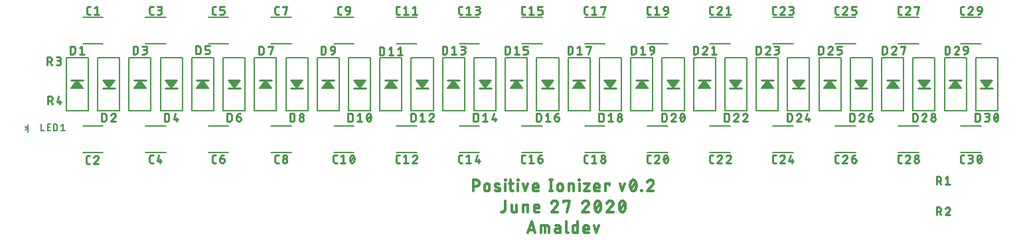
<source format=gbr>
G04 EAGLE Gerber RS-274X export*
G75*
%MOMM*%
%FSLAX34Y34*%
%LPD*%
%INSilkscreen Top*%
%IPPOS*%
%AMOC8*
5,1,8,0,0,1.08239X$1,22.5*%
G01*
%ADD10C,0.355600*%
%ADD11C,0.152400*%
%ADD12C,0.254000*%
%ADD13C,0.127000*%
%ADD14C,0.203200*%


D10*
X609998Y69558D02*
X609998Y83782D01*
X613949Y83782D01*
X614073Y83780D01*
X614197Y83774D01*
X614321Y83764D01*
X614444Y83751D01*
X614567Y83733D01*
X614689Y83712D01*
X614811Y83687D01*
X614932Y83658D01*
X615051Y83625D01*
X615170Y83589D01*
X615287Y83548D01*
X615403Y83505D01*
X615518Y83457D01*
X615631Y83406D01*
X615743Y83351D01*
X615852Y83293D01*
X615960Y83232D01*
X616066Y83167D01*
X616170Y83099D01*
X616271Y83027D01*
X616371Y82953D01*
X616467Y82875D01*
X616562Y82795D01*
X616654Y82711D01*
X616743Y82625D01*
X616829Y82536D01*
X616913Y82444D01*
X616993Y82349D01*
X617071Y82253D01*
X617145Y82153D01*
X617217Y82052D01*
X617285Y81948D01*
X617350Y81842D01*
X617411Y81734D01*
X617469Y81625D01*
X617524Y81513D01*
X617575Y81400D01*
X617623Y81285D01*
X617666Y81169D01*
X617707Y81052D01*
X617743Y80933D01*
X617776Y80814D01*
X617805Y80693D01*
X617830Y80571D01*
X617851Y80449D01*
X617869Y80326D01*
X617882Y80203D01*
X617892Y80079D01*
X617898Y79955D01*
X617900Y79831D01*
X617898Y79707D01*
X617892Y79583D01*
X617882Y79459D01*
X617869Y79336D01*
X617851Y79213D01*
X617830Y79091D01*
X617805Y78969D01*
X617776Y78848D01*
X617743Y78729D01*
X617707Y78610D01*
X617666Y78493D01*
X617623Y78377D01*
X617575Y78262D01*
X617524Y78149D01*
X617469Y78037D01*
X617411Y77928D01*
X617350Y77820D01*
X617285Y77714D01*
X617217Y77610D01*
X617145Y77509D01*
X617071Y77409D01*
X616993Y77313D01*
X616913Y77218D01*
X616829Y77126D01*
X616743Y77037D01*
X616654Y76951D01*
X616562Y76867D01*
X616467Y76787D01*
X616371Y76709D01*
X616271Y76635D01*
X616170Y76563D01*
X616066Y76495D01*
X615960Y76430D01*
X615852Y76369D01*
X615743Y76311D01*
X615631Y76256D01*
X615518Y76205D01*
X615403Y76157D01*
X615287Y76114D01*
X615170Y76073D01*
X615051Y76037D01*
X614932Y76004D01*
X614811Y75975D01*
X614689Y75950D01*
X614567Y75929D01*
X614444Y75911D01*
X614321Y75898D01*
X614197Y75888D01*
X614073Y75882D01*
X613949Y75880D01*
X609998Y75880D01*
X624474Y75880D02*
X624474Y72719D01*
X624474Y75880D02*
X624476Y75992D01*
X624482Y76103D01*
X624492Y76214D01*
X624505Y76325D01*
X624523Y76435D01*
X624545Y76544D01*
X624570Y76653D01*
X624599Y76761D01*
X624632Y76867D01*
X624669Y76973D01*
X624709Y77077D01*
X624753Y77179D01*
X624801Y77280D01*
X624852Y77379D01*
X624907Y77477D01*
X624965Y77572D01*
X625026Y77665D01*
X625091Y77756D01*
X625159Y77845D01*
X625230Y77931D01*
X625303Y78014D01*
X625380Y78095D01*
X625460Y78174D01*
X625542Y78249D01*
X625627Y78321D01*
X625714Y78391D01*
X625804Y78457D01*
X625896Y78520D01*
X625991Y78580D01*
X626087Y78636D01*
X626185Y78689D01*
X626285Y78738D01*
X626387Y78784D01*
X626490Y78826D01*
X626595Y78865D01*
X626701Y78900D01*
X626808Y78931D01*
X626916Y78958D01*
X627025Y78982D01*
X627135Y79001D01*
X627245Y79017D01*
X627356Y79029D01*
X627468Y79037D01*
X627579Y79041D01*
X627691Y79041D01*
X627802Y79037D01*
X627914Y79029D01*
X628025Y79017D01*
X628135Y79001D01*
X628245Y78982D01*
X628354Y78958D01*
X628462Y78931D01*
X628569Y78900D01*
X628675Y78865D01*
X628780Y78826D01*
X628883Y78784D01*
X628985Y78738D01*
X629085Y78689D01*
X629183Y78636D01*
X629279Y78580D01*
X629374Y78520D01*
X629466Y78457D01*
X629556Y78391D01*
X629643Y78321D01*
X629728Y78249D01*
X629810Y78174D01*
X629890Y78095D01*
X629967Y78014D01*
X630040Y77931D01*
X630111Y77845D01*
X630179Y77756D01*
X630244Y77665D01*
X630305Y77572D01*
X630363Y77477D01*
X630418Y77379D01*
X630469Y77280D01*
X630517Y77179D01*
X630561Y77077D01*
X630601Y76973D01*
X630638Y76867D01*
X630671Y76761D01*
X630700Y76653D01*
X630725Y76544D01*
X630747Y76435D01*
X630765Y76325D01*
X630778Y76214D01*
X630788Y76103D01*
X630794Y75992D01*
X630796Y75880D01*
X630796Y72719D01*
X630794Y72607D01*
X630788Y72496D01*
X630778Y72385D01*
X630765Y72274D01*
X630747Y72164D01*
X630725Y72055D01*
X630700Y71946D01*
X630671Y71838D01*
X630638Y71732D01*
X630601Y71626D01*
X630561Y71522D01*
X630517Y71420D01*
X630469Y71319D01*
X630418Y71220D01*
X630363Y71122D01*
X630305Y71027D01*
X630244Y70934D01*
X630179Y70843D01*
X630111Y70754D01*
X630040Y70668D01*
X629967Y70585D01*
X629890Y70504D01*
X629810Y70425D01*
X629728Y70350D01*
X629643Y70278D01*
X629556Y70208D01*
X629466Y70142D01*
X629374Y70079D01*
X629279Y70019D01*
X629183Y69963D01*
X629085Y69910D01*
X628985Y69861D01*
X628883Y69815D01*
X628780Y69773D01*
X628675Y69734D01*
X628569Y69699D01*
X628462Y69668D01*
X628354Y69641D01*
X628245Y69617D01*
X628135Y69598D01*
X628025Y69582D01*
X627914Y69570D01*
X627802Y69562D01*
X627691Y69558D01*
X627579Y69558D01*
X627468Y69562D01*
X627356Y69570D01*
X627245Y69582D01*
X627135Y69598D01*
X627025Y69617D01*
X626916Y69641D01*
X626808Y69668D01*
X626701Y69699D01*
X626595Y69734D01*
X626490Y69773D01*
X626387Y69815D01*
X626285Y69861D01*
X626185Y69910D01*
X626087Y69963D01*
X625991Y70019D01*
X625896Y70079D01*
X625804Y70142D01*
X625714Y70208D01*
X625627Y70278D01*
X625542Y70350D01*
X625460Y70425D01*
X625380Y70504D01*
X625303Y70585D01*
X625230Y70668D01*
X625159Y70754D01*
X625091Y70843D01*
X625026Y70934D01*
X624965Y71027D01*
X624907Y71122D01*
X624852Y71220D01*
X624801Y71319D01*
X624753Y71420D01*
X624709Y71522D01*
X624669Y71626D01*
X624632Y71732D01*
X624599Y71838D01*
X624570Y71946D01*
X624545Y72055D01*
X624523Y72164D01*
X624505Y72274D01*
X624492Y72385D01*
X624482Y72496D01*
X624476Y72607D01*
X624474Y72719D01*
X639206Y75090D02*
X643158Y73509D01*
X639206Y75090D02*
X639124Y75124D01*
X639044Y75163D01*
X638966Y75204D01*
X638889Y75249D01*
X638815Y75298D01*
X638742Y75349D01*
X638672Y75404D01*
X638605Y75462D01*
X638539Y75522D01*
X638477Y75585D01*
X638417Y75651D01*
X638361Y75720D01*
X638307Y75791D01*
X638257Y75864D01*
X638209Y75939D01*
X638165Y76016D01*
X638125Y76095D01*
X638088Y76176D01*
X638054Y76258D01*
X638024Y76342D01*
X637998Y76426D01*
X637975Y76512D01*
X637956Y76599D01*
X637941Y76687D01*
X637930Y76775D01*
X637922Y76863D01*
X637918Y76952D01*
X637919Y77041D01*
X637923Y77130D01*
X637931Y77218D01*
X637942Y77306D01*
X637958Y77394D01*
X637977Y77481D01*
X638000Y77566D01*
X638027Y77651D01*
X638057Y77735D01*
X638091Y77817D01*
X638129Y77897D01*
X638170Y77976D01*
X638214Y78053D01*
X638262Y78128D01*
X638313Y78201D01*
X638367Y78271D01*
X638424Y78340D01*
X638483Y78405D01*
X638546Y78468D01*
X638611Y78528D01*
X638679Y78586D01*
X638750Y78640D01*
X638822Y78691D01*
X638897Y78739D01*
X638974Y78784D01*
X639052Y78826D01*
X639133Y78863D01*
X639215Y78898D01*
X639298Y78929D01*
X639383Y78956D01*
X639468Y78979D01*
X639555Y78999D01*
X639642Y79015D01*
X639730Y79027D01*
X639819Y79036D01*
X639907Y79040D01*
X639996Y79041D01*
X639997Y79041D02*
X640213Y79035D01*
X640428Y79025D01*
X640644Y79009D01*
X640858Y78987D01*
X641072Y78961D01*
X641286Y78929D01*
X641499Y78893D01*
X641710Y78851D01*
X641921Y78804D01*
X642130Y78752D01*
X642339Y78696D01*
X642545Y78634D01*
X642750Y78567D01*
X642954Y78495D01*
X643156Y78418D01*
X643355Y78337D01*
X643553Y78251D01*
X643158Y73509D02*
X643240Y73475D01*
X643320Y73436D01*
X643398Y73395D01*
X643475Y73350D01*
X643549Y73301D01*
X643622Y73250D01*
X643692Y73195D01*
X643759Y73137D01*
X643825Y73077D01*
X643887Y73014D01*
X643947Y72948D01*
X644003Y72879D01*
X644057Y72808D01*
X644107Y72735D01*
X644155Y72660D01*
X644199Y72583D01*
X644239Y72504D01*
X644276Y72423D01*
X644310Y72341D01*
X644340Y72257D01*
X644366Y72173D01*
X644389Y72087D01*
X644408Y72000D01*
X644423Y71912D01*
X644434Y71824D01*
X644442Y71736D01*
X644446Y71647D01*
X644445Y71558D01*
X644441Y71469D01*
X644433Y71381D01*
X644422Y71293D01*
X644406Y71205D01*
X644387Y71118D01*
X644364Y71033D01*
X644337Y70948D01*
X644307Y70864D01*
X644273Y70782D01*
X644235Y70702D01*
X644194Y70623D01*
X644150Y70546D01*
X644102Y70471D01*
X644051Y70398D01*
X643997Y70328D01*
X643940Y70259D01*
X643881Y70194D01*
X643818Y70131D01*
X643753Y70071D01*
X643685Y70013D01*
X643614Y69959D01*
X643542Y69908D01*
X643467Y69860D01*
X643390Y69815D01*
X643312Y69773D01*
X643231Y69736D01*
X643149Y69701D01*
X643066Y69670D01*
X642981Y69643D01*
X642896Y69620D01*
X642809Y69600D01*
X642722Y69584D01*
X642634Y69572D01*
X642545Y69563D01*
X642457Y69559D01*
X642368Y69558D01*
X642051Y69567D01*
X641734Y69582D01*
X641418Y69606D01*
X641103Y69636D01*
X640788Y69675D01*
X640474Y69720D01*
X640162Y69773D01*
X639851Y69834D01*
X639541Y69901D01*
X639233Y69976D01*
X638927Y70059D01*
X638623Y70148D01*
X638321Y70245D01*
X638021Y70349D01*
X651082Y69558D02*
X651082Y79041D01*
X650687Y82992D02*
X650687Y83782D01*
X651477Y83782D01*
X651477Y82992D01*
X650687Y82992D01*
X656316Y79041D02*
X661057Y79041D01*
X657897Y83782D02*
X657897Y71929D01*
X657896Y71929D02*
X657898Y71834D01*
X657904Y71738D01*
X657913Y71643D01*
X657927Y71549D01*
X657944Y71455D01*
X657965Y71362D01*
X657990Y71269D01*
X658018Y71178D01*
X658050Y71088D01*
X658086Y71000D01*
X658125Y70913D01*
X658168Y70827D01*
X658214Y70744D01*
X658263Y70662D01*
X658316Y70582D01*
X658372Y70505D01*
X658430Y70429D01*
X658492Y70357D01*
X658557Y70287D01*
X658625Y70219D01*
X658695Y70154D01*
X658767Y70092D01*
X658843Y70034D01*
X658920Y69978D01*
X659000Y69925D01*
X659082Y69876D01*
X659165Y69830D01*
X659251Y69787D01*
X659338Y69748D01*
X659426Y69712D01*
X659516Y69680D01*
X659607Y69652D01*
X659700Y69627D01*
X659793Y69606D01*
X659887Y69589D01*
X659981Y69575D01*
X660076Y69566D01*
X660172Y69560D01*
X660267Y69558D01*
X661057Y69558D01*
X667234Y69558D02*
X667234Y79041D01*
X666839Y82992D02*
X666839Y83782D01*
X667629Y83782D01*
X667629Y82992D01*
X666839Y82992D01*
X673452Y79041D02*
X676613Y69558D01*
X679774Y79041D01*
X688848Y69558D02*
X692800Y69558D01*
X688848Y69558D02*
X688753Y69560D01*
X688657Y69566D01*
X688562Y69575D01*
X688468Y69589D01*
X688374Y69606D01*
X688281Y69627D01*
X688188Y69652D01*
X688097Y69680D01*
X688007Y69712D01*
X687919Y69748D01*
X687832Y69787D01*
X687746Y69830D01*
X687663Y69876D01*
X687581Y69925D01*
X687501Y69978D01*
X687424Y70034D01*
X687348Y70092D01*
X687276Y70154D01*
X687206Y70219D01*
X687138Y70287D01*
X687073Y70357D01*
X687011Y70429D01*
X686953Y70505D01*
X686897Y70582D01*
X686844Y70662D01*
X686795Y70744D01*
X686749Y70827D01*
X686706Y70913D01*
X686667Y71000D01*
X686631Y71088D01*
X686599Y71178D01*
X686571Y71269D01*
X686546Y71362D01*
X686525Y71455D01*
X686508Y71549D01*
X686494Y71643D01*
X686485Y71738D01*
X686479Y71834D01*
X686477Y71929D01*
X686478Y71929D02*
X686478Y75880D01*
X686480Y75992D01*
X686486Y76103D01*
X686496Y76214D01*
X686509Y76325D01*
X686527Y76435D01*
X686549Y76544D01*
X686574Y76653D01*
X686603Y76761D01*
X686636Y76867D01*
X686673Y76973D01*
X686713Y77077D01*
X686757Y77179D01*
X686805Y77280D01*
X686856Y77379D01*
X686911Y77477D01*
X686969Y77572D01*
X687030Y77665D01*
X687095Y77756D01*
X687163Y77845D01*
X687234Y77931D01*
X687307Y78014D01*
X687384Y78095D01*
X687464Y78174D01*
X687546Y78249D01*
X687631Y78321D01*
X687718Y78391D01*
X687808Y78457D01*
X687900Y78520D01*
X687995Y78580D01*
X688091Y78636D01*
X688189Y78689D01*
X688289Y78738D01*
X688391Y78784D01*
X688494Y78826D01*
X688599Y78865D01*
X688705Y78900D01*
X688812Y78931D01*
X688920Y78958D01*
X689029Y78982D01*
X689139Y79001D01*
X689249Y79017D01*
X689360Y79029D01*
X689472Y79037D01*
X689583Y79041D01*
X689695Y79041D01*
X689806Y79037D01*
X689918Y79029D01*
X690029Y79017D01*
X690139Y79001D01*
X690249Y78982D01*
X690358Y78958D01*
X690466Y78931D01*
X690573Y78900D01*
X690679Y78865D01*
X690784Y78826D01*
X690887Y78784D01*
X690989Y78738D01*
X691089Y78689D01*
X691187Y78636D01*
X691283Y78580D01*
X691378Y78520D01*
X691470Y78457D01*
X691560Y78391D01*
X691647Y78321D01*
X691732Y78249D01*
X691814Y78174D01*
X691894Y78095D01*
X691971Y78014D01*
X692044Y77931D01*
X692115Y77845D01*
X692183Y77756D01*
X692248Y77665D01*
X692309Y77572D01*
X692367Y77477D01*
X692422Y77379D01*
X692473Y77280D01*
X692521Y77179D01*
X692565Y77077D01*
X692605Y76973D01*
X692642Y76867D01*
X692675Y76761D01*
X692704Y76653D01*
X692729Y76544D01*
X692751Y76435D01*
X692769Y76325D01*
X692782Y76214D01*
X692792Y76103D01*
X692798Y75992D01*
X692800Y75880D01*
X692800Y74299D01*
X686478Y74299D01*
X709438Y69558D02*
X709438Y83782D01*
X707858Y69558D02*
X711019Y69558D01*
X711019Y83782D02*
X707858Y83782D01*
X717740Y75880D02*
X717740Y72719D01*
X717740Y75880D02*
X717742Y75992D01*
X717748Y76103D01*
X717758Y76214D01*
X717771Y76325D01*
X717789Y76435D01*
X717811Y76544D01*
X717836Y76653D01*
X717865Y76761D01*
X717898Y76867D01*
X717935Y76973D01*
X717975Y77077D01*
X718019Y77179D01*
X718067Y77280D01*
X718118Y77379D01*
X718173Y77477D01*
X718231Y77572D01*
X718292Y77665D01*
X718357Y77756D01*
X718425Y77845D01*
X718496Y77931D01*
X718569Y78014D01*
X718646Y78095D01*
X718726Y78174D01*
X718808Y78249D01*
X718893Y78321D01*
X718980Y78391D01*
X719070Y78457D01*
X719162Y78520D01*
X719257Y78580D01*
X719353Y78636D01*
X719451Y78689D01*
X719551Y78738D01*
X719653Y78784D01*
X719756Y78826D01*
X719861Y78865D01*
X719967Y78900D01*
X720074Y78931D01*
X720182Y78958D01*
X720291Y78982D01*
X720401Y79001D01*
X720511Y79017D01*
X720622Y79029D01*
X720734Y79037D01*
X720845Y79041D01*
X720957Y79041D01*
X721068Y79037D01*
X721180Y79029D01*
X721291Y79017D01*
X721401Y79001D01*
X721511Y78982D01*
X721620Y78958D01*
X721728Y78931D01*
X721835Y78900D01*
X721941Y78865D01*
X722046Y78826D01*
X722149Y78784D01*
X722251Y78738D01*
X722351Y78689D01*
X722449Y78636D01*
X722545Y78580D01*
X722640Y78520D01*
X722732Y78457D01*
X722822Y78391D01*
X722909Y78321D01*
X722994Y78249D01*
X723076Y78174D01*
X723156Y78095D01*
X723233Y78014D01*
X723306Y77931D01*
X723377Y77845D01*
X723445Y77756D01*
X723510Y77665D01*
X723571Y77572D01*
X723629Y77477D01*
X723684Y77379D01*
X723735Y77280D01*
X723783Y77179D01*
X723827Y77077D01*
X723867Y76973D01*
X723904Y76867D01*
X723937Y76761D01*
X723966Y76653D01*
X723991Y76544D01*
X724013Y76435D01*
X724031Y76325D01*
X724044Y76214D01*
X724054Y76103D01*
X724060Y75992D01*
X724062Y75880D01*
X724062Y72719D01*
X724060Y72607D01*
X724054Y72496D01*
X724044Y72385D01*
X724031Y72274D01*
X724013Y72164D01*
X723991Y72055D01*
X723966Y71946D01*
X723937Y71838D01*
X723904Y71732D01*
X723867Y71626D01*
X723827Y71522D01*
X723783Y71420D01*
X723735Y71319D01*
X723684Y71220D01*
X723629Y71122D01*
X723571Y71027D01*
X723510Y70934D01*
X723445Y70843D01*
X723377Y70754D01*
X723306Y70668D01*
X723233Y70585D01*
X723156Y70504D01*
X723076Y70425D01*
X722994Y70350D01*
X722909Y70278D01*
X722822Y70208D01*
X722732Y70142D01*
X722640Y70079D01*
X722545Y70019D01*
X722449Y69963D01*
X722351Y69910D01*
X722251Y69861D01*
X722149Y69815D01*
X722046Y69773D01*
X721941Y69734D01*
X721835Y69699D01*
X721728Y69668D01*
X721620Y69641D01*
X721511Y69617D01*
X721401Y69598D01*
X721291Y69582D01*
X721180Y69570D01*
X721068Y69562D01*
X720957Y69558D01*
X720845Y69558D01*
X720734Y69562D01*
X720622Y69570D01*
X720511Y69582D01*
X720401Y69598D01*
X720291Y69617D01*
X720182Y69641D01*
X720074Y69668D01*
X719967Y69699D01*
X719861Y69734D01*
X719756Y69773D01*
X719653Y69815D01*
X719551Y69861D01*
X719451Y69910D01*
X719353Y69963D01*
X719257Y70019D01*
X719162Y70079D01*
X719070Y70142D01*
X718980Y70208D01*
X718893Y70278D01*
X718808Y70350D01*
X718726Y70425D01*
X718646Y70504D01*
X718569Y70585D01*
X718496Y70668D01*
X718425Y70754D01*
X718357Y70843D01*
X718292Y70934D01*
X718231Y71027D01*
X718173Y71122D01*
X718118Y71220D01*
X718067Y71319D01*
X718019Y71420D01*
X717975Y71522D01*
X717935Y71626D01*
X717898Y71732D01*
X717865Y71838D01*
X717836Y71946D01*
X717811Y72055D01*
X717789Y72164D01*
X717771Y72274D01*
X717758Y72385D01*
X717748Y72496D01*
X717742Y72607D01*
X717740Y72719D01*
X731808Y69558D02*
X731808Y79041D01*
X735759Y79041D01*
X735854Y79039D01*
X735950Y79033D01*
X736045Y79024D01*
X736139Y79010D01*
X736233Y78993D01*
X736326Y78972D01*
X736419Y78947D01*
X736510Y78919D01*
X736600Y78887D01*
X736688Y78851D01*
X736775Y78812D01*
X736861Y78769D01*
X736945Y78723D01*
X737026Y78674D01*
X737106Y78621D01*
X737183Y78565D01*
X737259Y78507D01*
X737331Y78445D01*
X737401Y78380D01*
X737469Y78312D01*
X737534Y78242D01*
X737596Y78170D01*
X737654Y78094D01*
X737710Y78017D01*
X737763Y77937D01*
X737812Y77856D01*
X737858Y77772D01*
X737901Y77686D01*
X737940Y77599D01*
X737976Y77511D01*
X738008Y77421D01*
X738036Y77330D01*
X738061Y77237D01*
X738082Y77144D01*
X738099Y77050D01*
X738113Y76956D01*
X738122Y76861D01*
X738128Y76765D01*
X738130Y76670D01*
X738130Y69558D01*
X745390Y69558D02*
X745390Y79041D01*
X744995Y82992D02*
X744995Y83782D01*
X745785Y83782D01*
X745785Y82992D01*
X744995Y82992D01*
X751608Y79041D02*
X757930Y79041D01*
X751608Y69558D01*
X757930Y69558D01*
X767004Y69558D02*
X770956Y69558D01*
X767004Y69558D02*
X766909Y69560D01*
X766813Y69566D01*
X766718Y69575D01*
X766624Y69589D01*
X766530Y69606D01*
X766437Y69627D01*
X766344Y69652D01*
X766253Y69680D01*
X766163Y69712D01*
X766075Y69748D01*
X765988Y69787D01*
X765902Y69830D01*
X765819Y69876D01*
X765737Y69925D01*
X765657Y69978D01*
X765580Y70034D01*
X765504Y70092D01*
X765432Y70154D01*
X765362Y70219D01*
X765294Y70287D01*
X765229Y70357D01*
X765167Y70429D01*
X765109Y70505D01*
X765053Y70582D01*
X765000Y70662D01*
X764951Y70744D01*
X764905Y70827D01*
X764862Y70913D01*
X764823Y71000D01*
X764787Y71088D01*
X764755Y71178D01*
X764727Y71269D01*
X764702Y71362D01*
X764681Y71455D01*
X764664Y71549D01*
X764650Y71643D01*
X764641Y71738D01*
X764635Y71834D01*
X764633Y71929D01*
X764634Y71929D02*
X764634Y75880D01*
X764636Y75992D01*
X764642Y76103D01*
X764652Y76214D01*
X764665Y76325D01*
X764683Y76435D01*
X764705Y76544D01*
X764730Y76653D01*
X764759Y76761D01*
X764792Y76867D01*
X764829Y76973D01*
X764869Y77077D01*
X764913Y77179D01*
X764961Y77280D01*
X765012Y77379D01*
X765067Y77477D01*
X765125Y77572D01*
X765186Y77665D01*
X765251Y77756D01*
X765319Y77845D01*
X765390Y77931D01*
X765463Y78014D01*
X765540Y78095D01*
X765620Y78174D01*
X765702Y78249D01*
X765787Y78321D01*
X765874Y78391D01*
X765964Y78457D01*
X766056Y78520D01*
X766151Y78580D01*
X766247Y78636D01*
X766345Y78689D01*
X766445Y78738D01*
X766547Y78784D01*
X766650Y78826D01*
X766755Y78865D01*
X766861Y78900D01*
X766968Y78931D01*
X767076Y78958D01*
X767185Y78982D01*
X767295Y79001D01*
X767405Y79017D01*
X767516Y79029D01*
X767628Y79037D01*
X767739Y79041D01*
X767851Y79041D01*
X767962Y79037D01*
X768074Y79029D01*
X768185Y79017D01*
X768295Y79001D01*
X768405Y78982D01*
X768514Y78958D01*
X768622Y78931D01*
X768729Y78900D01*
X768835Y78865D01*
X768940Y78826D01*
X769043Y78784D01*
X769145Y78738D01*
X769245Y78689D01*
X769343Y78636D01*
X769439Y78580D01*
X769534Y78520D01*
X769626Y78457D01*
X769716Y78391D01*
X769803Y78321D01*
X769888Y78249D01*
X769970Y78174D01*
X770050Y78095D01*
X770127Y78014D01*
X770200Y77931D01*
X770271Y77845D01*
X770339Y77756D01*
X770404Y77665D01*
X770465Y77572D01*
X770523Y77477D01*
X770578Y77379D01*
X770629Y77280D01*
X770677Y77179D01*
X770721Y77077D01*
X770761Y76973D01*
X770798Y76867D01*
X770831Y76761D01*
X770860Y76653D01*
X770885Y76544D01*
X770907Y76435D01*
X770925Y76325D01*
X770938Y76214D01*
X770948Y76103D01*
X770954Y75992D01*
X770956Y75880D01*
X770956Y74299D01*
X764634Y74299D01*
X778856Y69558D02*
X778856Y79041D01*
X783597Y79041D01*
X783597Y77460D01*
X796938Y79041D02*
X800099Y69558D01*
X803260Y79041D01*
X810216Y76670D02*
X810219Y76950D01*
X810229Y77229D01*
X810246Y77509D01*
X810269Y77788D01*
X810299Y78066D01*
X810336Y78343D01*
X810379Y78620D01*
X810429Y78895D01*
X810486Y79169D01*
X810548Y79442D01*
X810618Y79713D01*
X810694Y79982D01*
X810776Y80250D01*
X810865Y80515D01*
X810960Y80778D01*
X811061Y81039D01*
X811168Y81298D01*
X811282Y81554D01*
X811401Y81807D01*
X811401Y81806D02*
X811437Y81907D01*
X811478Y82005D01*
X811521Y82103D01*
X811568Y82198D01*
X811619Y82292D01*
X811673Y82384D01*
X811730Y82474D01*
X811791Y82562D01*
X811855Y82648D01*
X811921Y82731D01*
X811991Y82811D01*
X812064Y82890D01*
X812140Y82965D01*
X812218Y83037D01*
X812299Y83107D01*
X812382Y83174D01*
X812467Y83237D01*
X812555Y83298D01*
X812645Y83355D01*
X812738Y83409D01*
X812832Y83459D01*
X812927Y83506D01*
X813025Y83550D01*
X813124Y83590D01*
X813224Y83626D01*
X813326Y83658D01*
X813428Y83687D01*
X813532Y83712D01*
X813637Y83733D01*
X813742Y83751D01*
X813848Y83765D01*
X813954Y83774D01*
X814060Y83780D01*
X814167Y83782D01*
X814274Y83780D01*
X814380Y83774D01*
X814486Y83765D01*
X814592Y83751D01*
X814697Y83733D01*
X814802Y83712D01*
X814906Y83687D01*
X815008Y83658D01*
X815110Y83626D01*
X815210Y83590D01*
X815309Y83550D01*
X815407Y83506D01*
X815502Y83459D01*
X815596Y83409D01*
X815689Y83355D01*
X815779Y83298D01*
X815867Y83237D01*
X815952Y83174D01*
X816035Y83107D01*
X816116Y83037D01*
X816194Y82965D01*
X816270Y82890D01*
X816343Y82811D01*
X816413Y82731D01*
X816479Y82648D01*
X816543Y82562D01*
X816604Y82474D01*
X816661Y82384D01*
X816715Y82292D01*
X816766Y82198D01*
X816813Y82103D01*
X816856Y82005D01*
X816897Y81907D01*
X816933Y81806D01*
X816934Y81807D02*
X817053Y81554D01*
X817167Y81298D01*
X817274Y81039D01*
X817375Y80779D01*
X817470Y80515D01*
X817559Y80250D01*
X817641Y79982D01*
X817717Y79713D01*
X817787Y79442D01*
X817849Y79169D01*
X817906Y78895D01*
X817956Y78620D01*
X817999Y78343D01*
X818036Y78066D01*
X818066Y77788D01*
X818089Y77509D01*
X818106Y77229D01*
X818116Y76950D01*
X818119Y76670D01*
X810216Y76670D02*
X810219Y76390D01*
X810229Y76111D01*
X810246Y75831D01*
X810269Y75552D01*
X810299Y75274D01*
X810336Y74997D01*
X810379Y74720D01*
X810429Y74445D01*
X810486Y74171D01*
X810548Y73898D01*
X810618Y73627D01*
X810694Y73358D01*
X810776Y73090D01*
X810865Y72825D01*
X810960Y72562D01*
X811061Y72301D01*
X811168Y72042D01*
X811282Y71787D01*
X811401Y71534D01*
X811438Y71433D01*
X811478Y71335D01*
X811521Y71237D01*
X811568Y71141D01*
X811619Y71048D01*
X811673Y70956D01*
X811730Y70866D01*
X811791Y70778D01*
X811855Y70692D01*
X811922Y70609D01*
X811991Y70528D01*
X812064Y70450D01*
X812140Y70375D01*
X812218Y70303D01*
X812299Y70233D01*
X812382Y70166D01*
X812467Y70103D01*
X812555Y70042D01*
X812645Y69985D01*
X812738Y69931D01*
X812832Y69881D01*
X812927Y69834D01*
X813025Y69790D01*
X813124Y69750D01*
X813224Y69714D01*
X813326Y69682D01*
X813428Y69653D01*
X813532Y69628D01*
X813637Y69607D01*
X813742Y69589D01*
X813848Y69575D01*
X813954Y69566D01*
X814060Y69560D01*
X814167Y69558D01*
X816934Y71533D02*
X817053Y71786D01*
X817167Y72042D01*
X817274Y72301D01*
X817375Y72561D01*
X817470Y72825D01*
X817559Y73090D01*
X817641Y73358D01*
X817717Y73627D01*
X817787Y73898D01*
X817849Y74171D01*
X817906Y74445D01*
X817956Y74720D01*
X817999Y74997D01*
X818036Y75274D01*
X818066Y75552D01*
X818089Y75831D01*
X818106Y76111D01*
X818116Y76390D01*
X818119Y76670D01*
X816933Y71534D02*
X816897Y71433D01*
X816856Y71335D01*
X816813Y71237D01*
X816766Y71142D01*
X816715Y71048D01*
X816661Y70956D01*
X816604Y70866D01*
X816543Y70778D01*
X816479Y70692D01*
X816413Y70609D01*
X816343Y70529D01*
X816270Y70450D01*
X816194Y70375D01*
X816116Y70303D01*
X816035Y70233D01*
X815952Y70166D01*
X815867Y70103D01*
X815779Y70042D01*
X815689Y69985D01*
X815596Y69931D01*
X815502Y69881D01*
X815407Y69834D01*
X815309Y69790D01*
X815210Y69750D01*
X815110Y69714D01*
X815008Y69682D01*
X814906Y69653D01*
X814802Y69628D01*
X814697Y69607D01*
X814592Y69589D01*
X814486Y69575D01*
X814380Y69566D01*
X814274Y69560D01*
X814167Y69558D01*
X811006Y72719D02*
X817328Y80621D01*
X824714Y70348D02*
X824714Y69558D01*
X824714Y70348D02*
X825504Y70348D01*
X825504Y69558D01*
X824714Y69558D01*
X836446Y83782D02*
X836562Y83780D01*
X836679Y83774D01*
X836795Y83765D01*
X836910Y83752D01*
X837025Y83735D01*
X837140Y83714D01*
X837253Y83689D01*
X837366Y83661D01*
X837478Y83629D01*
X837589Y83593D01*
X837699Y83554D01*
X837807Y83511D01*
X837914Y83465D01*
X838019Y83415D01*
X838122Y83362D01*
X838224Y83306D01*
X838324Y83246D01*
X838422Y83183D01*
X838517Y83116D01*
X838611Y83047D01*
X838702Y82975D01*
X838791Y82900D01*
X838877Y82821D01*
X838960Y82740D01*
X839041Y82657D01*
X839120Y82571D01*
X839195Y82482D01*
X839267Y82391D01*
X839336Y82297D01*
X839403Y82202D01*
X839466Y82104D01*
X839526Y82004D01*
X839582Y81902D01*
X839635Y81799D01*
X839685Y81694D01*
X839731Y81587D01*
X839774Y81479D01*
X839813Y81369D01*
X839849Y81258D01*
X839881Y81146D01*
X839909Y81033D01*
X839934Y80920D01*
X839955Y80805D01*
X839972Y80690D01*
X839985Y80575D01*
X839994Y80459D01*
X840000Y80342D01*
X840002Y80226D01*
X836446Y83783D02*
X836312Y83781D01*
X836179Y83775D01*
X836046Y83765D01*
X835913Y83752D01*
X835780Y83734D01*
X835648Y83713D01*
X835517Y83688D01*
X835387Y83659D01*
X835257Y83626D01*
X835129Y83589D01*
X835001Y83549D01*
X834875Y83504D01*
X834750Y83457D01*
X834627Y83405D01*
X834505Y83350D01*
X834385Y83292D01*
X834267Y83230D01*
X834150Y83164D01*
X834036Y83096D01*
X833923Y83023D01*
X833813Y82948D01*
X833705Y82869D01*
X833599Y82788D01*
X833496Y82703D01*
X833395Y82615D01*
X833297Y82525D01*
X833202Y82431D01*
X833109Y82335D01*
X833019Y82236D01*
X832932Y82134D01*
X832848Y82030D01*
X832767Y81924D01*
X832690Y81815D01*
X832615Y81704D01*
X832544Y81591D01*
X832476Y81476D01*
X832412Y81359D01*
X832351Y81240D01*
X832293Y81119D01*
X832239Y80997D01*
X832189Y80873D01*
X832142Y80748D01*
X832099Y80622D01*
X838817Y77461D02*
X838902Y77544D01*
X838984Y77630D01*
X839063Y77718D01*
X839140Y77809D01*
X839214Y77902D01*
X839285Y77998D01*
X839353Y78096D01*
X839417Y78195D01*
X839479Y78297D01*
X839538Y78401D01*
X839593Y78506D01*
X839645Y78613D01*
X839693Y78722D01*
X839738Y78832D01*
X839780Y78943D01*
X839818Y79056D01*
X839853Y79169D01*
X839884Y79284D01*
X839912Y79400D01*
X839936Y79516D01*
X839956Y79634D01*
X839972Y79751D01*
X839985Y79870D01*
X839995Y79988D01*
X840000Y80107D01*
X840002Y80226D01*
X838817Y77460D02*
X832100Y69558D01*
X840002Y69558D01*
X650566Y57112D02*
X650566Y46049D01*
X650564Y45939D01*
X650558Y45828D01*
X650549Y45719D01*
X650535Y45609D01*
X650518Y45500D01*
X650497Y45392D01*
X650472Y45284D01*
X650444Y45178D01*
X650411Y45072D01*
X650375Y44968D01*
X650336Y44865D01*
X650293Y44763D01*
X650246Y44663D01*
X650196Y44565D01*
X650143Y44468D01*
X650086Y44374D01*
X650026Y44281D01*
X649962Y44191D01*
X649896Y44103D01*
X649826Y44017D01*
X649754Y43934D01*
X649679Y43853D01*
X649601Y43775D01*
X649520Y43700D01*
X649437Y43628D01*
X649351Y43558D01*
X649263Y43492D01*
X649173Y43428D01*
X649080Y43368D01*
X648986Y43311D01*
X648889Y43258D01*
X648791Y43208D01*
X648691Y43161D01*
X648589Y43118D01*
X648486Y43079D01*
X648382Y43043D01*
X648276Y43010D01*
X648170Y42982D01*
X648062Y42957D01*
X647954Y42936D01*
X647845Y42919D01*
X647735Y42905D01*
X647626Y42896D01*
X647515Y42890D01*
X647405Y42888D01*
X645825Y42888D01*
X658987Y45259D02*
X658987Y52371D01*
X658987Y45259D02*
X658989Y45164D01*
X658995Y45068D01*
X659004Y44973D01*
X659018Y44879D01*
X659035Y44785D01*
X659056Y44692D01*
X659081Y44599D01*
X659109Y44508D01*
X659141Y44418D01*
X659177Y44330D01*
X659216Y44243D01*
X659259Y44157D01*
X659305Y44074D01*
X659354Y43992D01*
X659407Y43912D01*
X659463Y43835D01*
X659521Y43759D01*
X659583Y43687D01*
X659648Y43617D01*
X659716Y43549D01*
X659786Y43484D01*
X659858Y43422D01*
X659934Y43364D01*
X660011Y43308D01*
X660091Y43255D01*
X660173Y43206D01*
X660256Y43160D01*
X660342Y43117D01*
X660429Y43078D01*
X660517Y43042D01*
X660607Y43010D01*
X660698Y42982D01*
X660791Y42957D01*
X660884Y42936D01*
X660978Y42919D01*
X661072Y42905D01*
X661167Y42896D01*
X661263Y42890D01*
X661358Y42888D01*
X665309Y42888D01*
X665309Y52371D01*
X673577Y52371D02*
X673577Y42888D01*
X673577Y52371D02*
X677528Y52371D01*
X677623Y52369D01*
X677719Y52363D01*
X677814Y52354D01*
X677908Y52340D01*
X678002Y52323D01*
X678095Y52302D01*
X678188Y52277D01*
X678279Y52249D01*
X678369Y52217D01*
X678457Y52181D01*
X678544Y52142D01*
X678630Y52099D01*
X678714Y52053D01*
X678795Y52004D01*
X678875Y51951D01*
X678952Y51895D01*
X679028Y51837D01*
X679100Y51775D01*
X679170Y51710D01*
X679238Y51642D01*
X679303Y51572D01*
X679365Y51500D01*
X679423Y51424D01*
X679479Y51347D01*
X679532Y51267D01*
X679581Y51186D01*
X679627Y51102D01*
X679670Y51016D01*
X679709Y50929D01*
X679745Y50841D01*
X679777Y50751D01*
X679805Y50660D01*
X679830Y50567D01*
X679851Y50474D01*
X679868Y50380D01*
X679882Y50286D01*
X679891Y50191D01*
X679897Y50095D01*
X679899Y50000D01*
X679898Y50000D02*
X679898Y42888D01*
X690015Y42888D02*
X693966Y42888D01*
X690015Y42888D02*
X689920Y42890D01*
X689824Y42896D01*
X689729Y42905D01*
X689635Y42919D01*
X689541Y42936D01*
X689448Y42957D01*
X689355Y42982D01*
X689264Y43010D01*
X689174Y43042D01*
X689086Y43078D01*
X688999Y43117D01*
X688913Y43160D01*
X688830Y43206D01*
X688748Y43255D01*
X688668Y43308D01*
X688591Y43364D01*
X688515Y43422D01*
X688443Y43484D01*
X688373Y43549D01*
X688305Y43617D01*
X688240Y43687D01*
X688178Y43759D01*
X688120Y43835D01*
X688064Y43912D01*
X688011Y43992D01*
X687962Y44074D01*
X687916Y44157D01*
X687873Y44243D01*
X687834Y44330D01*
X687798Y44418D01*
X687766Y44508D01*
X687738Y44599D01*
X687713Y44692D01*
X687692Y44785D01*
X687675Y44879D01*
X687661Y44973D01*
X687652Y45068D01*
X687646Y45164D01*
X687644Y45259D01*
X687645Y45259D02*
X687645Y49210D01*
X687647Y49322D01*
X687653Y49433D01*
X687663Y49544D01*
X687676Y49655D01*
X687694Y49765D01*
X687716Y49874D01*
X687741Y49983D01*
X687770Y50091D01*
X687803Y50197D01*
X687840Y50303D01*
X687880Y50407D01*
X687924Y50509D01*
X687972Y50610D01*
X688023Y50709D01*
X688078Y50807D01*
X688136Y50902D01*
X688197Y50995D01*
X688262Y51086D01*
X688330Y51175D01*
X688401Y51261D01*
X688474Y51344D01*
X688551Y51425D01*
X688631Y51504D01*
X688713Y51579D01*
X688798Y51651D01*
X688885Y51721D01*
X688975Y51787D01*
X689067Y51850D01*
X689162Y51910D01*
X689258Y51966D01*
X689356Y52019D01*
X689456Y52068D01*
X689558Y52114D01*
X689661Y52156D01*
X689766Y52195D01*
X689872Y52230D01*
X689979Y52261D01*
X690087Y52288D01*
X690196Y52312D01*
X690306Y52331D01*
X690416Y52347D01*
X690527Y52359D01*
X690639Y52367D01*
X690750Y52371D01*
X690862Y52371D01*
X690973Y52367D01*
X691085Y52359D01*
X691196Y52347D01*
X691306Y52331D01*
X691416Y52312D01*
X691525Y52288D01*
X691633Y52261D01*
X691740Y52230D01*
X691846Y52195D01*
X691951Y52156D01*
X692054Y52114D01*
X692156Y52068D01*
X692256Y52019D01*
X692354Y51966D01*
X692450Y51910D01*
X692545Y51850D01*
X692637Y51787D01*
X692727Y51721D01*
X692814Y51651D01*
X692899Y51579D01*
X692981Y51504D01*
X693061Y51425D01*
X693138Y51344D01*
X693211Y51261D01*
X693282Y51175D01*
X693350Y51086D01*
X693415Y50995D01*
X693476Y50902D01*
X693534Y50807D01*
X693589Y50709D01*
X693640Y50610D01*
X693688Y50509D01*
X693732Y50407D01*
X693772Y50303D01*
X693809Y50197D01*
X693842Y50091D01*
X693871Y49983D01*
X693896Y49874D01*
X693918Y49765D01*
X693936Y49655D01*
X693949Y49544D01*
X693959Y49433D01*
X693965Y49322D01*
X693967Y49210D01*
X693966Y49210D02*
X693966Y47629D01*
X687645Y47629D01*
X714126Y57112D02*
X714242Y57110D01*
X714359Y57104D01*
X714475Y57095D01*
X714590Y57082D01*
X714705Y57065D01*
X714820Y57044D01*
X714933Y57019D01*
X715046Y56991D01*
X715158Y56959D01*
X715269Y56923D01*
X715379Y56884D01*
X715487Y56841D01*
X715594Y56795D01*
X715699Y56745D01*
X715802Y56692D01*
X715904Y56636D01*
X716004Y56576D01*
X716102Y56513D01*
X716197Y56446D01*
X716291Y56377D01*
X716382Y56305D01*
X716471Y56230D01*
X716557Y56151D01*
X716640Y56070D01*
X716721Y55987D01*
X716800Y55901D01*
X716875Y55812D01*
X716947Y55721D01*
X717016Y55627D01*
X717083Y55532D01*
X717146Y55434D01*
X717206Y55334D01*
X717262Y55232D01*
X717315Y55129D01*
X717365Y55024D01*
X717411Y54917D01*
X717454Y54809D01*
X717493Y54699D01*
X717529Y54588D01*
X717561Y54476D01*
X717589Y54363D01*
X717614Y54250D01*
X717635Y54135D01*
X717652Y54020D01*
X717665Y53905D01*
X717674Y53789D01*
X717680Y53672D01*
X717682Y53556D01*
X714126Y57113D02*
X713992Y57111D01*
X713859Y57105D01*
X713726Y57095D01*
X713593Y57082D01*
X713460Y57064D01*
X713328Y57043D01*
X713197Y57018D01*
X713067Y56989D01*
X712937Y56956D01*
X712809Y56919D01*
X712681Y56879D01*
X712555Y56834D01*
X712430Y56787D01*
X712307Y56735D01*
X712185Y56680D01*
X712065Y56622D01*
X711947Y56560D01*
X711830Y56494D01*
X711716Y56426D01*
X711603Y56353D01*
X711493Y56278D01*
X711385Y56199D01*
X711279Y56118D01*
X711176Y56033D01*
X711075Y55945D01*
X710977Y55855D01*
X710882Y55761D01*
X710789Y55665D01*
X710699Y55566D01*
X710612Y55464D01*
X710528Y55360D01*
X710447Y55254D01*
X710370Y55145D01*
X710295Y55034D01*
X710224Y54921D01*
X710156Y54806D01*
X710092Y54689D01*
X710031Y54570D01*
X709973Y54449D01*
X709919Y54327D01*
X709869Y54203D01*
X709822Y54078D01*
X709779Y53952D01*
X716497Y50791D02*
X716582Y50874D01*
X716664Y50960D01*
X716743Y51048D01*
X716820Y51139D01*
X716894Y51232D01*
X716965Y51328D01*
X717033Y51426D01*
X717097Y51525D01*
X717159Y51627D01*
X717218Y51731D01*
X717273Y51836D01*
X717325Y51943D01*
X717373Y52052D01*
X717418Y52162D01*
X717460Y52273D01*
X717498Y52386D01*
X717533Y52499D01*
X717564Y52614D01*
X717592Y52730D01*
X717616Y52846D01*
X717636Y52964D01*
X717652Y53081D01*
X717665Y53200D01*
X717675Y53318D01*
X717680Y53437D01*
X717682Y53556D01*
X716497Y50790D02*
X709780Y42888D01*
X717682Y42888D01*
X725411Y55532D02*
X725411Y57112D01*
X733314Y57112D01*
X729363Y42888D01*
X753725Y57112D02*
X753841Y57110D01*
X753958Y57104D01*
X754074Y57095D01*
X754189Y57082D01*
X754304Y57065D01*
X754419Y57044D01*
X754532Y57019D01*
X754645Y56991D01*
X754757Y56959D01*
X754868Y56923D01*
X754978Y56884D01*
X755086Y56841D01*
X755193Y56795D01*
X755298Y56745D01*
X755401Y56692D01*
X755503Y56636D01*
X755603Y56576D01*
X755701Y56513D01*
X755796Y56446D01*
X755890Y56377D01*
X755981Y56305D01*
X756070Y56230D01*
X756156Y56151D01*
X756239Y56070D01*
X756320Y55987D01*
X756399Y55901D01*
X756474Y55812D01*
X756546Y55721D01*
X756615Y55627D01*
X756682Y55532D01*
X756745Y55434D01*
X756805Y55334D01*
X756861Y55232D01*
X756914Y55129D01*
X756964Y55024D01*
X757010Y54917D01*
X757053Y54809D01*
X757092Y54699D01*
X757128Y54588D01*
X757160Y54476D01*
X757188Y54363D01*
X757213Y54250D01*
X757234Y54135D01*
X757251Y54020D01*
X757264Y53905D01*
X757273Y53789D01*
X757279Y53672D01*
X757281Y53556D01*
X753725Y57113D02*
X753591Y57111D01*
X753458Y57105D01*
X753325Y57095D01*
X753192Y57082D01*
X753059Y57064D01*
X752927Y57043D01*
X752796Y57018D01*
X752666Y56989D01*
X752536Y56956D01*
X752408Y56919D01*
X752280Y56879D01*
X752154Y56834D01*
X752029Y56787D01*
X751906Y56735D01*
X751784Y56680D01*
X751664Y56622D01*
X751546Y56560D01*
X751429Y56494D01*
X751315Y56426D01*
X751202Y56353D01*
X751092Y56278D01*
X750984Y56199D01*
X750878Y56118D01*
X750775Y56033D01*
X750674Y55945D01*
X750576Y55855D01*
X750481Y55761D01*
X750388Y55665D01*
X750298Y55566D01*
X750211Y55464D01*
X750127Y55360D01*
X750046Y55254D01*
X749969Y55145D01*
X749894Y55034D01*
X749823Y54921D01*
X749755Y54806D01*
X749691Y54689D01*
X749630Y54570D01*
X749572Y54449D01*
X749518Y54327D01*
X749468Y54203D01*
X749421Y54078D01*
X749378Y53952D01*
X756096Y50791D02*
X756181Y50874D01*
X756263Y50960D01*
X756342Y51048D01*
X756419Y51139D01*
X756493Y51232D01*
X756564Y51328D01*
X756632Y51426D01*
X756696Y51525D01*
X756758Y51627D01*
X756817Y51731D01*
X756872Y51836D01*
X756924Y51943D01*
X756972Y52052D01*
X757017Y52162D01*
X757059Y52273D01*
X757097Y52386D01*
X757132Y52499D01*
X757163Y52614D01*
X757191Y52730D01*
X757215Y52846D01*
X757235Y52964D01*
X757251Y53081D01*
X757264Y53200D01*
X757274Y53318D01*
X757279Y53437D01*
X757281Y53556D01*
X756096Y50790D02*
X749379Y42888D01*
X757281Y42888D01*
X765010Y50000D02*
X765013Y50280D01*
X765023Y50559D01*
X765040Y50839D01*
X765063Y51118D01*
X765093Y51396D01*
X765130Y51673D01*
X765173Y51950D01*
X765223Y52225D01*
X765280Y52499D01*
X765342Y52772D01*
X765412Y53043D01*
X765488Y53312D01*
X765570Y53580D01*
X765659Y53845D01*
X765754Y54108D01*
X765855Y54369D01*
X765962Y54628D01*
X766076Y54884D01*
X766195Y55137D01*
X766196Y55136D02*
X766232Y55237D01*
X766273Y55335D01*
X766316Y55433D01*
X766363Y55528D01*
X766414Y55622D01*
X766468Y55714D01*
X766525Y55804D01*
X766586Y55892D01*
X766650Y55978D01*
X766716Y56061D01*
X766786Y56141D01*
X766859Y56220D01*
X766935Y56295D01*
X767013Y56367D01*
X767094Y56437D01*
X767177Y56504D01*
X767262Y56567D01*
X767350Y56628D01*
X767440Y56685D01*
X767533Y56739D01*
X767627Y56789D01*
X767722Y56836D01*
X767820Y56880D01*
X767919Y56920D01*
X768019Y56956D01*
X768121Y56988D01*
X768223Y57017D01*
X768327Y57042D01*
X768432Y57063D01*
X768537Y57081D01*
X768643Y57095D01*
X768749Y57104D01*
X768855Y57110D01*
X768962Y57112D01*
X769069Y57110D01*
X769175Y57104D01*
X769281Y57095D01*
X769387Y57081D01*
X769492Y57063D01*
X769597Y57042D01*
X769701Y57017D01*
X769803Y56988D01*
X769905Y56956D01*
X770005Y56920D01*
X770104Y56880D01*
X770202Y56836D01*
X770297Y56789D01*
X770391Y56739D01*
X770484Y56685D01*
X770574Y56628D01*
X770662Y56567D01*
X770747Y56504D01*
X770830Y56437D01*
X770911Y56367D01*
X770989Y56295D01*
X771065Y56220D01*
X771138Y56141D01*
X771208Y56061D01*
X771274Y55978D01*
X771338Y55892D01*
X771399Y55804D01*
X771456Y55714D01*
X771510Y55622D01*
X771561Y55528D01*
X771608Y55433D01*
X771651Y55335D01*
X771692Y55237D01*
X771728Y55136D01*
X771728Y55137D02*
X771847Y54884D01*
X771961Y54628D01*
X772068Y54369D01*
X772169Y54109D01*
X772264Y53845D01*
X772353Y53580D01*
X772435Y53312D01*
X772511Y53043D01*
X772581Y52772D01*
X772643Y52499D01*
X772700Y52225D01*
X772750Y51950D01*
X772793Y51673D01*
X772830Y51396D01*
X772860Y51118D01*
X772883Y50839D01*
X772900Y50559D01*
X772910Y50280D01*
X772913Y50000D01*
X765010Y50000D02*
X765013Y49720D01*
X765023Y49441D01*
X765040Y49161D01*
X765063Y48882D01*
X765093Y48604D01*
X765130Y48327D01*
X765173Y48050D01*
X765223Y47775D01*
X765280Y47501D01*
X765342Y47228D01*
X765412Y46957D01*
X765488Y46688D01*
X765570Y46420D01*
X765659Y46155D01*
X765754Y45892D01*
X765855Y45631D01*
X765962Y45372D01*
X766076Y45117D01*
X766195Y44864D01*
X766196Y44864D02*
X766233Y44763D01*
X766273Y44665D01*
X766316Y44567D01*
X766363Y44471D01*
X766414Y44378D01*
X766468Y44286D01*
X766525Y44196D01*
X766586Y44108D01*
X766650Y44022D01*
X766717Y43939D01*
X766786Y43858D01*
X766859Y43780D01*
X766935Y43705D01*
X767013Y43633D01*
X767094Y43563D01*
X767177Y43496D01*
X767262Y43433D01*
X767350Y43372D01*
X767440Y43315D01*
X767533Y43261D01*
X767627Y43211D01*
X767722Y43164D01*
X767820Y43120D01*
X767919Y43080D01*
X768019Y43044D01*
X768121Y43012D01*
X768223Y42983D01*
X768327Y42958D01*
X768432Y42937D01*
X768537Y42919D01*
X768643Y42905D01*
X768749Y42896D01*
X768855Y42890D01*
X768962Y42888D01*
X771728Y44863D02*
X771847Y45116D01*
X771961Y45372D01*
X772068Y45631D01*
X772169Y45891D01*
X772264Y46155D01*
X772353Y46420D01*
X772435Y46688D01*
X772511Y46957D01*
X772581Y47228D01*
X772643Y47501D01*
X772700Y47775D01*
X772750Y48050D01*
X772793Y48327D01*
X772830Y48604D01*
X772860Y48882D01*
X772883Y49161D01*
X772900Y49441D01*
X772910Y49720D01*
X772913Y50000D01*
X771728Y44864D02*
X771692Y44763D01*
X771651Y44665D01*
X771608Y44567D01*
X771561Y44472D01*
X771510Y44378D01*
X771456Y44286D01*
X771399Y44196D01*
X771338Y44108D01*
X771274Y44022D01*
X771208Y43939D01*
X771138Y43859D01*
X771065Y43780D01*
X770989Y43705D01*
X770911Y43633D01*
X770830Y43563D01*
X770747Y43496D01*
X770662Y43433D01*
X770574Y43372D01*
X770484Y43315D01*
X770391Y43261D01*
X770297Y43211D01*
X770202Y43164D01*
X770104Y43120D01*
X770005Y43080D01*
X769905Y43044D01*
X769803Y43012D01*
X769701Y42983D01*
X769597Y42958D01*
X769492Y42937D01*
X769387Y42919D01*
X769281Y42905D01*
X769175Y42896D01*
X769069Y42890D01*
X768962Y42888D01*
X765801Y46049D02*
X772122Y53951D01*
X784988Y57112D02*
X785104Y57110D01*
X785221Y57104D01*
X785337Y57095D01*
X785452Y57082D01*
X785567Y57065D01*
X785682Y57044D01*
X785795Y57019D01*
X785908Y56991D01*
X786020Y56959D01*
X786131Y56923D01*
X786241Y56884D01*
X786349Y56841D01*
X786456Y56795D01*
X786561Y56745D01*
X786664Y56692D01*
X786766Y56636D01*
X786866Y56576D01*
X786964Y56513D01*
X787059Y56446D01*
X787153Y56377D01*
X787244Y56305D01*
X787333Y56230D01*
X787419Y56151D01*
X787502Y56070D01*
X787583Y55987D01*
X787662Y55901D01*
X787737Y55812D01*
X787809Y55721D01*
X787878Y55627D01*
X787945Y55532D01*
X788008Y55434D01*
X788068Y55334D01*
X788124Y55232D01*
X788177Y55129D01*
X788227Y55024D01*
X788273Y54917D01*
X788316Y54809D01*
X788355Y54699D01*
X788391Y54588D01*
X788423Y54476D01*
X788451Y54363D01*
X788476Y54250D01*
X788497Y54135D01*
X788514Y54020D01*
X788527Y53905D01*
X788536Y53789D01*
X788542Y53672D01*
X788544Y53556D01*
X784988Y57113D02*
X784854Y57111D01*
X784721Y57105D01*
X784588Y57095D01*
X784455Y57082D01*
X784322Y57064D01*
X784190Y57043D01*
X784059Y57018D01*
X783929Y56989D01*
X783799Y56956D01*
X783671Y56919D01*
X783543Y56879D01*
X783417Y56834D01*
X783292Y56787D01*
X783169Y56735D01*
X783047Y56680D01*
X782927Y56622D01*
X782809Y56560D01*
X782692Y56494D01*
X782578Y56426D01*
X782465Y56353D01*
X782355Y56278D01*
X782247Y56199D01*
X782141Y56118D01*
X782038Y56033D01*
X781937Y55945D01*
X781839Y55855D01*
X781744Y55761D01*
X781651Y55665D01*
X781561Y55566D01*
X781474Y55464D01*
X781390Y55360D01*
X781309Y55254D01*
X781232Y55145D01*
X781157Y55034D01*
X781086Y54921D01*
X781018Y54806D01*
X780954Y54689D01*
X780893Y54570D01*
X780835Y54449D01*
X780781Y54327D01*
X780731Y54203D01*
X780684Y54078D01*
X780641Y53952D01*
X787358Y50791D02*
X787443Y50874D01*
X787525Y50960D01*
X787604Y51048D01*
X787681Y51139D01*
X787755Y51232D01*
X787826Y51328D01*
X787894Y51426D01*
X787958Y51525D01*
X788020Y51627D01*
X788079Y51731D01*
X788134Y51836D01*
X788186Y51943D01*
X788234Y52052D01*
X788279Y52162D01*
X788321Y52273D01*
X788359Y52386D01*
X788394Y52499D01*
X788425Y52614D01*
X788453Y52730D01*
X788477Y52846D01*
X788497Y52964D01*
X788513Y53081D01*
X788526Y53200D01*
X788536Y53318D01*
X788541Y53437D01*
X788543Y53556D01*
X787359Y50790D02*
X780642Y42888D01*
X788544Y42888D01*
X796273Y50000D02*
X796276Y50280D01*
X796286Y50559D01*
X796303Y50839D01*
X796326Y51118D01*
X796356Y51396D01*
X796393Y51673D01*
X796436Y51950D01*
X796486Y52225D01*
X796543Y52499D01*
X796605Y52772D01*
X796675Y53043D01*
X796751Y53312D01*
X796833Y53580D01*
X796922Y53845D01*
X797017Y54108D01*
X797118Y54369D01*
X797225Y54628D01*
X797339Y54884D01*
X797458Y55137D01*
X797458Y55136D02*
X797494Y55237D01*
X797535Y55335D01*
X797578Y55433D01*
X797625Y55528D01*
X797676Y55622D01*
X797730Y55714D01*
X797787Y55804D01*
X797848Y55892D01*
X797912Y55978D01*
X797978Y56061D01*
X798048Y56141D01*
X798121Y56220D01*
X798197Y56295D01*
X798275Y56367D01*
X798356Y56437D01*
X798439Y56504D01*
X798524Y56567D01*
X798612Y56628D01*
X798702Y56685D01*
X798795Y56739D01*
X798889Y56789D01*
X798984Y56836D01*
X799082Y56880D01*
X799181Y56920D01*
X799281Y56956D01*
X799383Y56988D01*
X799485Y57017D01*
X799589Y57042D01*
X799694Y57063D01*
X799799Y57081D01*
X799905Y57095D01*
X800011Y57104D01*
X800117Y57110D01*
X800224Y57112D01*
X800331Y57110D01*
X800437Y57104D01*
X800543Y57095D01*
X800649Y57081D01*
X800754Y57063D01*
X800859Y57042D01*
X800963Y57017D01*
X801065Y56988D01*
X801167Y56956D01*
X801267Y56920D01*
X801366Y56880D01*
X801464Y56836D01*
X801559Y56789D01*
X801653Y56739D01*
X801746Y56685D01*
X801836Y56628D01*
X801924Y56567D01*
X802009Y56504D01*
X802092Y56437D01*
X802173Y56367D01*
X802251Y56295D01*
X802327Y56220D01*
X802400Y56141D01*
X802470Y56061D01*
X802536Y55978D01*
X802600Y55892D01*
X802661Y55804D01*
X802718Y55714D01*
X802772Y55622D01*
X802823Y55528D01*
X802870Y55433D01*
X802913Y55335D01*
X802954Y55237D01*
X802990Y55136D01*
X802991Y55137D02*
X803110Y54884D01*
X803224Y54628D01*
X803331Y54369D01*
X803432Y54109D01*
X803527Y53845D01*
X803616Y53580D01*
X803698Y53312D01*
X803774Y53043D01*
X803844Y52772D01*
X803906Y52499D01*
X803963Y52225D01*
X804013Y51950D01*
X804056Y51673D01*
X804093Y51396D01*
X804123Y51118D01*
X804146Y50839D01*
X804163Y50559D01*
X804173Y50280D01*
X804176Y50000D01*
X796273Y50000D02*
X796276Y49720D01*
X796286Y49441D01*
X796303Y49161D01*
X796326Y48882D01*
X796356Y48604D01*
X796393Y48327D01*
X796436Y48050D01*
X796486Y47775D01*
X796543Y47501D01*
X796605Y47228D01*
X796675Y46957D01*
X796751Y46688D01*
X796833Y46420D01*
X796922Y46155D01*
X797017Y45892D01*
X797118Y45631D01*
X797225Y45372D01*
X797339Y45117D01*
X797458Y44864D01*
X797495Y44763D01*
X797535Y44665D01*
X797578Y44567D01*
X797625Y44471D01*
X797676Y44378D01*
X797730Y44286D01*
X797787Y44196D01*
X797848Y44108D01*
X797912Y44022D01*
X797979Y43939D01*
X798048Y43858D01*
X798121Y43780D01*
X798197Y43705D01*
X798275Y43633D01*
X798356Y43563D01*
X798439Y43496D01*
X798524Y43433D01*
X798612Y43372D01*
X798702Y43315D01*
X798795Y43261D01*
X798889Y43211D01*
X798984Y43164D01*
X799082Y43120D01*
X799181Y43080D01*
X799281Y43044D01*
X799383Y43012D01*
X799485Y42983D01*
X799589Y42958D01*
X799694Y42937D01*
X799799Y42919D01*
X799905Y42905D01*
X800011Y42896D01*
X800117Y42890D01*
X800224Y42888D01*
X802990Y44863D02*
X803109Y45116D01*
X803223Y45372D01*
X803330Y45631D01*
X803431Y45891D01*
X803526Y46155D01*
X803615Y46420D01*
X803697Y46688D01*
X803773Y46957D01*
X803843Y47228D01*
X803905Y47501D01*
X803962Y47775D01*
X804012Y48050D01*
X804055Y48327D01*
X804092Y48604D01*
X804122Y48882D01*
X804145Y49161D01*
X804162Y49441D01*
X804172Y49720D01*
X804175Y50000D01*
X802990Y44864D02*
X802954Y44763D01*
X802913Y44665D01*
X802870Y44567D01*
X802823Y44472D01*
X802772Y44378D01*
X802718Y44286D01*
X802661Y44196D01*
X802600Y44108D01*
X802536Y44022D01*
X802470Y43939D01*
X802400Y43859D01*
X802327Y43780D01*
X802251Y43705D01*
X802173Y43633D01*
X802092Y43563D01*
X802009Y43496D01*
X801924Y43433D01*
X801836Y43372D01*
X801746Y43315D01*
X801653Y43261D01*
X801559Y43211D01*
X801464Y43164D01*
X801366Y43120D01*
X801267Y43080D01*
X801167Y43044D01*
X801065Y43012D01*
X800963Y42983D01*
X800859Y42958D01*
X800754Y42937D01*
X800649Y42919D01*
X800543Y42905D01*
X800437Y42896D01*
X800331Y42890D01*
X800224Y42888D01*
X797063Y46049D02*
X803385Y53951D01*
X684368Y30442D02*
X679626Y16218D01*
X689109Y16218D02*
X684368Y30442D01*
X687924Y19774D02*
X680812Y19774D01*
X696821Y16218D02*
X696821Y25701D01*
X703933Y25701D01*
X704028Y25699D01*
X704124Y25693D01*
X704219Y25684D01*
X704313Y25670D01*
X704407Y25653D01*
X704500Y25632D01*
X704593Y25607D01*
X704684Y25579D01*
X704774Y25547D01*
X704862Y25511D01*
X704949Y25472D01*
X705035Y25429D01*
X705119Y25383D01*
X705200Y25334D01*
X705280Y25281D01*
X705357Y25225D01*
X705433Y25167D01*
X705505Y25105D01*
X705575Y25040D01*
X705643Y24972D01*
X705708Y24902D01*
X705770Y24830D01*
X705828Y24754D01*
X705884Y24677D01*
X705937Y24597D01*
X705986Y24516D01*
X706032Y24432D01*
X706075Y24346D01*
X706114Y24259D01*
X706150Y24171D01*
X706182Y24081D01*
X706210Y23990D01*
X706235Y23897D01*
X706256Y23804D01*
X706273Y23710D01*
X706287Y23616D01*
X706296Y23521D01*
X706302Y23425D01*
X706304Y23330D01*
X706303Y23330D02*
X706303Y16218D01*
X701562Y16218D02*
X701562Y25701D01*
X717186Y21750D02*
X720742Y21750D01*
X717186Y21750D02*
X717083Y21748D01*
X716979Y21742D01*
X716876Y21733D01*
X716774Y21719D01*
X716672Y21702D01*
X716571Y21681D01*
X716470Y21656D01*
X716371Y21627D01*
X716272Y21595D01*
X716175Y21559D01*
X716080Y21519D01*
X715986Y21476D01*
X715894Y21429D01*
X715803Y21379D01*
X715714Y21326D01*
X715628Y21269D01*
X715543Y21210D01*
X715461Y21147D01*
X715382Y21081D01*
X715305Y21012D01*
X715230Y20940D01*
X715158Y20865D01*
X715089Y20788D01*
X715023Y20709D01*
X714960Y20627D01*
X714901Y20542D01*
X714844Y20456D01*
X714791Y20367D01*
X714741Y20276D01*
X714694Y20184D01*
X714651Y20090D01*
X714611Y19995D01*
X714575Y19898D01*
X714543Y19799D01*
X714514Y19700D01*
X714489Y19599D01*
X714468Y19498D01*
X714451Y19396D01*
X714437Y19294D01*
X714428Y19191D01*
X714422Y19087D01*
X714420Y18984D01*
X714422Y18881D01*
X714428Y18777D01*
X714437Y18674D01*
X714451Y18572D01*
X714468Y18470D01*
X714489Y18369D01*
X714514Y18268D01*
X714543Y18169D01*
X714575Y18070D01*
X714611Y17973D01*
X714651Y17878D01*
X714694Y17784D01*
X714741Y17692D01*
X714791Y17601D01*
X714844Y17512D01*
X714901Y17426D01*
X714960Y17341D01*
X715023Y17259D01*
X715089Y17180D01*
X715158Y17103D01*
X715230Y17028D01*
X715305Y16956D01*
X715382Y16887D01*
X715461Y16821D01*
X715543Y16758D01*
X715628Y16699D01*
X715714Y16642D01*
X715803Y16589D01*
X715894Y16539D01*
X715986Y16492D01*
X716080Y16449D01*
X716175Y16409D01*
X716272Y16373D01*
X716371Y16341D01*
X716470Y16312D01*
X716571Y16287D01*
X716672Y16266D01*
X716774Y16249D01*
X716876Y16235D01*
X716979Y16226D01*
X717083Y16220D01*
X717186Y16218D01*
X720742Y16218D01*
X720742Y23330D01*
X720743Y23330D02*
X720741Y23425D01*
X720735Y23521D01*
X720726Y23616D01*
X720712Y23710D01*
X720695Y23804D01*
X720674Y23897D01*
X720649Y23990D01*
X720621Y24081D01*
X720589Y24171D01*
X720553Y24259D01*
X720514Y24346D01*
X720471Y24432D01*
X720425Y24516D01*
X720376Y24597D01*
X720323Y24677D01*
X720267Y24754D01*
X720209Y24830D01*
X720147Y24902D01*
X720082Y24972D01*
X720014Y25040D01*
X719944Y25105D01*
X719872Y25167D01*
X719796Y25225D01*
X719719Y25281D01*
X719639Y25334D01*
X719558Y25383D01*
X719474Y25429D01*
X719388Y25472D01*
X719301Y25511D01*
X719213Y25547D01*
X719123Y25579D01*
X719032Y25607D01*
X718939Y25632D01*
X718846Y25653D01*
X718752Y25670D01*
X718658Y25684D01*
X718563Y25693D01*
X718467Y25699D01*
X718372Y25701D01*
X715211Y25701D01*
X728627Y30442D02*
X728627Y18589D01*
X728629Y18494D01*
X728635Y18398D01*
X728644Y18303D01*
X728658Y18209D01*
X728675Y18115D01*
X728696Y18022D01*
X728721Y17929D01*
X728749Y17838D01*
X728781Y17748D01*
X728817Y17660D01*
X728856Y17573D01*
X728899Y17487D01*
X728945Y17404D01*
X728994Y17322D01*
X729047Y17242D01*
X729103Y17165D01*
X729161Y17089D01*
X729223Y17017D01*
X729288Y16947D01*
X729356Y16879D01*
X729426Y16814D01*
X729498Y16752D01*
X729574Y16694D01*
X729651Y16638D01*
X729731Y16585D01*
X729813Y16536D01*
X729896Y16490D01*
X729982Y16447D01*
X730069Y16408D01*
X730157Y16372D01*
X730247Y16340D01*
X730338Y16312D01*
X730431Y16287D01*
X730524Y16266D01*
X730618Y16249D01*
X730712Y16235D01*
X730807Y16226D01*
X730903Y16220D01*
X730998Y16218D01*
X743147Y16218D02*
X743147Y30442D01*
X743147Y16218D02*
X739196Y16218D01*
X739101Y16220D01*
X739005Y16226D01*
X738910Y16235D01*
X738816Y16249D01*
X738722Y16266D01*
X738629Y16287D01*
X738536Y16312D01*
X738445Y16340D01*
X738355Y16372D01*
X738267Y16408D01*
X738180Y16447D01*
X738094Y16490D01*
X738011Y16536D01*
X737929Y16585D01*
X737849Y16638D01*
X737772Y16694D01*
X737696Y16752D01*
X737624Y16814D01*
X737554Y16879D01*
X737486Y16947D01*
X737421Y17017D01*
X737359Y17089D01*
X737301Y17165D01*
X737245Y17242D01*
X737192Y17322D01*
X737143Y17404D01*
X737097Y17487D01*
X737054Y17573D01*
X737015Y17660D01*
X736979Y17748D01*
X736947Y17838D01*
X736919Y17929D01*
X736894Y18022D01*
X736873Y18115D01*
X736856Y18209D01*
X736842Y18303D01*
X736833Y18398D01*
X736827Y18494D01*
X736825Y18589D01*
X736825Y23330D01*
X736827Y23425D01*
X736833Y23521D01*
X736842Y23616D01*
X736856Y23710D01*
X736873Y23804D01*
X736894Y23897D01*
X736919Y23990D01*
X736947Y24081D01*
X736979Y24171D01*
X737015Y24259D01*
X737054Y24346D01*
X737097Y24432D01*
X737143Y24516D01*
X737192Y24597D01*
X737245Y24677D01*
X737301Y24754D01*
X737359Y24830D01*
X737421Y24902D01*
X737486Y24972D01*
X737554Y25040D01*
X737624Y25105D01*
X737696Y25167D01*
X737772Y25225D01*
X737849Y25281D01*
X737929Y25334D01*
X738011Y25383D01*
X738094Y25429D01*
X738180Y25472D01*
X738267Y25511D01*
X738355Y25547D01*
X738445Y25579D01*
X738536Y25607D01*
X738629Y25632D01*
X738722Y25653D01*
X738816Y25670D01*
X738910Y25684D01*
X739005Y25693D01*
X739101Y25699D01*
X739196Y25701D01*
X743147Y25701D01*
X753397Y16218D02*
X757348Y16218D01*
X753397Y16218D02*
X753302Y16220D01*
X753206Y16226D01*
X753111Y16235D01*
X753017Y16249D01*
X752923Y16266D01*
X752830Y16287D01*
X752737Y16312D01*
X752646Y16340D01*
X752556Y16372D01*
X752468Y16408D01*
X752381Y16447D01*
X752295Y16490D01*
X752212Y16536D01*
X752130Y16585D01*
X752050Y16638D01*
X751973Y16694D01*
X751897Y16752D01*
X751825Y16814D01*
X751755Y16879D01*
X751687Y16947D01*
X751622Y17017D01*
X751560Y17089D01*
X751502Y17165D01*
X751446Y17242D01*
X751393Y17322D01*
X751344Y17404D01*
X751298Y17487D01*
X751255Y17573D01*
X751216Y17660D01*
X751180Y17748D01*
X751148Y17838D01*
X751120Y17929D01*
X751095Y18022D01*
X751074Y18115D01*
X751057Y18209D01*
X751043Y18303D01*
X751034Y18398D01*
X751028Y18494D01*
X751026Y18589D01*
X751026Y22540D01*
X751028Y22652D01*
X751034Y22763D01*
X751044Y22874D01*
X751057Y22985D01*
X751075Y23095D01*
X751097Y23204D01*
X751122Y23313D01*
X751151Y23421D01*
X751184Y23527D01*
X751221Y23633D01*
X751261Y23737D01*
X751305Y23839D01*
X751353Y23940D01*
X751404Y24039D01*
X751459Y24137D01*
X751517Y24232D01*
X751578Y24325D01*
X751643Y24416D01*
X751711Y24505D01*
X751782Y24591D01*
X751855Y24674D01*
X751932Y24755D01*
X752012Y24834D01*
X752094Y24909D01*
X752179Y24981D01*
X752266Y25051D01*
X752356Y25117D01*
X752448Y25180D01*
X752543Y25240D01*
X752639Y25296D01*
X752737Y25349D01*
X752837Y25398D01*
X752939Y25444D01*
X753042Y25486D01*
X753147Y25525D01*
X753253Y25560D01*
X753360Y25591D01*
X753468Y25618D01*
X753577Y25642D01*
X753687Y25661D01*
X753797Y25677D01*
X753908Y25689D01*
X754020Y25697D01*
X754131Y25701D01*
X754243Y25701D01*
X754354Y25697D01*
X754466Y25689D01*
X754577Y25677D01*
X754687Y25661D01*
X754797Y25642D01*
X754906Y25618D01*
X755014Y25591D01*
X755121Y25560D01*
X755227Y25525D01*
X755332Y25486D01*
X755435Y25444D01*
X755537Y25398D01*
X755637Y25349D01*
X755735Y25296D01*
X755831Y25240D01*
X755926Y25180D01*
X756018Y25117D01*
X756108Y25051D01*
X756195Y24981D01*
X756280Y24909D01*
X756362Y24834D01*
X756442Y24755D01*
X756519Y24674D01*
X756592Y24591D01*
X756663Y24505D01*
X756731Y24416D01*
X756796Y24325D01*
X756857Y24232D01*
X756915Y24137D01*
X756970Y24039D01*
X757021Y23940D01*
X757069Y23839D01*
X757113Y23737D01*
X757153Y23633D01*
X757190Y23527D01*
X757223Y23421D01*
X757252Y23313D01*
X757277Y23204D01*
X757299Y23095D01*
X757317Y22985D01*
X757330Y22874D01*
X757340Y22763D01*
X757346Y22652D01*
X757348Y22540D01*
X757348Y20959D01*
X751026Y20959D01*
X764052Y25701D02*
X767213Y16218D01*
X770374Y25701D01*
D11*
X138000Y292000D02*
X112000Y292000D01*
X112000Y258000D02*
X138000Y258000D01*
D12*
X121902Y295302D02*
X119644Y295302D01*
X119551Y295304D01*
X119458Y295310D01*
X119365Y295319D01*
X119272Y295333D01*
X119181Y295350D01*
X119090Y295371D01*
X119000Y295396D01*
X118911Y295424D01*
X118823Y295456D01*
X118737Y295492D01*
X118652Y295531D01*
X118569Y295574D01*
X118488Y295620D01*
X118409Y295670D01*
X118332Y295722D01*
X118257Y295778D01*
X118185Y295837D01*
X118115Y295899D01*
X118047Y295963D01*
X117983Y296031D01*
X117921Y296101D01*
X117862Y296173D01*
X117806Y296248D01*
X117754Y296325D01*
X117704Y296404D01*
X117658Y296485D01*
X117615Y296568D01*
X117576Y296653D01*
X117540Y296739D01*
X117508Y296827D01*
X117480Y296916D01*
X117455Y297006D01*
X117434Y297097D01*
X117417Y297188D01*
X117403Y297281D01*
X117394Y297374D01*
X117388Y297467D01*
X117386Y297560D01*
X117386Y303204D01*
X117388Y303297D01*
X117394Y303390D01*
X117403Y303483D01*
X117417Y303576D01*
X117434Y303667D01*
X117455Y303758D01*
X117480Y303848D01*
X117508Y303937D01*
X117540Y304025D01*
X117576Y304111D01*
X117615Y304196D01*
X117658Y304279D01*
X117704Y304360D01*
X117754Y304439D01*
X117806Y304516D01*
X117862Y304591D01*
X117921Y304663D01*
X117983Y304733D01*
X118047Y304801D01*
X118115Y304865D01*
X118185Y304927D01*
X118257Y304986D01*
X118332Y305042D01*
X118409Y305094D01*
X118488Y305144D01*
X118569Y305190D01*
X118652Y305233D01*
X118737Y305272D01*
X118823Y305308D01*
X118911Y305340D01*
X119000Y305368D01*
X119090Y305393D01*
X119181Y305414D01*
X119272Y305431D01*
X119365Y305445D01*
X119458Y305454D01*
X119551Y305460D01*
X119644Y305462D01*
X121902Y305462D01*
X126969Y303204D02*
X129792Y305462D01*
X129792Y295302D01*
X132614Y295302D02*
X126969Y295302D01*
D11*
X432000Y153000D02*
X458000Y153000D01*
X458000Y119000D02*
X432000Y119000D01*
D12*
X433929Y105538D02*
X436187Y105538D01*
X433929Y105538D02*
X433836Y105540D01*
X433743Y105546D01*
X433650Y105555D01*
X433557Y105569D01*
X433466Y105586D01*
X433375Y105607D01*
X433285Y105632D01*
X433196Y105660D01*
X433108Y105692D01*
X433022Y105728D01*
X432937Y105767D01*
X432854Y105810D01*
X432773Y105856D01*
X432694Y105906D01*
X432617Y105958D01*
X432542Y106014D01*
X432470Y106073D01*
X432400Y106135D01*
X432332Y106199D01*
X432268Y106267D01*
X432206Y106337D01*
X432147Y106409D01*
X432091Y106484D01*
X432039Y106561D01*
X431989Y106640D01*
X431943Y106721D01*
X431900Y106804D01*
X431861Y106889D01*
X431825Y106975D01*
X431793Y107063D01*
X431765Y107152D01*
X431740Y107242D01*
X431719Y107333D01*
X431702Y107424D01*
X431688Y107517D01*
X431679Y107610D01*
X431673Y107703D01*
X431671Y107796D01*
X431671Y113440D01*
X431673Y113533D01*
X431679Y113626D01*
X431688Y113719D01*
X431702Y113812D01*
X431719Y113903D01*
X431740Y113994D01*
X431765Y114084D01*
X431793Y114173D01*
X431825Y114261D01*
X431861Y114347D01*
X431900Y114432D01*
X431943Y114515D01*
X431989Y114596D01*
X432039Y114675D01*
X432091Y114752D01*
X432147Y114827D01*
X432206Y114899D01*
X432268Y114969D01*
X432332Y115037D01*
X432400Y115101D01*
X432470Y115163D01*
X432542Y115222D01*
X432617Y115278D01*
X432694Y115330D01*
X432773Y115380D01*
X432854Y115426D01*
X432937Y115469D01*
X433022Y115508D01*
X433108Y115544D01*
X433196Y115576D01*
X433285Y115604D01*
X433375Y115629D01*
X433466Y115650D01*
X433557Y115667D01*
X433650Y115681D01*
X433743Y115690D01*
X433836Y115696D01*
X433929Y115698D01*
X436187Y115698D01*
X441254Y113440D02*
X444077Y115698D01*
X444077Y105538D01*
X446899Y105538D02*
X441254Y105538D01*
X452684Y110618D02*
X452686Y110818D01*
X452694Y111018D01*
X452705Y111217D01*
X452722Y111416D01*
X452744Y111615D01*
X452770Y111813D01*
X452801Y112011D01*
X452836Y112207D01*
X452877Y112403D01*
X452921Y112598D01*
X452971Y112792D01*
X453025Y112984D01*
X453084Y113175D01*
X453147Y113365D01*
X453215Y113553D01*
X453287Y113739D01*
X453364Y113924D01*
X453445Y114106D01*
X453531Y114287D01*
X453532Y114287D02*
X453563Y114371D01*
X453597Y114453D01*
X453635Y114534D01*
X453676Y114614D01*
X453721Y114691D01*
X453768Y114766D01*
X453819Y114840D01*
X453874Y114911D01*
X453931Y114979D01*
X453991Y115046D01*
X454054Y115109D01*
X454119Y115170D01*
X454187Y115228D01*
X454257Y115283D01*
X454330Y115335D01*
X454405Y115383D01*
X454482Y115429D01*
X454560Y115471D01*
X454641Y115510D01*
X454723Y115545D01*
X454806Y115577D01*
X454891Y115605D01*
X454977Y115630D01*
X455064Y115650D01*
X455151Y115668D01*
X455240Y115681D01*
X455329Y115690D01*
X455418Y115696D01*
X455507Y115698D01*
X455596Y115696D01*
X455685Y115690D01*
X455774Y115681D01*
X455863Y115668D01*
X455950Y115650D01*
X456037Y115630D01*
X456123Y115605D01*
X456208Y115577D01*
X456291Y115545D01*
X456373Y115510D01*
X456454Y115471D01*
X456532Y115429D01*
X456609Y115383D01*
X456684Y115335D01*
X456757Y115283D01*
X456827Y115228D01*
X456895Y115170D01*
X456961Y115109D01*
X457023Y115045D01*
X457083Y114979D01*
X457140Y114911D01*
X457195Y114840D01*
X457246Y114766D01*
X457293Y114691D01*
X457338Y114614D01*
X457379Y114534D01*
X457417Y114453D01*
X457451Y114371D01*
X457482Y114287D01*
X457481Y114287D02*
X457567Y114106D01*
X457648Y113923D01*
X457725Y113739D01*
X457797Y113552D01*
X457865Y113364D01*
X457928Y113175D01*
X457987Y112984D01*
X458041Y112791D01*
X458091Y112598D01*
X458135Y112403D01*
X458176Y112207D01*
X458211Y112011D01*
X458242Y111813D01*
X458268Y111615D01*
X458290Y111416D01*
X458307Y111217D01*
X458318Y111018D01*
X458326Y110818D01*
X458328Y110618D01*
X452684Y110618D02*
X452686Y110418D01*
X452694Y110218D01*
X452705Y110019D01*
X452722Y109820D01*
X452744Y109621D01*
X452770Y109423D01*
X452801Y109225D01*
X452836Y109029D01*
X452877Y108833D01*
X452921Y108638D01*
X452971Y108444D01*
X453025Y108252D01*
X453084Y108061D01*
X453147Y107871D01*
X453215Y107683D01*
X453287Y107497D01*
X453364Y107312D01*
X453445Y107130D01*
X453531Y106949D01*
X453532Y106949D02*
X453563Y106865D01*
X453597Y106783D01*
X453635Y106702D01*
X453676Y106622D01*
X453721Y106545D01*
X453768Y106470D01*
X453820Y106396D01*
X453874Y106325D01*
X453931Y106257D01*
X453991Y106190D01*
X454054Y106127D01*
X454119Y106066D01*
X454187Y106008D01*
X454257Y105953D01*
X454330Y105901D01*
X454405Y105853D01*
X454482Y105807D01*
X454560Y105765D01*
X454641Y105726D01*
X454723Y105691D01*
X454806Y105659D01*
X454891Y105631D01*
X454977Y105606D01*
X455064Y105586D01*
X455151Y105568D01*
X455240Y105555D01*
X455329Y105546D01*
X455418Y105540D01*
X455507Y105538D01*
X457482Y106949D02*
X457568Y107130D01*
X457649Y107312D01*
X457726Y107497D01*
X457798Y107683D01*
X457866Y107871D01*
X457929Y108061D01*
X457988Y108252D01*
X458042Y108444D01*
X458092Y108638D01*
X458136Y108833D01*
X458177Y109029D01*
X458212Y109225D01*
X458243Y109423D01*
X458269Y109621D01*
X458291Y109820D01*
X458308Y110019D01*
X458319Y110218D01*
X458327Y110418D01*
X458329Y110618D01*
X457482Y106949D02*
X457451Y106865D01*
X457417Y106783D01*
X457379Y106702D01*
X457338Y106622D01*
X457293Y106545D01*
X457246Y106470D01*
X457195Y106396D01*
X457140Y106325D01*
X457083Y106257D01*
X457023Y106190D01*
X456960Y106127D01*
X456895Y106066D01*
X456827Y106008D01*
X456757Y105953D01*
X456684Y105901D01*
X456609Y105853D01*
X456532Y105807D01*
X456454Y105765D01*
X456373Y105726D01*
X456291Y105691D01*
X456208Y105659D01*
X456123Y105631D01*
X456037Y105606D01*
X455950Y105586D01*
X455863Y105568D01*
X455774Y105555D01*
X455685Y105546D01*
X455596Y105540D01*
X455507Y105538D01*
X453249Y107796D02*
X457764Y113440D01*
D11*
X512000Y292000D02*
X538000Y292000D01*
X538000Y258000D02*
X512000Y258000D01*
D12*
X513929Y295302D02*
X516187Y295302D01*
X513929Y295302D02*
X513836Y295304D01*
X513743Y295310D01*
X513650Y295319D01*
X513557Y295333D01*
X513466Y295350D01*
X513375Y295371D01*
X513285Y295396D01*
X513196Y295424D01*
X513108Y295456D01*
X513022Y295492D01*
X512937Y295531D01*
X512854Y295574D01*
X512773Y295620D01*
X512694Y295670D01*
X512617Y295722D01*
X512542Y295778D01*
X512470Y295837D01*
X512400Y295899D01*
X512332Y295963D01*
X512268Y296031D01*
X512206Y296101D01*
X512147Y296173D01*
X512091Y296248D01*
X512039Y296325D01*
X511989Y296404D01*
X511943Y296485D01*
X511900Y296568D01*
X511861Y296653D01*
X511825Y296739D01*
X511793Y296827D01*
X511765Y296916D01*
X511740Y297006D01*
X511719Y297097D01*
X511702Y297188D01*
X511688Y297281D01*
X511679Y297374D01*
X511673Y297467D01*
X511671Y297560D01*
X511671Y303204D01*
X511673Y303297D01*
X511679Y303390D01*
X511688Y303483D01*
X511702Y303576D01*
X511719Y303667D01*
X511740Y303758D01*
X511765Y303848D01*
X511793Y303937D01*
X511825Y304025D01*
X511861Y304111D01*
X511900Y304196D01*
X511943Y304279D01*
X511989Y304360D01*
X512039Y304439D01*
X512091Y304516D01*
X512147Y304591D01*
X512206Y304663D01*
X512268Y304733D01*
X512332Y304801D01*
X512400Y304865D01*
X512470Y304927D01*
X512542Y304986D01*
X512617Y305042D01*
X512694Y305094D01*
X512773Y305144D01*
X512854Y305190D01*
X512937Y305233D01*
X513022Y305272D01*
X513108Y305308D01*
X513196Y305340D01*
X513285Y305368D01*
X513375Y305393D01*
X513466Y305414D01*
X513557Y305431D01*
X513650Y305445D01*
X513743Y305454D01*
X513836Y305460D01*
X513929Y305462D01*
X516187Y305462D01*
X521254Y303204D02*
X524077Y305462D01*
X524077Y295302D01*
X526899Y295302D02*
X521254Y295302D01*
X532684Y303204D02*
X535507Y305462D01*
X535507Y295302D01*
X538329Y295302D02*
X532684Y295302D01*
D11*
X538000Y153000D02*
X512000Y153000D01*
X512000Y119000D02*
X538000Y119000D01*
D12*
X516187Y105538D02*
X513929Y105538D01*
X513836Y105540D01*
X513743Y105546D01*
X513650Y105555D01*
X513557Y105569D01*
X513466Y105586D01*
X513375Y105607D01*
X513285Y105632D01*
X513196Y105660D01*
X513108Y105692D01*
X513022Y105728D01*
X512937Y105767D01*
X512854Y105810D01*
X512773Y105856D01*
X512694Y105906D01*
X512617Y105958D01*
X512542Y106014D01*
X512470Y106073D01*
X512400Y106135D01*
X512332Y106199D01*
X512268Y106267D01*
X512206Y106337D01*
X512147Y106409D01*
X512091Y106484D01*
X512039Y106561D01*
X511989Y106640D01*
X511943Y106721D01*
X511900Y106804D01*
X511861Y106889D01*
X511825Y106975D01*
X511793Y107063D01*
X511765Y107152D01*
X511740Y107242D01*
X511719Y107333D01*
X511702Y107424D01*
X511688Y107517D01*
X511679Y107610D01*
X511673Y107703D01*
X511671Y107796D01*
X511671Y113440D01*
X511673Y113533D01*
X511679Y113626D01*
X511688Y113719D01*
X511702Y113812D01*
X511719Y113903D01*
X511740Y113994D01*
X511765Y114084D01*
X511793Y114173D01*
X511825Y114261D01*
X511861Y114347D01*
X511900Y114432D01*
X511943Y114515D01*
X511989Y114596D01*
X512039Y114675D01*
X512091Y114752D01*
X512147Y114827D01*
X512206Y114899D01*
X512268Y114969D01*
X512332Y115037D01*
X512400Y115101D01*
X512470Y115163D01*
X512542Y115222D01*
X512617Y115278D01*
X512694Y115330D01*
X512773Y115380D01*
X512854Y115426D01*
X512937Y115469D01*
X513022Y115508D01*
X513108Y115544D01*
X513196Y115576D01*
X513285Y115604D01*
X513375Y115629D01*
X513466Y115650D01*
X513557Y115667D01*
X513650Y115681D01*
X513743Y115690D01*
X513836Y115696D01*
X513929Y115698D01*
X516187Y115698D01*
X521254Y113440D02*
X524077Y115698D01*
X524077Y105538D01*
X526899Y105538D02*
X521254Y105538D01*
X535789Y115698D02*
X535889Y115696D01*
X535988Y115690D01*
X536088Y115680D01*
X536186Y115667D01*
X536285Y115649D01*
X536382Y115628D01*
X536478Y115603D01*
X536574Y115574D01*
X536668Y115541D01*
X536761Y115505D01*
X536852Y115465D01*
X536942Y115421D01*
X537030Y115374D01*
X537116Y115324D01*
X537200Y115270D01*
X537282Y115213D01*
X537361Y115153D01*
X537439Y115089D01*
X537513Y115023D01*
X537585Y114954D01*
X537654Y114882D01*
X537720Y114808D01*
X537784Y114730D01*
X537844Y114651D01*
X537901Y114569D01*
X537955Y114485D01*
X538005Y114399D01*
X538052Y114311D01*
X538096Y114221D01*
X538136Y114130D01*
X538172Y114037D01*
X538205Y113943D01*
X538234Y113847D01*
X538259Y113751D01*
X538280Y113654D01*
X538298Y113555D01*
X538311Y113457D01*
X538321Y113357D01*
X538327Y113258D01*
X538329Y113158D01*
X535789Y115698D02*
X535678Y115696D01*
X535567Y115690D01*
X535457Y115681D01*
X535347Y115668D01*
X535237Y115651D01*
X535128Y115630D01*
X535020Y115606D01*
X534913Y115578D01*
X534806Y115547D01*
X534701Y115511D01*
X534597Y115473D01*
X534495Y115430D01*
X534394Y115385D01*
X534294Y115335D01*
X534197Y115283D01*
X534101Y115227D01*
X534007Y115168D01*
X533915Y115106D01*
X533825Y115041D01*
X533738Y114973D01*
X533653Y114901D01*
X533570Y114827D01*
X533490Y114751D01*
X533413Y114671D01*
X533338Y114589D01*
X533266Y114505D01*
X533197Y114418D01*
X533132Y114329D01*
X533069Y114237D01*
X533009Y114144D01*
X532953Y114048D01*
X532899Y113951D01*
X532850Y113852D01*
X532803Y113751D01*
X532760Y113649D01*
X532721Y113545D01*
X532685Y113440D01*
X537482Y111183D02*
X537554Y111253D01*
X537623Y111326D01*
X537689Y111402D01*
X537752Y111480D01*
X537812Y111560D01*
X537869Y111643D01*
X537924Y111727D01*
X537975Y111814D01*
X538023Y111902D01*
X538067Y111992D01*
X538108Y112083D01*
X538146Y112176D01*
X538181Y112271D01*
X538212Y112366D01*
X538239Y112463D01*
X538263Y112560D01*
X538283Y112659D01*
X538299Y112758D01*
X538312Y112857D01*
X538322Y112957D01*
X538327Y113058D01*
X538329Y113158D01*
X537482Y111182D02*
X532684Y105538D01*
X538329Y105538D01*
D11*
X592000Y292000D02*
X618000Y292000D01*
X618000Y258000D02*
X592000Y258000D01*
D12*
X593929Y295302D02*
X596187Y295302D01*
X593929Y295302D02*
X593836Y295304D01*
X593743Y295310D01*
X593650Y295319D01*
X593557Y295333D01*
X593466Y295350D01*
X593375Y295371D01*
X593285Y295396D01*
X593196Y295424D01*
X593108Y295456D01*
X593022Y295492D01*
X592937Y295531D01*
X592854Y295574D01*
X592773Y295620D01*
X592694Y295670D01*
X592617Y295722D01*
X592542Y295778D01*
X592470Y295837D01*
X592400Y295899D01*
X592332Y295963D01*
X592268Y296031D01*
X592206Y296101D01*
X592147Y296173D01*
X592091Y296248D01*
X592039Y296325D01*
X591989Y296404D01*
X591943Y296485D01*
X591900Y296568D01*
X591861Y296653D01*
X591825Y296739D01*
X591793Y296827D01*
X591765Y296916D01*
X591740Y297006D01*
X591719Y297097D01*
X591702Y297188D01*
X591688Y297281D01*
X591679Y297374D01*
X591673Y297467D01*
X591671Y297560D01*
X591671Y303204D01*
X591673Y303297D01*
X591679Y303390D01*
X591688Y303483D01*
X591702Y303576D01*
X591719Y303667D01*
X591740Y303758D01*
X591765Y303848D01*
X591793Y303937D01*
X591825Y304025D01*
X591861Y304111D01*
X591900Y304196D01*
X591943Y304279D01*
X591989Y304360D01*
X592039Y304439D01*
X592091Y304516D01*
X592147Y304591D01*
X592206Y304663D01*
X592268Y304733D01*
X592332Y304801D01*
X592400Y304865D01*
X592470Y304927D01*
X592542Y304986D01*
X592617Y305042D01*
X592694Y305094D01*
X592773Y305144D01*
X592854Y305190D01*
X592937Y305233D01*
X593022Y305272D01*
X593108Y305308D01*
X593196Y305340D01*
X593285Y305368D01*
X593375Y305393D01*
X593466Y305414D01*
X593557Y305431D01*
X593650Y305445D01*
X593743Y305454D01*
X593836Y305460D01*
X593929Y305462D01*
X596187Y305462D01*
X601254Y303204D02*
X604077Y305462D01*
X604077Y295302D01*
X606899Y295302D02*
X601254Y295302D01*
X612684Y295302D02*
X615507Y295302D01*
X615613Y295304D01*
X615718Y295310D01*
X615823Y295320D01*
X615928Y295334D01*
X616032Y295351D01*
X616135Y295373D01*
X616237Y295398D01*
X616339Y295427D01*
X616439Y295460D01*
X616538Y295497D01*
X616635Y295537D01*
X616731Y295581D01*
X616826Y295629D01*
X616918Y295680D01*
X617008Y295735D01*
X617097Y295792D01*
X617183Y295853D01*
X617266Y295918D01*
X617348Y295985D01*
X617426Y296055D01*
X617502Y296129D01*
X617576Y296205D01*
X617646Y296283D01*
X617713Y296365D01*
X617778Y296448D01*
X617839Y296534D01*
X617896Y296623D01*
X617951Y296713D01*
X618002Y296805D01*
X618050Y296900D01*
X618094Y296996D01*
X618134Y297093D01*
X618171Y297192D01*
X618204Y297292D01*
X618233Y297394D01*
X618258Y297496D01*
X618280Y297599D01*
X618297Y297703D01*
X618311Y297808D01*
X618321Y297913D01*
X618327Y298018D01*
X618329Y298124D01*
X618327Y298230D01*
X618321Y298335D01*
X618311Y298440D01*
X618297Y298545D01*
X618280Y298649D01*
X618258Y298752D01*
X618233Y298854D01*
X618204Y298956D01*
X618171Y299056D01*
X618134Y299155D01*
X618094Y299252D01*
X618050Y299348D01*
X618002Y299443D01*
X617951Y299535D01*
X617896Y299625D01*
X617839Y299714D01*
X617778Y299800D01*
X617713Y299883D01*
X617646Y299965D01*
X617576Y300043D01*
X617502Y300119D01*
X617426Y300193D01*
X617348Y300263D01*
X617266Y300330D01*
X617183Y300395D01*
X617097Y300456D01*
X617008Y300513D01*
X616918Y300568D01*
X616826Y300619D01*
X616731Y300667D01*
X616635Y300711D01*
X616538Y300751D01*
X616439Y300788D01*
X616339Y300821D01*
X616237Y300850D01*
X616135Y300875D01*
X616032Y300897D01*
X615928Y300914D01*
X615823Y300928D01*
X615718Y300938D01*
X615613Y300944D01*
X615507Y300946D01*
X616071Y305462D02*
X612684Y305462D01*
X616071Y305462D02*
X616164Y305460D01*
X616257Y305454D01*
X616350Y305445D01*
X616443Y305431D01*
X616534Y305414D01*
X616625Y305393D01*
X616715Y305368D01*
X616804Y305340D01*
X616892Y305308D01*
X616978Y305272D01*
X617063Y305233D01*
X617146Y305190D01*
X617227Y305144D01*
X617306Y305094D01*
X617383Y305042D01*
X617458Y304986D01*
X617530Y304927D01*
X617600Y304865D01*
X617668Y304801D01*
X617732Y304733D01*
X617794Y304663D01*
X617853Y304591D01*
X617909Y304516D01*
X617961Y304439D01*
X618011Y304360D01*
X618057Y304279D01*
X618100Y304196D01*
X618139Y304111D01*
X618175Y304025D01*
X618207Y303937D01*
X618235Y303848D01*
X618260Y303758D01*
X618281Y303667D01*
X618298Y303576D01*
X618312Y303483D01*
X618321Y303390D01*
X618327Y303297D01*
X618329Y303204D01*
X618327Y303111D01*
X618321Y303018D01*
X618312Y302925D01*
X618298Y302832D01*
X618281Y302741D01*
X618260Y302650D01*
X618235Y302560D01*
X618207Y302471D01*
X618175Y302383D01*
X618139Y302297D01*
X618100Y302212D01*
X618057Y302129D01*
X618011Y302048D01*
X617961Y301969D01*
X617909Y301892D01*
X617853Y301817D01*
X617794Y301745D01*
X617732Y301675D01*
X617668Y301607D01*
X617600Y301543D01*
X617530Y301481D01*
X617458Y301422D01*
X617383Y301366D01*
X617306Y301314D01*
X617227Y301264D01*
X617146Y301218D01*
X617063Y301175D01*
X616978Y301136D01*
X616892Y301100D01*
X616804Y301068D01*
X616715Y301040D01*
X616625Y301015D01*
X616534Y300994D01*
X616443Y300977D01*
X616350Y300963D01*
X616257Y300954D01*
X616164Y300948D01*
X616071Y300946D01*
X613813Y300946D01*
D11*
X618000Y153000D02*
X592000Y153000D01*
X592000Y119000D02*
X618000Y119000D01*
D12*
X596187Y105538D02*
X593929Y105538D01*
X593836Y105540D01*
X593743Y105546D01*
X593650Y105555D01*
X593557Y105569D01*
X593466Y105586D01*
X593375Y105607D01*
X593285Y105632D01*
X593196Y105660D01*
X593108Y105692D01*
X593022Y105728D01*
X592937Y105767D01*
X592854Y105810D01*
X592773Y105856D01*
X592694Y105906D01*
X592617Y105958D01*
X592542Y106014D01*
X592470Y106073D01*
X592400Y106135D01*
X592332Y106199D01*
X592268Y106267D01*
X592206Y106337D01*
X592147Y106409D01*
X592091Y106484D01*
X592039Y106561D01*
X591989Y106640D01*
X591943Y106721D01*
X591900Y106804D01*
X591861Y106889D01*
X591825Y106975D01*
X591793Y107063D01*
X591765Y107152D01*
X591740Y107242D01*
X591719Y107333D01*
X591702Y107424D01*
X591688Y107517D01*
X591679Y107610D01*
X591673Y107703D01*
X591671Y107796D01*
X591671Y113440D01*
X591673Y113533D01*
X591679Y113626D01*
X591688Y113719D01*
X591702Y113812D01*
X591719Y113903D01*
X591740Y113994D01*
X591765Y114084D01*
X591793Y114173D01*
X591825Y114261D01*
X591861Y114347D01*
X591900Y114432D01*
X591943Y114515D01*
X591989Y114596D01*
X592039Y114675D01*
X592091Y114752D01*
X592147Y114827D01*
X592206Y114899D01*
X592268Y114969D01*
X592332Y115037D01*
X592400Y115101D01*
X592470Y115163D01*
X592542Y115222D01*
X592617Y115278D01*
X592694Y115330D01*
X592773Y115380D01*
X592854Y115426D01*
X592937Y115469D01*
X593022Y115508D01*
X593108Y115544D01*
X593196Y115576D01*
X593285Y115604D01*
X593375Y115629D01*
X593466Y115650D01*
X593557Y115667D01*
X593650Y115681D01*
X593743Y115690D01*
X593836Y115696D01*
X593929Y115698D01*
X596187Y115698D01*
X601254Y113440D02*
X604077Y115698D01*
X604077Y105538D01*
X606899Y105538D02*
X601254Y105538D01*
X612684Y107796D02*
X614942Y115698D01*
X612684Y107796D02*
X618329Y107796D01*
X616635Y110054D02*
X616635Y105538D01*
D11*
X672000Y292000D02*
X698000Y292000D01*
X698000Y258000D02*
X672000Y258000D01*
D12*
X673929Y295302D02*
X676187Y295302D01*
X673929Y295302D02*
X673836Y295304D01*
X673743Y295310D01*
X673650Y295319D01*
X673557Y295333D01*
X673466Y295350D01*
X673375Y295371D01*
X673285Y295396D01*
X673196Y295424D01*
X673108Y295456D01*
X673022Y295492D01*
X672937Y295531D01*
X672854Y295574D01*
X672773Y295620D01*
X672694Y295670D01*
X672617Y295722D01*
X672542Y295778D01*
X672470Y295837D01*
X672400Y295899D01*
X672332Y295963D01*
X672268Y296031D01*
X672206Y296101D01*
X672147Y296173D01*
X672091Y296248D01*
X672039Y296325D01*
X671989Y296404D01*
X671943Y296485D01*
X671900Y296568D01*
X671861Y296653D01*
X671825Y296739D01*
X671793Y296827D01*
X671765Y296916D01*
X671740Y297006D01*
X671719Y297097D01*
X671702Y297188D01*
X671688Y297281D01*
X671679Y297374D01*
X671673Y297467D01*
X671671Y297560D01*
X671671Y303204D01*
X671673Y303297D01*
X671679Y303390D01*
X671688Y303483D01*
X671702Y303576D01*
X671719Y303667D01*
X671740Y303758D01*
X671765Y303848D01*
X671793Y303937D01*
X671825Y304025D01*
X671861Y304111D01*
X671900Y304196D01*
X671943Y304279D01*
X671989Y304360D01*
X672039Y304439D01*
X672091Y304516D01*
X672147Y304591D01*
X672206Y304663D01*
X672268Y304733D01*
X672332Y304801D01*
X672400Y304865D01*
X672470Y304927D01*
X672542Y304986D01*
X672617Y305042D01*
X672694Y305094D01*
X672773Y305144D01*
X672854Y305190D01*
X672937Y305233D01*
X673022Y305272D01*
X673108Y305308D01*
X673196Y305340D01*
X673285Y305368D01*
X673375Y305393D01*
X673466Y305414D01*
X673557Y305431D01*
X673650Y305445D01*
X673743Y305454D01*
X673836Y305460D01*
X673929Y305462D01*
X676187Y305462D01*
X681254Y303204D02*
X684077Y305462D01*
X684077Y295302D01*
X686899Y295302D02*
X681254Y295302D01*
X692684Y295302D02*
X696071Y295302D01*
X696164Y295304D01*
X696257Y295310D01*
X696350Y295319D01*
X696443Y295333D01*
X696534Y295350D01*
X696625Y295371D01*
X696715Y295396D01*
X696804Y295424D01*
X696892Y295456D01*
X696978Y295492D01*
X697063Y295531D01*
X697146Y295574D01*
X697227Y295620D01*
X697306Y295670D01*
X697383Y295722D01*
X697458Y295778D01*
X697530Y295837D01*
X697600Y295899D01*
X697668Y295963D01*
X697732Y296031D01*
X697794Y296101D01*
X697853Y296173D01*
X697909Y296248D01*
X697961Y296325D01*
X698011Y296404D01*
X698057Y296485D01*
X698100Y296568D01*
X698139Y296653D01*
X698175Y296739D01*
X698207Y296827D01*
X698235Y296916D01*
X698260Y297006D01*
X698281Y297097D01*
X698298Y297188D01*
X698312Y297281D01*
X698321Y297374D01*
X698327Y297467D01*
X698329Y297560D01*
X698329Y298689D01*
X698327Y298782D01*
X698321Y298875D01*
X698312Y298968D01*
X698298Y299061D01*
X698281Y299152D01*
X698260Y299243D01*
X698235Y299333D01*
X698207Y299422D01*
X698175Y299510D01*
X698139Y299596D01*
X698100Y299681D01*
X698057Y299764D01*
X698011Y299845D01*
X697961Y299924D01*
X697909Y300001D01*
X697853Y300076D01*
X697794Y300148D01*
X697732Y300218D01*
X697668Y300286D01*
X697600Y300350D01*
X697530Y300412D01*
X697458Y300471D01*
X697383Y300527D01*
X697306Y300579D01*
X697227Y300629D01*
X697146Y300675D01*
X697063Y300718D01*
X696978Y300757D01*
X696892Y300793D01*
X696804Y300825D01*
X696715Y300853D01*
X696625Y300878D01*
X696534Y300899D01*
X696443Y300916D01*
X696350Y300930D01*
X696257Y300939D01*
X696164Y300945D01*
X696071Y300947D01*
X696071Y300946D02*
X692684Y300946D01*
X692684Y305462D01*
X698329Y305462D01*
D11*
X698000Y153000D02*
X672000Y153000D01*
X672000Y119000D02*
X698000Y119000D01*
D12*
X676187Y105538D02*
X673929Y105538D01*
X673836Y105540D01*
X673743Y105546D01*
X673650Y105555D01*
X673557Y105569D01*
X673466Y105586D01*
X673375Y105607D01*
X673285Y105632D01*
X673196Y105660D01*
X673108Y105692D01*
X673022Y105728D01*
X672937Y105767D01*
X672854Y105810D01*
X672773Y105856D01*
X672694Y105906D01*
X672617Y105958D01*
X672542Y106014D01*
X672470Y106073D01*
X672400Y106135D01*
X672332Y106199D01*
X672268Y106267D01*
X672206Y106337D01*
X672147Y106409D01*
X672091Y106484D01*
X672039Y106561D01*
X671989Y106640D01*
X671943Y106721D01*
X671900Y106804D01*
X671861Y106889D01*
X671825Y106975D01*
X671793Y107063D01*
X671765Y107152D01*
X671740Y107242D01*
X671719Y107333D01*
X671702Y107424D01*
X671688Y107517D01*
X671679Y107610D01*
X671673Y107703D01*
X671671Y107796D01*
X671671Y113440D01*
X671673Y113533D01*
X671679Y113626D01*
X671688Y113719D01*
X671702Y113812D01*
X671719Y113903D01*
X671740Y113994D01*
X671765Y114084D01*
X671793Y114173D01*
X671825Y114261D01*
X671861Y114347D01*
X671900Y114432D01*
X671943Y114515D01*
X671989Y114596D01*
X672039Y114675D01*
X672091Y114752D01*
X672147Y114827D01*
X672206Y114899D01*
X672268Y114969D01*
X672332Y115037D01*
X672400Y115101D01*
X672470Y115163D01*
X672542Y115222D01*
X672617Y115278D01*
X672694Y115330D01*
X672773Y115380D01*
X672854Y115426D01*
X672937Y115469D01*
X673022Y115508D01*
X673108Y115544D01*
X673196Y115576D01*
X673285Y115604D01*
X673375Y115629D01*
X673466Y115650D01*
X673557Y115667D01*
X673650Y115681D01*
X673743Y115690D01*
X673836Y115696D01*
X673929Y115698D01*
X676187Y115698D01*
X681254Y113440D02*
X684077Y115698D01*
X684077Y105538D01*
X686899Y105538D02*
X681254Y105538D01*
X692684Y111182D02*
X696071Y111182D01*
X696071Y111183D02*
X696164Y111181D01*
X696257Y111175D01*
X696350Y111166D01*
X696443Y111152D01*
X696534Y111135D01*
X696625Y111114D01*
X696715Y111089D01*
X696804Y111061D01*
X696892Y111029D01*
X696978Y110993D01*
X697063Y110954D01*
X697146Y110911D01*
X697227Y110865D01*
X697306Y110815D01*
X697383Y110763D01*
X697458Y110707D01*
X697530Y110648D01*
X697600Y110586D01*
X697668Y110522D01*
X697732Y110454D01*
X697794Y110384D01*
X697853Y110312D01*
X697909Y110237D01*
X697961Y110160D01*
X698011Y110081D01*
X698057Y110000D01*
X698100Y109917D01*
X698139Y109832D01*
X698175Y109746D01*
X698207Y109658D01*
X698235Y109569D01*
X698260Y109479D01*
X698281Y109388D01*
X698298Y109297D01*
X698312Y109204D01*
X698321Y109111D01*
X698327Y109018D01*
X698329Y108925D01*
X698329Y108360D01*
X698327Y108254D01*
X698321Y108149D01*
X698311Y108044D01*
X698297Y107939D01*
X698280Y107835D01*
X698258Y107732D01*
X698233Y107630D01*
X698204Y107528D01*
X698171Y107428D01*
X698134Y107329D01*
X698094Y107232D01*
X698050Y107136D01*
X698002Y107041D01*
X697951Y106949D01*
X697896Y106859D01*
X697839Y106770D01*
X697778Y106684D01*
X697713Y106601D01*
X697646Y106519D01*
X697576Y106441D01*
X697502Y106365D01*
X697426Y106291D01*
X697348Y106221D01*
X697266Y106154D01*
X697183Y106089D01*
X697097Y106028D01*
X697008Y105971D01*
X696918Y105916D01*
X696826Y105865D01*
X696731Y105817D01*
X696635Y105773D01*
X696538Y105733D01*
X696439Y105696D01*
X696339Y105663D01*
X696237Y105634D01*
X696135Y105609D01*
X696032Y105587D01*
X695928Y105570D01*
X695823Y105556D01*
X695718Y105546D01*
X695613Y105540D01*
X695507Y105538D01*
X695401Y105540D01*
X695296Y105546D01*
X695191Y105556D01*
X695086Y105570D01*
X694982Y105587D01*
X694879Y105609D01*
X694777Y105634D01*
X694675Y105663D01*
X694575Y105696D01*
X694476Y105733D01*
X694379Y105773D01*
X694283Y105817D01*
X694188Y105865D01*
X694096Y105916D01*
X694006Y105971D01*
X693917Y106028D01*
X693831Y106089D01*
X693748Y106154D01*
X693666Y106221D01*
X693588Y106291D01*
X693512Y106365D01*
X693438Y106441D01*
X693368Y106519D01*
X693301Y106601D01*
X693236Y106684D01*
X693175Y106770D01*
X693118Y106859D01*
X693063Y106949D01*
X693012Y107041D01*
X692964Y107136D01*
X692920Y107232D01*
X692880Y107329D01*
X692843Y107428D01*
X692810Y107528D01*
X692781Y107630D01*
X692756Y107732D01*
X692734Y107835D01*
X692717Y107939D01*
X692703Y108044D01*
X692693Y108149D01*
X692687Y108254D01*
X692685Y108360D01*
X692684Y108360D02*
X692684Y111182D01*
X692686Y111316D01*
X692692Y111450D01*
X692702Y111583D01*
X692716Y111716D01*
X692733Y111849D01*
X692755Y111981D01*
X692781Y112112D01*
X692810Y112243D01*
X692844Y112372D01*
X692881Y112501D01*
X692922Y112628D01*
X692967Y112754D01*
X693015Y112879D01*
X693067Y113002D01*
X693123Y113124D01*
X693182Y113244D01*
X693245Y113362D01*
X693312Y113479D01*
X693381Y113593D01*
X693454Y113705D01*
X693531Y113815D01*
X693610Y113922D01*
X693693Y114027D01*
X693779Y114130D01*
X693868Y114230D01*
X693960Y114328D01*
X694054Y114422D01*
X694152Y114514D01*
X694252Y114603D01*
X694355Y114689D01*
X694460Y114772D01*
X694567Y114851D01*
X694677Y114928D01*
X694789Y115001D01*
X694903Y115070D01*
X695020Y115137D01*
X695138Y115200D01*
X695258Y115259D01*
X695379Y115315D01*
X695503Y115367D01*
X695627Y115415D01*
X695754Y115460D01*
X695881Y115501D01*
X696010Y115538D01*
X696139Y115572D01*
X696270Y115601D01*
X696401Y115627D01*
X696533Y115649D01*
X696666Y115666D01*
X696799Y115680D01*
X696932Y115690D01*
X697066Y115696D01*
X697200Y115698D01*
D11*
X752000Y292000D02*
X778000Y292000D01*
X778000Y258000D02*
X752000Y258000D01*
D12*
X753929Y295302D02*
X756187Y295302D01*
X753929Y295302D02*
X753836Y295304D01*
X753743Y295310D01*
X753650Y295319D01*
X753557Y295333D01*
X753466Y295350D01*
X753375Y295371D01*
X753285Y295396D01*
X753196Y295424D01*
X753108Y295456D01*
X753022Y295492D01*
X752937Y295531D01*
X752854Y295574D01*
X752773Y295620D01*
X752694Y295670D01*
X752617Y295722D01*
X752542Y295778D01*
X752470Y295837D01*
X752400Y295899D01*
X752332Y295963D01*
X752268Y296031D01*
X752206Y296101D01*
X752147Y296173D01*
X752091Y296248D01*
X752039Y296325D01*
X751989Y296404D01*
X751943Y296485D01*
X751900Y296568D01*
X751861Y296653D01*
X751825Y296739D01*
X751793Y296827D01*
X751765Y296916D01*
X751740Y297006D01*
X751719Y297097D01*
X751702Y297188D01*
X751688Y297281D01*
X751679Y297374D01*
X751673Y297467D01*
X751671Y297560D01*
X751671Y303204D01*
X751673Y303297D01*
X751679Y303390D01*
X751688Y303483D01*
X751702Y303576D01*
X751719Y303667D01*
X751740Y303758D01*
X751765Y303848D01*
X751793Y303937D01*
X751825Y304025D01*
X751861Y304111D01*
X751900Y304196D01*
X751943Y304279D01*
X751989Y304360D01*
X752039Y304439D01*
X752091Y304516D01*
X752147Y304591D01*
X752206Y304663D01*
X752268Y304733D01*
X752332Y304801D01*
X752400Y304865D01*
X752470Y304927D01*
X752542Y304986D01*
X752617Y305042D01*
X752694Y305094D01*
X752773Y305144D01*
X752854Y305190D01*
X752937Y305233D01*
X753022Y305272D01*
X753108Y305308D01*
X753196Y305340D01*
X753285Y305368D01*
X753375Y305393D01*
X753466Y305414D01*
X753557Y305431D01*
X753650Y305445D01*
X753743Y305454D01*
X753836Y305460D01*
X753929Y305462D01*
X756187Y305462D01*
X761254Y303204D02*
X764077Y305462D01*
X764077Y295302D01*
X766899Y295302D02*
X761254Y295302D01*
X772684Y304333D02*
X772684Y305462D01*
X778329Y305462D01*
X775507Y295302D01*
D11*
X778000Y153000D02*
X752000Y153000D01*
X752000Y119000D02*
X778000Y119000D01*
D12*
X756187Y105538D02*
X753929Y105538D01*
X753836Y105540D01*
X753743Y105546D01*
X753650Y105555D01*
X753557Y105569D01*
X753466Y105586D01*
X753375Y105607D01*
X753285Y105632D01*
X753196Y105660D01*
X753108Y105692D01*
X753022Y105728D01*
X752937Y105767D01*
X752854Y105810D01*
X752773Y105856D01*
X752694Y105906D01*
X752617Y105958D01*
X752542Y106014D01*
X752470Y106073D01*
X752400Y106135D01*
X752332Y106199D01*
X752268Y106267D01*
X752206Y106337D01*
X752147Y106409D01*
X752091Y106484D01*
X752039Y106561D01*
X751989Y106640D01*
X751943Y106721D01*
X751900Y106804D01*
X751861Y106889D01*
X751825Y106975D01*
X751793Y107063D01*
X751765Y107152D01*
X751740Y107242D01*
X751719Y107333D01*
X751702Y107424D01*
X751688Y107517D01*
X751679Y107610D01*
X751673Y107703D01*
X751671Y107796D01*
X751671Y113440D01*
X751673Y113533D01*
X751679Y113626D01*
X751688Y113719D01*
X751702Y113812D01*
X751719Y113903D01*
X751740Y113994D01*
X751765Y114084D01*
X751793Y114173D01*
X751825Y114261D01*
X751861Y114347D01*
X751900Y114432D01*
X751943Y114515D01*
X751989Y114596D01*
X752039Y114675D01*
X752091Y114752D01*
X752147Y114827D01*
X752206Y114899D01*
X752268Y114969D01*
X752332Y115037D01*
X752400Y115101D01*
X752470Y115163D01*
X752542Y115222D01*
X752617Y115278D01*
X752694Y115330D01*
X752773Y115380D01*
X752854Y115426D01*
X752937Y115469D01*
X753022Y115508D01*
X753108Y115544D01*
X753196Y115576D01*
X753285Y115604D01*
X753375Y115629D01*
X753466Y115650D01*
X753557Y115667D01*
X753650Y115681D01*
X753743Y115690D01*
X753836Y115696D01*
X753929Y115698D01*
X756187Y115698D01*
X761254Y113440D02*
X764077Y115698D01*
X764077Y105538D01*
X766899Y105538D02*
X761254Y105538D01*
X772685Y108360D02*
X772687Y108466D01*
X772693Y108571D01*
X772703Y108676D01*
X772717Y108781D01*
X772734Y108885D01*
X772756Y108988D01*
X772781Y109090D01*
X772810Y109192D01*
X772843Y109292D01*
X772880Y109391D01*
X772920Y109488D01*
X772964Y109584D01*
X773012Y109679D01*
X773063Y109771D01*
X773118Y109861D01*
X773175Y109950D01*
X773236Y110036D01*
X773301Y110119D01*
X773368Y110201D01*
X773438Y110279D01*
X773512Y110355D01*
X773588Y110429D01*
X773666Y110499D01*
X773748Y110566D01*
X773831Y110631D01*
X773917Y110692D01*
X774006Y110749D01*
X774096Y110804D01*
X774188Y110855D01*
X774283Y110903D01*
X774379Y110947D01*
X774476Y110987D01*
X774575Y111024D01*
X774675Y111057D01*
X774777Y111086D01*
X774879Y111111D01*
X774982Y111133D01*
X775086Y111150D01*
X775191Y111164D01*
X775296Y111174D01*
X775401Y111180D01*
X775507Y111182D01*
X775613Y111180D01*
X775718Y111174D01*
X775823Y111164D01*
X775928Y111150D01*
X776032Y111133D01*
X776135Y111111D01*
X776237Y111086D01*
X776339Y111057D01*
X776439Y111024D01*
X776538Y110987D01*
X776635Y110947D01*
X776731Y110903D01*
X776826Y110855D01*
X776918Y110804D01*
X777008Y110749D01*
X777097Y110692D01*
X777183Y110631D01*
X777266Y110566D01*
X777348Y110499D01*
X777426Y110429D01*
X777502Y110355D01*
X777576Y110279D01*
X777646Y110201D01*
X777713Y110119D01*
X777778Y110036D01*
X777839Y109950D01*
X777896Y109861D01*
X777951Y109771D01*
X778002Y109679D01*
X778050Y109584D01*
X778094Y109488D01*
X778134Y109391D01*
X778171Y109292D01*
X778204Y109192D01*
X778233Y109090D01*
X778258Y108988D01*
X778280Y108885D01*
X778297Y108781D01*
X778311Y108676D01*
X778321Y108571D01*
X778327Y108466D01*
X778329Y108360D01*
X778327Y108254D01*
X778321Y108149D01*
X778311Y108044D01*
X778297Y107939D01*
X778280Y107835D01*
X778258Y107732D01*
X778233Y107630D01*
X778204Y107528D01*
X778171Y107428D01*
X778134Y107329D01*
X778094Y107232D01*
X778050Y107136D01*
X778002Y107041D01*
X777951Y106949D01*
X777896Y106859D01*
X777839Y106770D01*
X777778Y106684D01*
X777713Y106601D01*
X777646Y106519D01*
X777576Y106441D01*
X777502Y106365D01*
X777426Y106291D01*
X777348Y106221D01*
X777266Y106154D01*
X777183Y106089D01*
X777097Y106028D01*
X777008Y105971D01*
X776918Y105916D01*
X776826Y105865D01*
X776731Y105817D01*
X776635Y105773D01*
X776538Y105733D01*
X776439Y105696D01*
X776339Y105663D01*
X776237Y105634D01*
X776135Y105609D01*
X776032Y105587D01*
X775928Y105570D01*
X775823Y105556D01*
X775718Y105546D01*
X775613Y105540D01*
X775507Y105538D01*
X775401Y105540D01*
X775296Y105546D01*
X775191Y105556D01*
X775086Y105570D01*
X774982Y105587D01*
X774879Y105609D01*
X774777Y105634D01*
X774675Y105663D01*
X774575Y105696D01*
X774476Y105733D01*
X774379Y105773D01*
X774283Y105817D01*
X774188Y105865D01*
X774096Y105916D01*
X774006Y105971D01*
X773917Y106028D01*
X773831Y106089D01*
X773748Y106154D01*
X773666Y106221D01*
X773588Y106291D01*
X773512Y106365D01*
X773438Y106441D01*
X773368Y106519D01*
X773301Y106601D01*
X773236Y106684D01*
X773175Y106770D01*
X773118Y106859D01*
X773063Y106949D01*
X773012Y107041D01*
X772964Y107136D01*
X772920Y107232D01*
X772880Y107329D01*
X772843Y107428D01*
X772810Y107528D01*
X772781Y107630D01*
X772756Y107732D01*
X772734Y107835D01*
X772717Y107939D01*
X772703Y108044D01*
X772693Y108149D01*
X772687Y108254D01*
X772685Y108360D01*
X773249Y113440D02*
X773251Y113533D01*
X773257Y113626D01*
X773266Y113719D01*
X773280Y113812D01*
X773297Y113903D01*
X773318Y113994D01*
X773343Y114084D01*
X773371Y114173D01*
X773403Y114261D01*
X773439Y114347D01*
X773478Y114432D01*
X773521Y114515D01*
X773567Y114596D01*
X773617Y114675D01*
X773669Y114752D01*
X773725Y114827D01*
X773784Y114899D01*
X773846Y114969D01*
X773910Y115037D01*
X773978Y115101D01*
X774048Y115163D01*
X774120Y115222D01*
X774195Y115278D01*
X774272Y115330D01*
X774351Y115380D01*
X774432Y115426D01*
X774515Y115469D01*
X774600Y115508D01*
X774686Y115544D01*
X774774Y115576D01*
X774863Y115604D01*
X774953Y115629D01*
X775044Y115650D01*
X775135Y115667D01*
X775228Y115681D01*
X775321Y115690D01*
X775414Y115696D01*
X775507Y115698D01*
X775600Y115696D01*
X775693Y115690D01*
X775786Y115681D01*
X775879Y115667D01*
X775970Y115650D01*
X776061Y115629D01*
X776151Y115604D01*
X776240Y115576D01*
X776328Y115544D01*
X776414Y115508D01*
X776499Y115469D01*
X776582Y115426D01*
X776663Y115380D01*
X776742Y115330D01*
X776819Y115278D01*
X776894Y115222D01*
X776966Y115163D01*
X777036Y115101D01*
X777104Y115037D01*
X777168Y114969D01*
X777230Y114899D01*
X777289Y114827D01*
X777345Y114752D01*
X777397Y114675D01*
X777447Y114596D01*
X777493Y114515D01*
X777536Y114432D01*
X777575Y114347D01*
X777611Y114261D01*
X777643Y114173D01*
X777671Y114084D01*
X777696Y113994D01*
X777717Y113903D01*
X777734Y113812D01*
X777748Y113719D01*
X777757Y113626D01*
X777763Y113533D01*
X777765Y113440D01*
X777763Y113347D01*
X777757Y113254D01*
X777748Y113161D01*
X777734Y113068D01*
X777717Y112977D01*
X777696Y112886D01*
X777671Y112796D01*
X777643Y112707D01*
X777611Y112619D01*
X777575Y112533D01*
X777536Y112448D01*
X777493Y112365D01*
X777447Y112284D01*
X777397Y112205D01*
X777345Y112128D01*
X777289Y112053D01*
X777230Y111981D01*
X777168Y111911D01*
X777104Y111843D01*
X777036Y111779D01*
X776966Y111717D01*
X776894Y111658D01*
X776819Y111602D01*
X776742Y111550D01*
X776663Y111500D01*
X776582Y111454D01*
X776499Y111411D01*
X776414Y111372D01*
X776328Y111336D01*
X776240Y111304D01*
X776151Y111276D01*
X776061Y111251D01*
X775970Y111230D01*
X775879Y111213D01*
X775786Y111199D01*
X775693Y111190D01*
X775600Y111184D01*
X775507Y111182D01*
X775414Y111184D01*
X775321Y111190D01*
X775228Y111199D01*
X775135Y111213D01*
X775044Y111230D01*
X774953Y111251D01*
X774863Y111276D01*
X774774Y111304D01*
X774686Y111336D01*
X774600Y111372D01*
X774515Y111411D01*
X774432Y111454D01*
X774351Y111500D01*
X774272Y111550D01*
X774195Y111602D01*
X774120Y111658D01*
X774048Y111717D01*
X773978Y111779D01*
X773910Y111843D01*
X773846Y111911D01*
X773784Y111981D01*
X773725Y112053D01*
X773669Y112128D01*
X773617Y112205D01*
X773567Y112284D01*
X773521Y112365D01*
X773478Y112448D01*
X773439Y112533D01*
X773403Y112619D01*
X773371Y112707D01*
X773343Y112796D01*
X773318Y112886D01*
X773297Y112977D01*
X773280Y113068D01*
X773266Y113161D01*
X773257Y113254D01*
X773251Y113347D01*
X773249Y113440D01*
D11*
X832000Y292000D02*
X858000Y292000D01*
X858000Y258000D02*
X832000Y258000D01*
D12*
X833929Y295302D02*
X836187Y295302D01*
X833929Y295302D02*
X833836Y295304D01*
X833743Y295310D01*
X833650Y295319D01*
X833557Y295333D01*
X833466Y295350D01*
X833375Y295371D01*
X833285Y295396D01*
X833196Y295424D01*
X833108Y295456D01*
X833022Y295492D01*
X832937Y295531D01*
X832854Y295574D01*
X832773Y295620D01*
X832694Y295670D01*
X832617Y295722D01*
X832542Y295778D01*
X832470Y295837D01*
X832400Y295899D01*
X832332Y295963D01*
X832268Y296031D01*
X832206Y296101D01*
X832147Y296173D01*
X832091Y296248D01*
X832039Y296325D01*
X831989Y296404D01*
X831943Y296485D01*
X831900Y296568D01*
X831861Y296653D01*
X831825Y296739D01*
X831793Y296827D01*
X831765Y296916D01*
X831740Y297006D01*
X831719Y297097D01*
X831702Y297188D01*
X831688Y297281D01*
X831679Y297374D01*
X831673Y297467D01*
X831671Y297560D01*
X831671Y303204D01*
X831673Y303297D01*
X831679Y303390D01*
X831688Y303483D01*
X831702Y303576D01*
X831719Y303667D01*
X831740Y303758D01*
X831765Y303848D01*
X831793Y303937D01*
X831825Y304025D01*
X831861Y304111D01*
X831900Y304196D01*
X831943Y304279D01*
X831989Y304360D01*
X832039Y304439D01*
X832091Y304516D01*
X832147Y304591D01*
X832206Y304663D01*
X832268Y304733D01*
X832332Y304801D01*
X832400Y304865D01*
X832470Y304927D01*
X832542Y304986D01*
X832617Y305042D01*
X832694Y305094D01*
X832773Y305144D01*
X832854Y305190D01*
X832937Y305233D01*
X833022Y305272D01*
X833108Y305308D01*
X833196Y305340D01*
X833285Y305368D01*
X833375Y305393D01*
X833466Y305414D01*
X833557Y305431D01*
X833650Y305445D01*
X833743Y305454D01*
X833836Y305460D01*
X833929Y305462D01*
X836187Y305462D01*
X841254Y303204D02*
X844077Y305462D01*
X844077Y295302D01*
X846899Y295302D02*
X841254Y295302D01*
X854942Y299818D02*
X858329Y299818D01*
X854942Y299817D02*
X854849Y299819D01*
X854756Y299825D01*
X854663Y299834D01*
X854570Y299848D01*
X854479Y299865D01*
X854388Y299886D01*
X854298Y299911D01*
X854209Y299939D01*
X854121Y299971D01*
X854035Y300007D01*
X853950Y300046D01*
X853867Y300089D01*
X853786Y300135D01*
X853707Y300185D01*
X853630Y300237D01*
X853555Y300293D01*
X853483Y300352D01*
X853413Y300414D01*
X853345Y300478D01*
X853281Y300546D01*
X853219Y300616D01*
X853160Y300688D01*
X853104Y300763D01*
X853052Y300840D01*
X853002Y300919D01*
X852956Y301000D01*
X852913Y301083D01*
X852874Y301168D01*
X852838Y301254D01*
X852806Y301342D01*
X852778Y301431D01*
X852753Y301521D01*
X852732Y301612D01*
X852715Y301703D01*
X852701Y301796D01*
X852692Y301889D01*
X852686Y301982D01*
X852684Y302075D01*
X852684Y302640D01*
X852685Y302640D02*
X852687Y302746D01*
X852693Y302851D01*
X852703Y302956D01*
X852717Y303061D01*
X852734Y303165D01*
X852756Y303268D01*
X852781Y303370D01*
X852810Y303472D01*
X852843Y303572D01*
X852880Y303671D01*
X852920Y303768D01*
X852964Y303864D01*
X853012Y303959D01*
X853063Y304051D01*
X853118Y304141D01*
X853175Y304230D01*
X853236Y304316D01*
X853301Y304399D01*
X853368Y304481D01*
X853438Y304559D01*
X853512Y304635D01*
X853588Y304709D01*
X853666Y304779D01*
X853748Y304846D01*
X853831Y304911D01*
X853917Y304972D01*
X854006Y305029D01*
X854096Y305084D01*
X854188Y305135D01*
X854283Y305183D01*
X854379Y305227D01*
X854476Y305267D01*
X854575Y305304D01*
X854675Y305337D01*
X854777Y305366D01*
X854879Y305391D01*
X854982Y305413D01*
X855086Y305430D01*
X855191Y305444D01*
X855296Y305454D01*
X855401Y305460D01*
X855507Y305462D01*
X855613Y305460D01*
X855718Y305454D01*
X855823Y305444D01*
X855928Y305430D01*
X856032Y305413D01*
X856135Y305391D01*
X856237Y305366D01*
X856339Y305337D01*
X856439Y305304D01*
X856538Y305267D01*
X856635Y305227D01*
X856731Y305183D01*
X856826Y305135D01*
X856918Y305084D01*
X857008Y305029D01*
X857097Y304972D01*
X857183Y304911D01*
X857266Y304846D01*
X857348Y304779D01*
X857426Y304709D01*
X857502Y304635D01*
X857576Y304559D01*
X857646Y304481D01*
X857713Y304399D01*
X857778Y304316D01*
X857839Y304230D01*
X857896Y304141D01*
X857951Y304051D01*
X858002Y303959D01*
X858050Y303864D01*
X858094Y303768D01*
X858134Y303671D01*
X858171Y303572D01*
X858204Y303472D01*
X858233Y303370D01*
X858258Y303268D01*
X858280Y303165D01*
X858297Y303061D01*
X858311Y302956D01*
X858321Y302851D01*
X858327Y302746D01*
X858329Y302640D01*
X858329Y299818D01*
X858327Y299687D01*
X858321Y299555D01*
X858312Y299424D01*
X858298Y299294D01*
X858281Y299163D01*
X858260Y299034D01*
X858236Y298905D01*
X858207Y298777D01*
X858175Y298649D01*
X858139Y298523D01*
X858100Y298398D01*
X858057Y298273D01*
X858010Y298151D01*
X857960Y298029D01*
X857906Y297909D01*
X857849Y297791D01*
X857788Y297675D01*
X857724Y297560D01*
X857657Y297447D01*
X857586Y297336D01*
X857512Y297228D01*
X857435Y297121D01*
X857355Y297017D01*
X857272Y296915D01*
X857187Y296816D01*
X857098Y296719D01*
X857006Y296625D01*
X856912Y296533D01*
X856815Y296444D01*
X856716Y296359D01*
X856614Y296276D01*
X856510Y296196D01*
X856403Y296119D01*
X856295Y296045D01*
X856184Y295974D01*
X856071Y295907D01*
X855956Y295843D01*
X855840Y295782D01*
X855722Y295725D01*
X855602Y295671D01*
X855480Y295621D01*
X855358Y295574D01*
X855233Y295531D01*
X855108Y295492D01*
X854982Y295456D01*
X854854Y295424D01*
X854726Y295395D01*
X854597Y295371D01*
X854467Y295350D01*
X854337Y295333D01*
X854207Y295319D01*
X854076Y295310D01*
X853944Y295304D01*
X853813Y295302D01*
D11*
X138000Y153000D02*
X112000Y153000D01*
X112000Y119000D02*
X138000Y119000D01*
D12*
X121018Y104570D02*
X118760Y104570D01*
X118667Y104572D01*
X118574Y104578D01*
X118481Y104587D01*
X118388Y104601D01*
X118297Y104618D01*
X118206Y104639D01*
X118116Y104664D01*
X118027Y104692D01*
X117939Y104724D01*
X117853Y104760D01*
X117768Y104799D01*
X117685Y104842D01*
X117604Y104888D01*
X117525Y104938D01*
X117448Y104990D01*
X117373Y105046D01*
X117301Y105105D01*
X117231Y105167D01*
X117163Y105231D01*
X117099Y105299D01*
X117037Y105369D01*
X116978Y105441D01*
X116922Y105516D01*
X116870Y105593D01*
X116820Y105672D01*
X116774Y105753D01*
X116731Y105836D01*
X116692Y105921D01*
X116656Y106007D01*
X116624Y106095D01*
X116596Y106184D01*
X116571Y106274D01*
X116550Y106365D01*
X116533Y106456D01*
X116519Y106549D01*
X116510Y106642D01*
X116504Y106735D01*
X116502Y106828D01*
X116502Y112472D01*
X116504Y112565D01*
X116510Y112658D01*
X116519Y112751D01*
X116533Y112844D01*
X116550Y112935D01*
X116571Y113026D01*
X116596Y113116D01*
X116624Y113205D01*
X116656Y113293D01*
X116692Y113379D01*
X116731Y113464D01*
X116774Y113547D01*
X116820Y113628D01*
X116870Y113707D01*
X116922Y113784D01*
X116978Y113859D01*
X117037Y113931D01*
X117099Y114001D01*
X117163Y114069D01*
X117231Y114133D01*
X117301Y114195D01*
X117373Y114254D01*
X117448Y114310D01*
X117525Y114362D01*
X117604Y114412D01*
X117685Y114458D01*
X117768Y114501D01*
X117853Y114540D01*
X117939Y114576D01*
X118027Y114608D01*
X118116Y114636D01*
X118206Y114661D01*
X118297Y114682D01*
X118388Y114699D01*
X118481Y114713D01*
X118574Y114722D01*
X118667Y114728D01*
X118760Y114730D01*
X121018Y114730D01*
X129190Y114730D02*
X129290Y114728D01*
X129389Y114722D01*
X129489Y114712D01*
X129587Y114699D01*
X129686Y114681D01*
X129783Y114660D01*
X129879Y114635D01*
X129975Y114606D01*
X130069Y114573D01*
X130162Y114537D01*
X130253Y114497D01*
X130343Y114453D01*
X130431Y114406D01*
X130517Y114356D01*
X130601Y114302D01*
X130683Y114245D01*
X130762Y114185D01*
X130840Y114121D01*
X130914Y114055D01*
X130986Y113986D01*
X131055Y113914D01*
X131121Y113840D01*
X131185Y113762D01*
X131245Y113683D01*
X131302Y113601D01*
X131356Y113517D01*
X131406Y113431D01*
X131453Y113343D01*
X131497Y113253D01*
X131537Y113162D01*
X131573Y113069D01*
X131606Y112975D01*
X131635Y112879D01*
X131660Y112783D01*
X131681Y112686D01*
X131699Y112587D01*
X131712Y112489D01*
X131722Y112389D01*
X131728Y112290D01*
X131730Y112190D01*
X129190Y114730D02*
X129079Y114728D01*
X128968Y114722D01*
X128858Y114713D01*
X128748Y114700D01*
X128638Y114683D01*
X128529Y114662D01*
X128421Y114638D01*
X128314Y114610D01*
X128207Y114579D01*
X128102Y114543D01*
X127998Y114505D01*
X127896Y114462D01*
X127795Y114417D01*
X127695Y114367D01*
X127598Y114315D01*
X127502Y114259D01*
X127408Y114200D01*
X127316Y114138D01*
X127226Y114073D01*
X127139Y114005D01*
X127054Y113933D01*
X126971Y113859D01*
X126891Y113783D01*
X126814Y113703D01*
X126739Y113621D01*
X126667Y113537D01*
X126598Y113450D01*
X126533Y113361D01*
X126470Y113269D01*
X126410Y113176D01*
X126354Y113080D01*
X126300Y112983D01*
X126251Y112884D01*
X126204Y112783D01*
X126161Y112681D01*
X126122Y112577D01*
X126086Y112472D01*
X130883Y110215D02*
X130955Y110285D01*
X131024Y110358D01*
X131090Y110434D01*
X131153Y110512D01*
X131213Y110592D01*
X131270Y110675D01*
X131325Y110759D01*
X131376Y110846D01*
X131424Y110934D01*
X131468Y111024D01*
X131509Y111115D01*
X131547Y111208D01*
X131582Y111303D01*
X131613Y111398D01*
X131640Y111495D01*
X131664Y111592D01*
X131684Y111691D01*
X131700Y111790D01*
X131713Y111889D01*
X131723Y111989D01*
X131728Y112090D01*
X131730Y112190D01*
X130883Y110214D02*
X126086Y104570D01*
X131730Y104570D01*
D11*
X832000Y153000D02*
X858000Y153000D01*
X858000Y119000D02*
X832000Y119000D01*
D12*
X833929Y105538D02*
X836187Y105538D01*
X833929Y105538D02*
X833836Y105540D01*
X833743Y105546D01*
X833650Y105555D01*
X833557Y105569D01*
X833466Y105586D01*
X833375Y105607D01*
X833285Y105632D01*
X833196Y105660D01*
X833108Y105692D01*
X833022Y105728D01*
X832937Y105767D01*
X832854Y105810D01*
X832773Y105856D01*
X832694Y105906D01*
X832617Y105958D01*
X832542Y106014D01*
X832470Y106073D01*
X832400Y106135D01*
X832332Y106199D01*
X832268Y106267D01*
X832206Y106337D01*
X832147Y106409D01*
X832091Y106484D01*
X832039Y106561D01*
X831989Y106640D01*
X831943Y106721D01*
X831900Y106804D01*
X831861Y106889D01*
X831825Y106975D01*
X831793Y107063D01*
X831765Y107152D01*
X831740Y107242D01*
X831719Y107333D01*
X831702Y107424D01*
X831688Y107517D01*
X831679Y107610D01*
X831673Y107703D01*
X831671Y107796D01*
X831671Y113440D01*
X831673Y113533D01*
X831679Y113626D01*
X831688Y113719D01*
X831702Y113812D01*
X831719Y113903D01*
X831740Y113994D01*
X831765Y114084D01*
X831793Y114173D01*
X831825Y114261D01*
X831861Y114347D01*
X831900Y114432D01*
X831943Y114515D01*
X831989Y114596D01*
X832039Y114675D01*
X832091Y114752D01*
X832147Y114827D01*
X832206Y114899D01*
X832268Y114969D01*
X832332Y115037D01*
X832400Y115101D01*
X832470Y115163D01*
X832542Y115222D01*
X832617Y115278D01*
X832694Y115330D01*
X832773Y115380D01*
X832854Y115426D01*
X832937Y115469D01*
X833022Y115508D01*
X833108Y115544D01*
X833196Y115576D01*
X833285Y115604D01*
X833375Y115629D01*
X833466Y115650D01*
X833557Y115667D01*
X833650Y115681D01*
X833743Y115690D01*
X833836Y115696D01*
X833929Y115698D01*
X836187Y115698D01*
X844359Y115698D02*
X844459Y115696D01*
X844558Y115690D01*
X844658Y115680D01*
X844756Y115667D01*
X844855Y115649D01*
X844952Y115628D01*
X845048Y115603D01*
X845144Y115574D01*
X845238Y115541D01*
X845331Y115505D01*
X845422Y115465D01*
X845512Y115421D01*
X845600Y115374D01*
X845686Y115324D01*
X845770Y115270D01*
X845852Y115213D01*
X845931Y115153D01*
X846009Y115089D01*
X846083Y115023D01*
X846155Y114954D01*
X846224Y114882D01*
X846290Y114808D01*
X846354Y114730D01*
X846414Y114651D01*
X846471Y114569D01*
X846525Y114485D01*
X846575Y114399D01*
X846622Y114311D01*
X846666Y114221D01*
X846706Y114130D01*
X846742Y114037D01*
X846775Y113943D01*
X846804Y113847D01*
X846829Y113751D01*
X846850Y113654D01*
X846868Y113555D01*
X846881Y113457D01*
X846891Y113357D01*
X846897Y113258D01*
X846899Y113158D01*
X844359Y115698D02*
X844248Y115696D01*
X844137Y115690D01*
X844027Y115681D01*
X843917Y115668D01*
X843807Y115651D01*
X843698Y115630D01*
X843590Y115606D01*
X843483Y115578D01*
X843376Y115547D01*
X843271Y115511D01*
X843167Y115473D01*
X843065Y115430D01*
X842964Y115385D01*
X842864Y115335D01*
X842767Y115283D01*
X842671Y115227D01*
X842577Y115168D01*
X842485Y115106D01*
X842395Y115041D01*
X842308Y114973D01*
X842223Y114901D01*
X842140Y114827D01*
X842060Y114751D01*
X841983Y114671D01*
X841908Y114589D01*
X841836Y114505D01*
X841767Y114418D01*
X841702Y114329D01*
X841639Y114237D01*
X841579Y114144D01*
X841523Y114048D01*
X841469Y113951D01*
X841420Y113852D01*
X841373Y113751D01*
X841330Y113649D01*
X841291Y113545D01*
X841255Y113440D01*
X846052Y111183D02*
X846124Y111253D01*
X846193Y111326D01*
X846259Y111402D01*
X846322Y111480D01*
X846382Y111560D01*
X846439Y111643D01*
X846494Y111727D01*
X846545Y111814D01*
X846593Y111902D01*
X846637Y111992D01*
X846678Y112083D01*
X846716Y112176D01*
X846751Y112271D01*
X846782Y112366D01*
X846809Y112463D01*
X846833Y112560D01*
X846853Y112659D01*
X846869Y112758D01*
X846882Y112857D01*
X846892Y112957D01*
X846897Y113058D01*
X846899Y113158D01*
X846052Y111182D02*
X841254Y105538D01*
X846899Y105538D01*
X852684Y110618D02*
X852686Y110818D01*
X852694Y111018D01*
X852705Y111217D01*
X852722Y111416D01*
X852744Y111615D01*
X852770Y111813D01*
X852801Y112011D01*
X852836Y112207D01*
X852877Y112403D01*
X852921Y112598D01*
X852971Y112792D01*
X853025Y112984D01*
X853084Y113175D01*
X853147Y113365D01*
X853215Y113553D01*
X853287Y113739D01*
X853364Y113924D01*
X853445Y114106D01*
X853531Y114287D01*
X853532Y114287D02*
X853563Y114371D01*
X853597Y114453D01*
X853635Y114534D01*
X853676Y114614D01*
X853721Y114691D01*
X853768Y114766D01*
X853819Y114840D01*
X853874Y114911D01*
X853931Y114979D01*
X853991Y115046D01*
X854054Y115109D01*
X854119Y115170D01*
X854187Y115228D01*
X854257Y115283D01*
X854330Y115335D01*
X854405Y115383D01*
X854482Y115429D01*
X854560Y115471D01*
X854641Y115510D01*
X854723Y115545D01*
X854806Y115577D01*
X854891Y115605D01*
X854977Y115630D01*
X855064Y115650D01*
X855151Y115668D01*
X855240Y115681D01*
X855329Y115690D01*
X855418Y115696D01*
X855507Y115698D01*
X855596Y115696D01*
X855685Y115690D01*
X855774Y115681D01*
X855863Y115668D01*
X855950Y115650D01*
X856037Y115630D01*
X856123Y115605D01*
X856208Y115577D01*
X856291Y115545D01*
X856373Y115510D01*
X856454Y115471D01*
X856532Y115429D01*
X856609Y115383D01*
X856684Y115335D01*
X856757Y115283D01*
X856827Y115228D01*
X856895Y115170D01*
X856961Y115109D01*
X857023Y115045D01*
X857083Y114979D01*
X857140Y114911D01*
X857195Y114840D01*
X857246Y114766D01*
X857293Y114691D01*
X857338Y114614D01*
X857379Y114534D01*
X857417Y114453D01*
X857451Y114371D01*
X857482Y114287D01*
X857481Y114287D02*
X857567Y114106D01*
X857648Y113923D01*
X857725Y113739D01*
X857797Y113552D01*
X857865Y113364D01*
X857928Y113175D01*
X857987Y112984D01*
X858041Y112791D01*
X858091Y112598D01*
X858135Y112403D01*
X858176Y112207D01*
X858211Y112011D01*
X858242Y111813D01*
X858268Y111615D01*
X858290Y111416D01*
X858307Y111217D01*
X858318Y111018D01*
X858326Y110818D01*
X858328Y110618D01*
X852684Y110618D02*
X852686Y110418D01*
X852694Y110218D01*
X852705Y110019D01*
X852722Y109820D01*
X852744Y109621D01*
X852770Y109423D01*
X852801Y109225D01*
X852836Y109029D01*
X852877Y108833D01*
X852921Y108638D01*
X852971Y108444D01*
X853025Y108252D01*
X853084Y108061D01*
X853147Y107871D01*
X853215Y107683D01*
X853287Y107497D01*
X853364Y107312D01*
X853445Y107130D01*
X853531Y106949D01*
X853532Y106949D02*
X853563Y106865D01*
X853597Y106783D01*
X853635Y106702D01*
X853676Y106622D01*
X853721Y106545D01*
X853768Y106470D01*
X853820Y106396D01*
X853874Y106325D01*
X853931Y106257D01*
X853991Y106190D01*
X854054Y106127D01*
X854119Y106066D01*
X854187Y106008D01*
X854257Y105953D01*
X854330Y105901D01*
X854405Y105853D01*
X854482Y105807D01*
X854560Y105765D01*
X854641Y105726D01*
X854723Y105691D01*
X854806Y105659D01*
X854891Y105631D01*
X854977Y105606D01*
X855064Y105586D01*
X855151Y105568D01*
X855240Y105555D01*
X855329Y105546D01*
X855418Y105540D01*
X855507Y105538D01*
X857482Y106949D02*
X857568Y107130D01*
X857649Y107312D01*
X857726Y107497D01*
X857798Y107683D01*
X857866Y107871D01*
X857929Y108061D01*
X857988Y108252D01*
X858042Y108444D01*
X858092Y108638D01*
X858136Y108833D01*
X858177Y109029D01*
X858212Y109225D01*
X858243Y109423D01*
X858269Y109621D01*
X858291Y109820D01*
X858308Y110019D01*
X858319Y110218D01*
X858327Y110418D01*
X858329Y110618D01*
X857482Y106949D02*
X857451Y106865D01*
X857417Y106783D01*
X857379Y106702D01*
X857338Y106622D01*
X857293Y106545D01*
X857246Y106470D01*
X857195Y106396D01*
X857140Y106325D01*
X857083Y106257D01*
X857023Y106190D01*
X856960Y106127D01*
X856895Y106066D01*
X856827Y106008D01*
X856757Y105953D01*
X856684Y105901D01*
X856609Y105853D01*
X856532Y105807D01*
X856454Y105765D01*
X856373Y105726D01*
X856291Y105691D01*
X856208Y105659D01*
X856123Y105631D01*
X856037Y105606D01*
X855950Y105586D01*
X855863Y105568D01*
X855774Y105555D01*
X855685Y105546D01*
X855596Y105540D01*
X855507Y105538D01*
X853249Y107796D02*
X857764Y113440D01*
D11*
X912000Y292000D02*
X938000Y292000D01*
X938000Y258000D02*
X912000Y258000D01*
D12*
X913929Y295302D02*
X916187Y295302D01*
X913929Y295302D02*
X913836Y295304D01*
X913743Y295310D01*
X913650Y295319D01*
X913557Y295333D01*
X913466Y295350D01*
X913375Y295371D01*
X913285Y295396D01*
X913196Y295424D01*
X913108Y295456D01*
X913022Y295492D01*
X912937Y295531D01*
X912854Y295574D01*
X912773Y295620D01*
X912694Y295670D01*
X912617Y295722D01*
X912542Y295778D01*
X912470Y295837D01*
X912400Y295899D01*
X912332Y295963D01*
X912268Y296031D01*
X912206Y296101D01*
X912147Y296173D01*
X912091Y296248D01*
X912039Y296325D01*
X911989Y296404D01*
X911943Y296485D01*
X911900Y296568D01*
X911861Y296653D01*
X911825Y296739D01*
X911793Y296827D01*
X911765Y296916D01*
X911740Y297006D01*
X911719Y297097D01*
X911702Y297188D01*
X911688Y297281D01*
X911679Y297374D01*
X911673Y297467D01*
X911671Y297560D01*
X911671Y303204D01*
X911673Y303297D01*
X911679Y303390D01*
X911688Y303483D01*
X911702Y303576D01*
X911719Y303667D01*
X911740Y303758D01*
X911765Y303848D01*
X911793Y303937D01*
X911825Y304025D01*
X911861Y304111D01*
X911900Y304196D01*
X911943Y304279D01*
X911989Y304360D01*
X912039Y304439D01*
X912091Y304516D01*
X912147Y304591D01*
X912206Y304663D01*
X912268Y304733D01*
X912332Y304801D01*
X912400Y304865D01*
X912470Y304927D01*
X912542Y304986D01*
X912617Y305042D01*
X912694Y305094D01*
X912773Y305144D01*
X912854Y305190D01*
X912937Y305233D01*
X913022Y305272D01*
X913108Y305308D01*
X913196Y305340D01*
X913285Y305368D01*
X913375Y305393D01*
X913466Y305414D01*
X913557Y305431D01*
X913650Y305445D01*
X913743Y305454D01*
X913836Y305460D01*
X913929Y305462D01*
X916187Y305462D01*
X924359Y305462D02*
X924459Y305460D01*
X924558Y305454D01*
X924658Y305444D01*
X924756Y305431D01*
X924855Y305413D01*
X924952Y305392D01*
X925048Y305367D01*
X925144Y305338D01*
X925238Y305305D01*
X925331Y305269D01*
X925422Y305229D01*
X925512Y305185D01*
X925600Y305138D01*
X925686Y305088D01*
X925770Y305034D01*
X925852Y304977D01*
X925931Y304917D01*
X926009Y304853D01*
X926083Y304787D01*
X926155Y304718D01*
X926224Y304646D01*
X926290Y304572D01*
X926354Y304494D01*
X926414Y304415D01*
X926471Y304333D01*
X926525Y304249D01*
X926575Y304163D01*
X926622Y304075D01*
X926666Y303985D01*
X926706Y303894D01*
X926742Y303801D01*
X926775Y303707D01*
X926804Y303611D01*
X926829Y303515D01*
X926850Y303418D01*
X926868Y303319D01*
X926881Y303221D01*
X926891Y303121D01*
X926897Y303022D01*
X926899Y302922D01*
X924359Y305462D02*
X924248Y305460D01*
X924137Y305454D01*
X924027Y305445D01*
X923917Y305432D01*
X923807Y305415D01*
X923698Y305394D01*
X923590Y305370D01*
X923483Y305342D01*
X923376Y305311D01*
X923271Y305275D01*
X923167Y305237D01*
X923065Y305194D01*
X922964Y305149D01*
X922864Y305099D01*
X922767Y305047D01*
X922671Y304991D01*
X922577Y304932D01*
X922485Y304870D01*
X922395Y304805D01*
X922308Y304737D01*
X922223Y304665D01*
X922140Y304591D01*
X922060Y304515D01*
X921983Y304435D01*
X921908Y304353D01*
X921836Y304269D01*
X921767Y304182D01*
X921702Y304093D01*
X921639Y304001D01*
X921579Y303908D01*
X921523Y303812D01*
X921469Y303715D01*
X921420Y303616D01*
X921373Y303515D01*
X921330Y303413D01*
X921291Y303309D01*
X921255Y303204D01*
X926052Y300947D02*
X926124Y301017D01*
X926193Y301090D01*
X926259Y301166D01*
X926322Y301244D01*
X926382Y301324D01*
X926439Y301407D01*
X926494Y301491D01*
X926545Y301578D01*
X926593Y301666D01*
X926637Y301756D01*
X926678Y301847D01*
X926716Y301940D01*
X926751Y302035D01*
X926782Y302130D01*
X926809Y302227D01*
X926833Y302324D01*
X926853Y302423D01*
X926869Y302522D01*
X926882Y302621D01*
X926892Y302721D01*
X926897Y302822D01*
X926899Y302922D01*
X926052Y300946D02*
X921254Y295302D01*
X926899Y295302D01*
X932684Y303204D02*
X935507Y305462D01*
X935507Y295302D01*
X938329Y295302D02*
X932684Y295302D01*
D11*
X938000Y153000D02*
X912000Y153000D01*
X912000Y119000D02*
X938000Y119000D01*
D12*
X916187Y105538D02*
X913929Y105538D01*
X913836Y105540D01*
X913743Y105546D01*
X913650Y105555D01*
X913557Y105569D01*
X913466Y105586D01*
X913375Y105607D01*
X913285Y105632D01*
X913196Y105660D01*
X913108Y105692D01*
X913022Y105728D01*
X912937Y105767D01*
X912854Y105810D01*
X912773Y105856D01*
X912694Y105906D01*
X912617Y105958D01*
X912542Y106014D01*
X912470Y106073D01*
X912400Y106135D01*
X912332Y106199D01*
X912268Y106267D01*
X912206Y106337D01*
X912147Y106409D01*
X912091Y106484D01*
X912039Y106561D01*
X911989Y106640D01*
X911943Y106721D01*
X911900Y106804D01*
X911861Y106889D01*
X911825Y106975D01*
X911793Y107063D01*
X911765Y107152D01*
X911740Y107242D01*
X911719Y107333D01*
X911702Y107424D01*
X911688Y107517D01*
X911679Y107610D01*
X911673Y107703D01*
X911671Y107796D01*
X911671Y113440D01*
X911673Y113533D01*
X911679Y113626D01*
X911688Y113719D01*
X911702Y113812D01*
X911719Y113903D01*
X911740Y113994D01*
X911765Y114084D01*
X911793Y114173D01*
X911825Y114261D01*
X911861Y114347D01*
X911900Y114432D01*
X911943Y114515D01*
X911989Y114596D01*
X912039Y114675D01*
X912091Y114752D01*
X912147Y114827D01*
X912206Y114899D01*
X912268Y114969D01*
X912332Y115037D01*
X912400Y115101D01*
X912470Y115163D01*
X912542Y115222D01*
X912617Y115278D01*
X912694Y115330D01*
X912773Y115380D01*
X912854Y115426D01*
X912937Y115469D01*
X913022Y115508D01*
X913108Y115544D01*
X913196Y115576D01*
X913285Y115604D01*
X913375Y115629D01*
X913466Y115650D01*
X913557Y115667D01*
X913650Y115681D01*
X913743Y115690D01*
X913836Y115696D01*
X913929Y115698D01*
X916187Y115698D01*
X924359Y115698D02*
X924459Y115696D01*
X924558Y115690D01*
X924658Y115680D01*
X924756Y115667D01*
X924855Y115649D01*
X924952Y115628D01*
X925048Y115603D01*
X925144Y115574D01*
X925238Y115541D01*
X925331Y115505D01*
X925422Y115465D01*
X925512Y115421D01*
X925600Y115374D01*
X925686Y115324D01*
X925770Y115270D01*
X925852Y115213D01*
X925931Y115153D01*
X926009Y115089D01*
X926083Y115023D01*
X926155Y114954D01*
X926224Y114882D01*
X926290Y114808D01*
X926354Y114730D01*
X926414Y114651D01*
X926471Y114569D01*
X926525Y114485D01*
X926575Y114399D01*
X926622Y114311D01*
X926666Y114221D01*
X926706Y114130D01*
X926742Y114037D01*
X926775Y113943D01*
X926804Y113847D01*
X926829Y113751D01*
X926850Y113654D01*
X926868Y113555D01*
X926881Y113457D01*
X926891Y113357D01*
X926897Y113258D01*
X926899Y113158D01*
X924359Y115698D02*
X924248Y115696D01*
X924137Y115690D01*
X924027Y115681D01*
X923917Y115668D01*
X923807Y115651D01*
X923698Y115630D01*
X923590Y115606D01*
X923483Y115578D01*
X923376Y115547D01*
X923271Y115511D01*
X923167Y115473D01*
X923065Y115430D01*
X922964Y115385D01*
X922864Y115335D01*
X922767Y115283D01*
X922671Y115227D01*
X922577Y115168D01*
X922485Y115106D01*
X922395Y115041D01*
X922308Y114973D01*
X922223Y114901D01*
X922140Y114827D01*
X922060Y114751D01*
X921983Y114671D01*
X921908Y114589D01*
X921836Y114505D01*
X921767Y114418D01*
X921702Y114329D01*
X921639Y114237D01*
X921579Y114144D01*
X921523Y114048D01*
X921469Y113951D01*
X921420Y113852D01*
X921373Y113751D01*
X921330Y113649D01*
X921291Y113545D01*
X921255Y113440D01*
X926052Y111183D02*
X926124Y111253D01*
X926193Y111326D01*
X926259Y111402D01*
X926322Y111480D01*
X926382Y111560D01*
X926439Y111643D01*
X926494Y111727D01*
X926545Y111814D01*
X926593Y111902D01*
X926637Y111992D01*
X926678Y112083D01*
X926716Y112176D01*
X926751Y112271D01*
X926782Y112366D01*
X926809Y112463D01*
X926833Y112560D01*
X926853Y112659D01*
X926869Y112758D01*
X926882Y112857D01*
X926892Y112957D01*
X926897Y113058D01*
X926899Y113158D01*
X926052Y111182D02*
X921254Y105538D01*
X926899Y105538D01*
X935789Y115698D02*
X935889Y115696D01*
X935988Y115690D01*
X936088Y115680D01*
X936186Y115667D01*
X936285Y115649D01*
X936382Y115628D01*
X936478Y115603D01*
X936574Y115574D01*
X936668Y115541D01*
X936761Y115505D01*
X936852Y115465D01*
X936942Y115421D01*
X937030Y115374D01*
X937116Y115324D01*
X937200Y115270D01*
X937282Y115213D01*
X937361Y115153D01*
X937439Y115089D01*
X937513Y115023D01*
X937585Y114954D01*
X937654Y114882D01*
X937720Y114808D01*
X937784Y114730D01*
X937844Y114651D01*
X937901Y114569D01*
X937955Y114485D01*
X938005Y114399D01*
X938052Y114311D01*
X938096Y114221D01*
X938136Y114130D01*
X938172Y114037D01*
X938205Y113943D01*
X938234Y113847D01*
X938259Y113751D01*
X938280Y113654D01*
X938298Y113555D01*
X938311Y113457D01*
X938321Y113357D01*
X938327Y113258D01*
X938329Y113158D01*
X935789Y115698D02*
X935678Y115696D01*
X935567Y115690D01*
X935457Y115681D01*
X935347Y115668D01*
X935237Y115651D01*
X935128Y115630D01*
X935020Y115606D01*
X934913Y115578D01*
X934806Y115547D01*
X934701Y115511D01*
X934597Y115473D01*
X934495Y115430D01*
X934394Y115385D01*
X934294Y115335D01*
X934197Y115283D01*
X934101Y115227D01*
X934007Y115168D01*
X933915Y115106D01*
X933825Y115041D01*
X933738Y114973D01*
X933653Y114901D01*
X933570Y114827D01*
X933490Y114751D01*
X933413Y114671D01*
X933338Y114589D01*
X933266Y114505D01*
X933197Y114418D01*
X933132Y114329D01*
X933069Y114237D01*
X933009Y114144D01*
X932953Y114048D01*
X932899Y113951D01*
X932850Y113852D01*
X932803Y113751D01*
X932760Y113649D01*
X932721Y113545D01*
X932685Y113440D01*
X937482Y111183D02*
X937554Y111253D01*
X937623Y111326D01*
X937689Y111402D01*
X937752Y111480D01*
X937812Y111560D01*
X937869Y111643D01*
X937924Y111727D01*
X937975Y111814D01*
X938023Y111902D01*
X938067Y111992D01*
X938108Y112083D01*
X938146Y112176D01*
X938181Y112271D01*
X938212Y112366D01*
X938239Y112463D01*
X938263Y112560D01*
X938283Y112659D01*
X938299Y112758D01*
X938312Y112857D01*
X938322Y112957D01*
X938327Y113058D01*
X938329Y113158D01*
X937482Y111182D02*
X932684Y105538D01*
X938329Y105538D01*
D11*
X992000Y292000D02*
X1018000Y292000D01*
X1018000Y258000D02*
X992000Y258000D01*
D12*
X993929Y295302D02*
X996187Y295302D01*
X993929Y295302D02*
X993836Y295304D01*
X993743Y295310D01*
X993650Y295319D01*
X993557Y295333D01*
X993466Y295350D01*
X993375Y295371D01*
X993285Y295396D01*
X993196Y295424D01*
X993108Y295456D01*
X993022Y295492D01*
X992937Y295531D01*
X992854Y295574D01*
X992773Y295620D01*
X992694Y295670D01*
X992617Y295722D01*
X992542Y295778D01*
X992470Y295837D01*
X992400Y295899D01*
X992332Y295963D01*
X992268Y296031D01*
X992206Y296101D01*
X992147Y296173D01*
X992091Y296248D01*
X992039Y296325D01*
X991989Y296404D01*
X991943Y296485D01*
X991900Y296568D01*
X991861Y296653D01*
X991825Y296739D01*
X991793Y296827D01*
X991765Y296916D01*
X991740Y297006D01*
X991719Y297097D01*
X991702Y297188D01*
X991688Y297281D01*
X991679Y297374D01*
X991673Y297467D01*
X991671Y297560D01*
X991671Y303204D01*
X991673Y303297D01*
X991679Y303390D01*
X991688Y303483D01*
X991702Y303576D01*
X991719Y303667D01*
X991740Y303758D01*
X991765Y303848D01*
X991793Y303937D01*
X991825Y304025D01*
X991861Y304111D01*
X991900Y304196D01*
X991943Y304279D01*
X991989Y304360D01*
X992039Y304439D01*
X992091Y304516D01*
X992147Y304591D01*
X992206Y304663D01*
X992268Y304733D01*
X992332Y304801D01*
X992400Y304865D01*
X992470Y304927D01*
X992542Y304986D01*
X992617Y305042D01*
X992694Y305094D01*
X992773Y305144D01*
X992854Y305190D01*
X992937Y305233D01*
X993022Y305272D01*
X993108Y305308D01*
X993196Y305340D01*
X993285Y305368D01*
X993375Y305393D01*
X993466Y305414D01*
X993557Y305431D01*
X993650Y305445D01*
X993743Y305454D01*
X993836Y305460D01*
X993929Y305462D01*
X996187Y305462D01*
X1004359Y305462D02*
X1004459Y305460D01*
X1004558Y305454D01*
X1004658Y305444D01*
X1004756Y305431D01*
X1004855Y305413D01*
X1004952Y305392D01*
X1005048Y305367D01*
X1005144Y305338D01*
X1005238Y305305D01*
X1005331Y305269D01*
X1005422Y305229D01*
X1005512Y305185D01*
X1005600Y305138D01*
X1005686Y305088D01*
X1005770Y305034D01*
X1005852Y304977D01*
X1005931Y304917D01*
X1006009Y304853D01*
X1006083Y304787D01*
X1006155Y304718D01*
X1006224Y304646D01*
X1006290Y304572D01*
X1006354Y304494D01*
X1006414Y304415D01*
X1006471Y304333D01*
X1006525Y304249D01*
X1006575Y304163D01*
X1006622Y304075D01*
X1006666Y303985D01*
X1006706Y303894D01*
X1006742Y303801D01*
X1006775Y303707D01*
X1006804Y303611D01*
X1006829Y303515D01*
X1006850Y303418D01*
X1006868Y303319D01*
X1006881Y303221D01*
X1006891Y303121D01*
X1006897Y303022D01*
X1006899Y302922D01*
X1004359Y305462D02*
X1004248Y305460D01*
X1004137Y305454D01*
X1004027Y305445D01*
X1003917Y305432D01*
X1003807Y305415D01*
X1003698Y305394D01*
X1003590Y305370D01*
X1003483Y305342D01*
X1003376Y305311D01*
X1003271Y305275D01*
X1003167Y305237D01*
X1003065Y305194D01*
X1002964Y305149D01*
X1002864Y305099D01*
X1002767Y305047D01*
X1002671Y304991D01*
X1002577Y304932D01*
X1002485Y304870D01*
X1002395Y304805D01*
X1002308Y304737D01*
X1002223Y304665D01*
X1002140Y304591D01*
X1002060Y304515D01*
X1001983Y304435D01*
X1001908Y304353D01*
X1001836Y304269D01*
X1001767Y304182D01*
X1001702Y304093D01*
X1001639Y304001D01*
X1001579Y303908D01*
X1001523Y303812D01*
X1001469Y303715D01*
X1001420Y303616D01*
X1001373Y303515D01*
X1001330Y303413D01*
X1001291Y303309D01*
X1001255Y303204D01*
X1006052Y300947D02*
X1006124Y301017D01*
X1006193Y301090D01*
X1006259Y301166D01*
X1006322Y301244D01*
X1006382Y301324D01*
X1006439Y301407D01*
X1006494Y301491D01*
X1006545Y301578D01*
X1006593Y301666D01*
X1006637Y301756D01*
X1006678Y301847D01*
X1006716Y301940D01*
X1006751Y302035D01*
X1006782Y302130D01*
X1006809Y302227D01*
X1006833Y302324D01*
X1006853Y302423D01*
X1006869Y302522D01*
X1006882Y302621D01*
X1006892Y302721D01*
X1006897Y302822D01*
X1006899Y302922D01*
X1006052Y300946D02*
X1001254Y295302D01*
X1006899Y295302D01*
X1012684Y295302D02*
X1015507Y295302D01*
X1015613Y295304D01*
X1015718Y295310D01*
X1015823Y295320D01*
X1015928Y295334D01*
X1016032Y295351D01*
X1016135Y295373D01*
X1016237Y295398D01*
X1016339Y295427D01*
X1016439Y295460D01*
X1016538Y295497D01*
X1016635Y295537D01*
X1016731Y295581D01*
X1016826Y295629D01*
X1016918Y295680D01*
X1017008Y295735D01*
X1017097Y295792D01*
X1017183Y295853D01*
X1017266Y295918D01*
X1017348Y295985D01*
X1017426Y296055D01*
X1017502Y296129D01*
X1017576Y296205D01*
X1017646Y296283D01*
X1017713Y296365D01*
X1017778Y296448D01*
X1017839Y296534D01*
X1017896Y296623D01*
X1017951Y296713D01*
X1018002Y296805D01*
X1018050Y296900D01*
X1018094Y296996D01*
X1018134Y297093D01*
X1018171Y297192D01*
X1018204Y297292D01*
X1018233Y297394D01*
X1018258Y297496D01*
X1018280Y297599D01*
X1018297Y297703D01*
X1018311Y297808D01*
X1018321Y297913D01*
X1018327Y298018D01*
X1018329Y298124D01*
X1018327Y298230D01*
X1018321Y298335D01*
X1018311Y298440D01*
X1018297Y298545D01*
X1018280Y298649D01*
X1018258Y298752D01*
X1018233Y298854D01*
X1018204Y298956D01*
X1018171Y299056D01*
X1018134Y299155D01*
X1018094Y299252D01*
X1018050Y299348D01*
X1018002Y299443D01*
X1017951Y299535D01*
X1017896Y299625D01*
X1017839Y299714D01*
X1017778Y299800D01*
X1017713Y299883D01*
X1017646Y299965D01*
X1017576Y300043D01*
X1017502Y300119D01*
X1017426Y300193D01*
X1017348Y300263D01*
X1017266Y300330D01*
X1017183Y300395D01*
X1017097Y300456D01*
X1017008Y300513D01*
X1016918Y300568D01*
X1016826Y300619D01*
X1016731Y300667D01*
X1016635Y300711D01*
X1016538Y300751D01*
X1016439Y300788D01*
X1016339Y300821D01*
X1016237Y300850D01*
X1016135Y300875D01*
X1016032Y300897D01*
X1015928Y300914D01*
X1015823Y300928D01*
X1015718Y300938D01*
X1015613Y300944D01*
X1015507Y300946D01*
X1016071Y305462D02*
X1012684Y305462D01*
X1016071Y305462D02*
X1016164Y305460D01*
X1016257Y305454D01*
X1016350Y305445D01*
X1016443Y305431D01*
X1016534Y305414D01*
X1016625Y305393D01*
X1016715Y305368D01*
X1016804Y305340D01*
X1016892Y305308D01*
X1016978Y305272D01*
X1017063Y305233D01*
X1017146Y305190D01*
X1017227Y305144D01*
X1017306Y305094D01*
X1017383Y305042D01*
X1017458Y304986D01*
X1017530Y304927D01*
X1017600Y304865D01*
X1017668Y304801D01*
X1017732Y304733D01*
X1017794Y304663D01*
X1017853Y304591D01*
X1017909Y304516D01*
X1017961Y304439D01*
X1018011Y304360D01*
X1018057Y304279D01*
X1018100Y304196D01*
X1018139Y304111D01*
X1018175Y304025D01*
X1018207Y303937D01*
X1018235Y303848D01*
X1018260Y303758D01*
X1018281Y303667D01*
X1018298Y303576D01*
X1018312Y303483D01*
X1018321Y303390D01*
X1018327Y303297D01*
X1018329Y303204D01*
X1018327Y303111D01*
X1018321Y303018D01*
X1018312Y302925D01*
X1018298Y302832D01*
X1018281Y302741D01*
X1018260Y302650D01*
X1018235Y302560D01*
X1018207Y302471D01*
X1018175Y302383D01*
X1018139Y302297D01*
X1018100Y302212D01*
X1018057Y302129D01*
X1018011Y302048D01*
X1017961Y301969D01*
X1017909Y301892D01*
X1017853Y301817D01*
X1017794Y301745D01*
X1017732Y301675D01*
X1017668Y301607D01*
X1017600Y301543D01*
X1017530Y301481D01*
X1017458Y301422D01*
X1017383Y301366D01*
X1017306Y301314D01*
X1017227Y301264D01*
X1017146Y301218D01*
X1017063Y301175D01*
X1016978Y301136D01*
X1016892Y301100D01*
X1016804Y301068D01*
X1016715Y301040D01*
X1016625Y301015D01*
X1016534Y300994D01*
X1016443Y300977D01*
X1016350Y300963D01*
X1016257Y300954D01*
X1016164Y300948D01*
X1016071Y300946D01*
X1013813Y300946D01*
D11*
X1018000Y153000D02*
X992000Y153000D01*
X992000Y119000D02*
X1018000Y119000D01*
D12*
X996187Y105538D02*
X993929Y105538D01*
X993836Y105540D01*
X993743Y105546D01*
X993650Y105555D01*
X993557Y105569D01*
X993466Y105586D01*
X993375Y105607D01*
X993285Y105632D01*
X993196Y105660D01*
X993108Y105692D01*
X993022Y105728D01*
X992937Y105767D01*
X992854Y105810D01*
X992773Y105856D01*
X992694Y105906D01*
X992617Y105958D01*
X992542Y106014D01*
X992470Y106073D01*
X992400Y106135D01*
X992332Y106199D01*
X992268Y106267D01*
X992206Y106337D01*
X992147Y106409D01*
X992091Y106484D01*
X992039Y106561D01*
X991989Y106640D01*
X991943Y106721D01*
X991900Y106804D01*
X991861Y106889D01*
X991825Y106975D01*
X991793Y107063D01*
X991765Y107152D01*
X991740Y107242D01*
X991719Y107333D01*
X991702Y107424D01*
X991688Y107517D01*
X991679Y107610D01*
X991673Y107703D01*
X991671Y107796D01*
X991671Y113440D01*
X991673Y113533D01*
X991679Y113626D01*
X991688Y113719D01*
X991702Y113812D01*
X991719Y113903D01*
X991740Y113994D01*
X991765Y114084D01*
X991793Y114173D01*
X991825Y114261D01*
X991861Y114347D01*
X991900Y114432D01*
X991943Y114515D01*
X991989Y114596D01*
X992039Y114675D01*
X992091Y114752D01*
X992147Y114827D01*
X992206Y114899D01*
X992268Y114969D01*
X992332Y115037D01*
X992400Y115101D01*
X992470Y115163D01*
X992542Y115222D01*
X992617Y115278D01*
X992694Y115330D01*
X992773Y115380D01*
X992854Y115426D01*
X992937Y115469D01*
X993022Y115508D01*
X993108Y115544D01*
X993196Y115576D01*
X993285Y115604D01*
X993375Y115629D01*
X993466Y115650D01*
X993557Y115667D01*
X993650Y115681D01*
X993743Y115690D01*
X993836Y115696D01*
X993929Y115698D01*
X996187Y115698D01*
X1004359Y115698D02*
X1004459Y115696D01*
X1004558Y115690D01*
X1004658Y115680D01*
X1004756Y115667D01*
X1004855Y115649D01*
X1004952Y115628D01*
X1005048Y115603D01*
X1005144Y115574D01*
X1005238Y115541D01*
X1005331Y115505D01*
X1005422Y115465D01*
X1005512Y115421D01*
X1005600Y115374D01*
X1005686Y115324D01*
X1005770Y115270D01*
X1005852Y115213D01*
X1005931Y115153D01*
X1006009Y115089D01*
X1006083Y115023D01*
X1006155Y114954D01*
X1006224Y114882D01*
X1006290Y114808D01*
X1006354Y114730D01*
X1006414Y114651D01*
X1006471Y114569D01*
X1006525Y114485D01*
X1006575Y114399D01*
X1006622Y114311D01*
X1006666Y114221D01*
X1006706Y114130D01*
X1006742Y114037D01*
X1006775Y113943D01*
X1006804Y113847D01*
X1006829Y113751D01*
X1006850Y113654D01*
X1006868Y113555D01*
X1006881Y113457D01*
X1006891Y113357D01*
X1006897Y113258D01*
X1006899Y113158D01*
X1004359Y115698D02*
X1004248Y115696D01*
X1004137Y115690D01*
X1004027Y115681D01*
X1003917Y115668D01*
X1003807Y115651D01*
X1003698Y115630D01*
X1003590Y115606D01*
X1003483Y115578D01*
X1003376Y115547D01*
X1003271Y115511D01*
X1003167Y115473D01*
X1003065Y115430D01*
X1002964Y115385D01*
X1002864Y115335D01*
X1002767Y115283D01*
X1002671Y115227D01*
X1002577Y115168D01*
X1002485Y115106D01*
X1002395Y115041D01*
X1002308Y114973D01*
X1002223Y114901D01*
X1002140Y114827D01*
X1002060Y114751D01*
X1001983Y114671D01*
X1001908Y114589D01*
X1001836Y114505D01*
X1001767Y114418D01*
X1001702Y114329D01*
X1001639Y114237D01*
X1001579Y114144D01*
X1001523Y114048D01*
X1001469Y113951D01*
X1001420Y113852D01*
X1001373Y113751D01*
X1001330Y113649D01*
X1001291Y113545D01*
X1001255Y113440D01*
X1006052Y111183D02*
X1006124Y111253D01*
X1006193Y111326D01*
X1006259Y111402D01*
X1006322Y111480D01*
X1006382Y111560D01*
X1006439Y111643D01*
X1006494Y111727D01*
X1006545Y111814D01*
X1006593Y111902D01*
X1006637Y111992D01*
X1006678Y112083D01*
X1006716Y112176D01*
X1006751Y112271D01*
X1006782Y112366D01*
X1006809Y112463D01*
X1006833Y112560D01*
X1006853Y112659D01*
X1006869Y112758D01*
X1006882Y112857D01*
X1006892Y112957D01*
X1006897Y113058D01*
X1006899Y113158D01*
X1006052Y111182D02*
X1001254Y105538D01*
X1006899Y105538D01*
X1012684Y107796D02*
X1014942Y115698D01*
X1012684Y107796D02*
X1018329Y107796D01*
X1016635Y110054D02*
X1016635Y105538D01*
D11*
X1072000Y292000D02*
X1098000Y292000D01*
X1098000Y258000D02*
X1072000Y258000D01*
D12*
X1073929Y295302D02*
X1076187Y295302D01*
X1073929Y295302D02*
X1073836Y295304D01*
X1073743Y295310D01*
X1073650Y295319D01*
X1073557Y295333D01*
X1073466Y295350D01*
X1073375Y295371D01*
X1073285Y295396D01*
X1073196Y295424D01*
X1073108Y295456D01*
X1073022Y295492D01*
X1072937Y295531D01*
X1072854Y295574D01*
X1072773Y295620D01*
X1072694Y295670D01*
X1072617Y295722D01*
X1072542Y295778D01*
X1072470Y295837D01*
X1072400Y295899D01*
X1072332Y295963D01*
X1072268Y296031D01*
X1072206Y296101D01*
X1072147Y296173D01*
X1072091Y296248D01*
X1072039Y296325D01*
X1071989Y296404D01*
X1071943Y296485D01*
X1071900Y296568D01*
X1071861Y296653D01*
X1071825Y296739D01*
X1071793Y296827D01*
X1071765Y296916D01*
X1071740Y297006D01*
X1071719Y297097D01*
X1071702Y297188D01*
X1071688Y297281D01*
X1071679Y297374D01*
X1071673Y297467D01*
X1071671Y297560D01*
X1071671Y303204D01*
X1071673Y303297D01*
X1071679Y303390D01*
X1071688Y303483D01*
X1071702Y303576D01*
X1071719Y303667D01*
X1071740Y303758D01*
X1071765Y303848D01*
X1071793Y303937D01*
X1071825Y304025D01*
X1071861Y304111D01*
X1071900Y304196D01*
X1071943Y304279D01*
X1071989Y304360D01*
X1072039Y304439D01*
X1072091Y304516D01*
X1072147Y304591D01*
X1072206Y304663D01*
X1072268Y304733D01*
X1072332Y304801D01*
X1072400Y304865D01*
X1072470Y304927D01*
X1072542Y304986D01*
X1072617Y305042D01*
X1072694Y305094D01*
X1072773Y305144D01*
X1072854Y305190D01*
X1072937Y305233D01*
X1073022Y305272D01*
X1073108Y305308D01*
X1073196Y305340D01*
X1073285Y305368D01*
X1073375Y305393D01*
X1073466Y305414D01*
X1073557Y305431D01*
X1073650Y305445D01*
X1073743Y305454D01*
X1073836Y305460D01*
X1073929Y305462D01*
X1076187Y305462D01*
X1084359Y305462D02*
X1084459Y305460D01*
X1084558Y305454D01*
X1084658Y305444D01*
X1084756Y305431D01*
X1084855Y305413D01*
X1084952Y305392D01*
X1085048Y305367D01*
X1085144Y305338D01*
X1085238Y305305D01*
X1085331Y305269D01*
X1085422Y305229D01*
X1085512Y305185D01*
X1085600Y305138D01*
X1085686Y305088D01*
X1085770Y305034D01*
X1085852Y304977D01*
X1085931Y304917D01*
X1086009Y304853D01*
X1086083Y304787D01*
X1086155Y304718D01*
X1086224Y304646D01*
X1086290Y304572D01*
X1086354Y304494D01*
X1086414Y304415D01*
X1086471Y304333D01*
X1086525Y304249D01*
X1086575Y304163D01*
X1086622Y304075D01*
X1086666Y303985D01*
X1086706Y303894D01*
X1086742Y303801D01*
X1086775Y303707D01*
X1086804Y303611D01*
X1086829Y303515D01*
X1086850Y303418D01*
X1086868Y303319D01*
X1086881Y303221D01*
X1086891Y303121D01*
X1086897Y303022D01*
X1086899Y302922D01*
X1084359Y305462D02*
X1084248Y305460D01*
X1084137Y305454D01*
X1084027Y305445D01*
X1083917Y305432D01*
X1083807Y305415D01*
X1083698Y305394D01*
X1083590Y305370D01*
X1083483Y305342D01*
X1083376Y305311D01*
X1083271Y305275D01*
X1083167Y305237D01*
X1083065Y305194D01*
X1082964Y305149D01*
X1082864Y305099D01*
X1082767Y305047D01*
X1082671Y304991D01*
X1082577Y304932D01*
X1082485Y304870D01*
X1082395Y304805D01*
X1082308Y304737D01*
X1082223Y304665D01*
X1082140Y304591D01*
X1082060Y304515D01*
X1081983Y304435D01*
X1081908Y304353D01*
X1081836Y304269D01*
X1081767Y304182D01*
X1081702Y304093D01*
X1081639Y304001D01*
X1081579Y303908D01*
X1081523Y303812D01*
X1081469Y303715D01*
X1081420Y303616D01*
X1081373Y303515D01*
X1081330Y303413D01*
X1081291Y303309D01*
X1081255Y303204D01*
X1086052Y300947D02*
X1086124Y301017D01*
X1086193Y301090D01*
X1086259Y301166D01*
X1086322Y301244D01*
X1086382Y301324D01*
X1086439Y301407D01*
X1086494Y301491D01*
X1086545Y301578D01*
X1086593Y301666D01*
X1086637Y301756D01*
X1086678Y301847D01*
X1086716Y301940D01*
X1086751Y302035D01*
X1086782Y302130D01*
X1086809Y302227D01*
X1086833Y302324D01*
X1086853Y302423D01*
X1086869Y302522D01*
X1086882Y302621D01*
X1086892Y302721D01*
X1086897Y302822D01*
X1086899Y302922D01*
X1086052Y300946D02*
X1081254Y295302D01*
X1086899Y295302D01*
X1092684Y295302D02*
X1096071Y295302D01*
X1096164Y295304D01*
X1096257Y295310D01*
X1096350Y295319D01*
X1096443Y295333D01*
X1096534Y295350D01*
X1096625Y295371D01*
X1096715Y295396D01*
X1096804Y295424D01*
X1096892Y295456D01*
X1096978Y295492D01*
X1097063Y295531D01*
X1097146Y295574D01*
X1097227Y295620D01*
X1097306Y295670D01*
X1097383Y295722D01*
X1097458Y295778D01*
X1097530Y295837D01*
X1097600Y295899D01*
X1097668Y295963D01*
X1097732Y296031D01*
X1097794Y296101D01*
X1097853Y296173D01*
X1097909Y296248D01*
X1097961Y296325D01*
X1098011Y296404D01*
X1098057Y296485D01*
X1098100Y296568D01*
X1098139Y296653D01*
X1098175Y296739D01*
X1098207Y296827D01*
X1098235Y296916D01*
X1098260Y297006D01*
X1098281Y297097D01*
X1098298Y297188D01*
X1098312Y297281D01*
X1098321Y297374D01*
X1098327Y297467D01*
X1098329Y297560D01*
X1098329Y298689D01*
X1098327Y298782D01*
X1098321Y298875D01*
X1098312Y298968D01*
X1098298Y299061D01*
X1098281Y299152D01*
X1098260Y299243D01*
X1098235Y299333D01*
X1098207Y299422D01*
X1098175Y299510D01*
X1098139Y299596D01*
X1098100Y299681D01*
X1098057Y299764D01*
X1098011Y299845D01*
X1097961Y299924D01*
X1097909Y300001D01*
X1097853Y300076D01*
X1097794Y300148D01*
X1097732Y300218D01*
X1097668Y300286D01*
X1097600Y300350D01*
X1097530Y300412D01*
X1097458Y300471D01*
X1097383Y300527D01*
X1097306Y300579D01*
X1097227Y300629D01*
X1097146Y300675D01*
X1097063Y300718D01*
X1096978Y300757D01*
X1096892Y300793D01*
X1096804Y300825D01*
X1096715Y300853D01*
X1096625Y300878D01*
X1096534Y300899D01*
X1096443Y300916D01*
X1096350Y300930D01*
X1096257Y300939D01*
X1096164Y300945D01*
X1096071Y300947D01*
X1096071Y300946D02*
X1092684Y300946D01*
X1092684Y305462D01*
X1098329Y305462D01*
D11*
X1098000Y153000D02*
X1072000Y153000D01*
X1072000Y119000D02*
X1098000Y119000D01*
D12*
X1076187Y105538D02*
X1073929Y105538D01*
X1073836Y105540D01*
X1073743Y105546D01*
X1073650Y105555D01*
X1073557Y105569D01*
X1073466Y105586D01*
X1073375Y105607D01*
X1073285Y105632D01*
X1073196Y105660D01*
X1073108Y105692D01*
X1073022Y105728D01*
X1072937Y105767D01*
X1072854Y105810D01*
X1072773Y105856D01*
X1072694Y105906D01*
X1072617Y105958D01*
X1072542Y106014D01*
X1072470Y106073D01*
X1072400Y106135D01*
X1072332Y106199D01*
X1072268Y106267D01*
X1072206Y106337D01*
X1072147Y106409D01*
X1072091Y106484D01*
X1072039Y106561D01*
X1071989Y106640D01*
X1071943Y106721D01*
X1071900Y106804D01*
X1071861Y106889D01*
X1071825Y106975D01*
X1071793Y107063D01*
X1071765Y107152D01*
X1071740Y107242D01*
X1071719Y107333D01*
X1071702Y107424D01*
X1071688Y107517D01*
X1071679Y107610D01*
X1071673Y107703D01*
X1071671Y107796D01*
X1071671Y113440D01*
X1071673Y113533D01*
X1071679Y113626D01*
X1071688Y113719D01*
X1071702Y113812D01*
X1071719Y113903D01*
X1071740Y113994D01*
X1071765Y114084D01*
X1071793Y114173D01*
X1071825Y114261D01*
X1071861Y114347D01*
X1071900Y114432D01*
X1071943Y114515D01*
X1071989Y114596D01*
X1072039Y114675D01*
X1072091Y114752D01*
X1072147Y114827D01*
X1072206Y114899D01*
X1072268Y114969D01*
X1072332Y115037D01*
X1072400Y115101D01*
X1072470Y115163D01*
X1072542Y115222D01*
X1072617Y115278D01*
X1072694Y115330D01*
X1072773Y115380D01*
X1072854Y115426D01*
X1072937Y115469D01*
X1073022Y115508D01*
X1073108Y115544D01*
X1073196Y115576D01*
X1073285Y115604D01*
X1073375Y115629D01*
X1073466Y115650D01*
X1073557Y115667D01*
X1073650Y115681D01*
X1073743Y115690D01*
X1073836Y115696D01*
X1073929Y115698D01*
X1076187Y115698D01*
X1084359Y115698D02*
X1084459Y115696D01*
X1084558Y115690D01*
X1084658Y115680D01*
X1084756Y115667D01*
X1084855Y115649D01*
X1084952Y115628D01*
X1085048Y115603D01*
X1085144Y115574D01*
X1085238Y115541D01*
X1085331Y115505D01*
X1085422Y115465D01*
X1085512Y115421D01*
X1085600Y115374D01*
X1085686Y115324D01*
X1085770Y115270D01*
X1085852Y115213D01*
X1085931Y115153D01*
X1086009Y115089D01*
X1086083Y115023D01*
X1086155Y114954D01*
X1086224Y114882D01*
X1086290Y114808D01*
X1086354Y114730D01*
X1086414Y114651D01*
X1086471Y114569D01*
X1086525Y114485D01*
X1086575Y114399D01*
X1086622Y114311D01*
X1086666Y114221D01*
X1086706Y114130D01*
X1086742Y114037D01*
X1086775Y113943D01*
X1086804Y113847D01*
X1086829Y113751D01*
X1086850Y113654D01*
X1086868Y113555D01*
X1086881Y113457D01*
X1086891Y113357D01*
X1086897Y113258D01*
X1086899Y113158D01*
X1084359Y115698D02*
X1084248Y115696D01*
X1084137Y115690D01*
X1084027Y115681D01*
X1083917Y115668D01*
X1083807Y115651D01*
X1083698Y115630D01*
X1083590Y115606D01*
X1083483Y115578D01*
X1083376Y115547D01*
X1083271Y115511D01*
X1083167Y115473D01*
X1083065Y115430D01*
X1082964Y115385D01*
X1082864Y115335D01*
X1082767Y115283D01*
X1082671Y115227D01*
X1082577Y115168D01*
X1082485Y115106D01*
X1082395Y115041D01*
X1082308Y114973D01*
X1082223Y114901D01*
X1082140Y114827D01*
X1082060Y114751D01*
X1081983Y114671D01*
X1081908Y114589D01*
X1081836Y114505D01*
X1081767Y114418D01*
X1081702Y114329D01*
X1081639Y114237D01*
X1081579Y114144D01*
X1081523Y114048D01*
X1081469Y113951D01*
X1081420Y113852D01*
X1081373Y113751D01*
X1081330Y113649D01*
X1081291Y113545D01*
X1081255Y113440D01*
X1086052Y111183D02*
X1086124Y111253D01*
X1086193Y111326D01*
X1086259Y111402D01*
X1086322Y111480D01*
X1086382Y111560D01*
X1086439Y111643D01*
X1086494Y111727D01*
X1086545Y111814D01*
X1086593Y111902D01*
X1086637Y111992D01*
X1086678Y112083D01*
X1086716Y112176D01*
X1086751Y112271D01*
X1086782Y112366D01*
X1086809Y112463D01*
X1086833Y112560D01*
X1086853Y112659D01*
X1086869Y112758D01*
X1086882Y112857D01*
X1086892Y112957D01*
X1086897Y113058D01*
X1086899Y113158D01*
X1086052Y111182D02*
X1081254Y105538D01*
X1086899Y105538D01*
X1092684Y111182D02*
X1096071Y111182D01*
X1096071Y111183D02*
X1096164Y111181D01*
X1096257Y111175D01*
X1096350Y111166D01*
X1096443Y111152D01*
X1096534Y111135D01*
X1096625Y111114D01*
X1096715Y111089D01*
X1096804Y111061D01*
X1096892Y111029D01*
X1096978Y110993D01*
X1097063Y110954D01*
X1097146Y110911D01*
X1097227Y110865D01*
X1097306Y110815D01*
X1097383Y110763D01*
X1097458Y110707D01*
X1097530Y110648D01*
X1097600Y110586D01*
X1097668Y110522D01*
X1097732Y110454D01*
X1097794Y110384D01*
X1097853Y110312D01*
X1097909Y110237D01*
X1097961Y110160D01*
X1098011Y110081D01*
X1098057Y110000D01*
X1098100Y109917D01*
X1098139Y109832D01*
X1098175Y109746D01*
X1098207Y109658D01*
X1098235Y109569D01*
X1098260Y109479D01*
X1098281Y109388D01*
X1098298Y109297D01*
X1098312Y109204D01*
X1098321Y109111D01*
X1098327Y109018D01*
X1098329Y108925D01*
X1098329Y108360D01*
X1098327Y108254D01*
X1098321Y108149D01*
X1098311Y108044D01*
X1098297Y107939D01*
X1098280Y107835D01*
X1098258Y107732D01*
X1098233Y107630D01*
X1098204Y107528D01*
X1098171Y107428D01*
X1098134Y107329D01*
X1098094Y107232D01*
X1098050Y107136D01*
X1098002Y107041D01*
X1097951Y106949D01*
X1097896Y106859D01*
X1097839Y106770D01*
X1097778Y106684D01*
X1097713Y106601D01*
X1097646Y106519D01*
X1097576Y106441D01*
X1097502Y106365D01*
X1097426Y106291D01*
X1097348Y106221D01*
X1097266Y106154D01*
X1097183Y106089D01*
X1097097Y106028D01*
X1097008Y105971D01*
X1096918Y105916D01*
X1096826Y105865D01*
X1096731Y105817D01*
X1096635Y105773D01*
X1096538Y105733D01*
X1096439Y105696D01*
X1096339Y105663D01*
X1096237Y105634D01*
X1096135Y105609D01*
X1096032Y105587D01*
X1095928Y105570D01*
X1095823Y105556D01*
X1095718Y105546D01*
X1095613Y105540D01*
X1095507Y105538D01*
X1095401Y105540D01*
X1095296Y105546D01*
X1095191Y105556D01*
X1095086Y105570D01*
X1094982Y105587D01*
X1094879Y105609D01*
X1094777Y105634D01*
X1094675Y105663D01*
X1094575Y105696D01*
X1094476Y105733D01*
X1094379Y105773D01*
X1094283Y105817D01*
X1094188Y105865D01*
X1094096Y105916D01*
X1094006Y105971D01*
X1093917Y106028D01*
X1093831Y106089D01*
X1093748Y106154D01*
X1093666Y106221D01*
X1093588Y106291D01*
X1093512Y106365D01*
X1093438Y106441D01*
X1093368Y106519D01*
X1093301Y106601D01*
X1093236Y106684D01*
X1093175Y106770D01*
X1093118Y106859D01*
X1093063Y106949D01*
X1093012Y107041D01*
X1092964Y107136D01*
X1092920Y107232D01*
X1092880Y107329D01*
X1092843Y107428D01*
X1092810Y107528D01*
X1092781Y107630D01*
X1092756Y107732D01*
X1092734Y107835D01*
X1092717Y107939D01*
X1092703Y108044D01*
X1092693Y108149D01*
X1092687Y108254D01*
X1092685Y108360D01*
X1092684Y108360D02*
X1092684Y111182D01*
X1092686Y111316D01*
X1092692Y111450D01*
X1092702Y111583D01*
X1092716Y111716D01*
X1092733Y111849D01*
X1092755Y111981D01*
X1092781Y112112D01*
X1092810Y112243D01*
X1092844Y112372D01*
X1092881Y112501D01*
X1092922Y112628D01*
X1092967Y112754D01*
X1093015Y112879D01*
X1093067Y113002D01*
X1093123Y113124D01*
X1093182Y113244D01*
X1093245Y113362D01*
X1093312Y113479D01*
X1093381Y113593D01*
X1093454Y113705D01*
X1093531Y113815D01*
X1093610Y113922D01*
X1093693Y114027D01*
X1093779Y114130D01*
X1093868Y114230D01*
X1093960Y114328D01*
X1094054Y114422D01*
X1094152Y114514D01*
X1094252Y114603D01*
X1094355Y114689D01*
X1094460Y114772D01*
X1094567Y114851D01*
X1094677Y114928D01*
X1094789Y115001D01*
X1094903Y115070D01*
X1095020Y115137D01*
X1095138Y115200D01*
X1095258Y115259D01*
X1095379Y115315D01*
X1095503Y115367D01*
X1095627Y115415D01*
X1095754Y115460D01*
X1095881Y115501D01*
X1096010Y115538D01*
X1096139Y115572D01*
X1096270Y115601D01*
X1096401Y115627D01*
X1096533Y115649D01*
X1096666Y115666D01*
X1096799Y115680D01*
X1096932Y115690D01*
X1097066Y115696D01*
X1097200Y115698D01*
D11*
X1152000Y292000D02*
X1178000Y292000D01*
X1178000Y258000D02*
X1152000Y258000D01*
D12*
X1153929Y295302D02*
X1156187Y295302D01*
X1153929Y295302D02*
X1153836Y295304D01*
X1153743Y295310D01*
X1153650Y295319D01*
X1153557Y295333D01*
X1153466Y295350D01*
X1153375Y295371D01*
X1153285Y295396D01*
X1153196Y295424D01*
X1153108Y295456D01*
X1153022Y295492D01*
X1152937Y295531D01*
X1152854Y295574D01*
X1152773Y295620D01*
X1152694Y295670D01*
X1152617Y295722D01*
X1152542Y295778D01*
X1152470Y295837D01*
X1152400Y295899D01*
X1152332Y295963D01*
X1152268Y296031D01*
X1152206Y296101D01*
X1152147Y296173D01*
X1152091Y296248D01*
X1152039Y296325D01*
X1151989Y296404D01*
X1151943Y296485D01*
X1151900Y296568D01*
X1151861Y296653D01*
X1151825Y296739D01*
X1151793Y296827D01*
X1151765Y296916D01*
X1151740Y297006D01*
X1151719Y297097D01*
X1151702Y297188D01*
X1151688Y297281D01*
X1151679Y297374D01*
X1151673Y297467D01*
X1151671Y297560D01*
X1151671Y303204D01*
X1151673Y303297D01*
X1151679Y303390D01*
X1151688Y303483D01*
X1151702Y303576D01*
X1151719Y303667D01*
X1151740Y303758D01*
X1151765Y303848D01*
X1151793Y303937D01*
X1151825Y304025D01*
X1151861Y304111D01*
X1151900Y304196D01*
X1151943Y304279D01*
X1151989Y304360D01*
X1152039Y304439D01*
X1152091Y304516D01*
X1152147Y304591D01*
X1152206Y304663D01*
X1152268Y304733D01*
X1152332Y304801D01*
X1152400Y304865D01*
X1152470Y304927D01*
X1152542Y304986D01*
X1152617Y305042D01*
X1152694Y305094D01*
X1152773Y305144D01*
X1152854Y305190D01*
X1152937Y305233D01*
X1153022Y305272D01*
X1153108Y305308D01*
X1153196Y305340D01*
X1153285Y305368D01*
X1153375Y305393D01*
X1153466Y305414D01*
X1153557Y305431D01*
X1153650Y305445D01*
X1153743Y305454D01*
X1153836Y305460D01*
X1153929Y305462D01*
X1156187Y305462D01*
X1164359Y305462D02*
X1164459Y305460D01*
X1164558Y305454D01*
X1164658Y305444D01*
X1164756Y305431D01*
X1164855Y305413D01*
X1164952Y305392D01*
X1165048Y305367D01*
X1165144Y305338D01*
X1165238Y305305D01*
X1165331Y305269D01*
X1165422Y305229D01*
X1165512Y305185D01*
X1165600Y305138D01*
X1165686Y305088D01*
X1165770Y305034D01*
X1165852Y304977D01*
X1165931Y304917D01*
X1166009Y304853D01*
X1166083Y304787D01*
X1166155Y304718D01*
X1166224Y304646D01*
X1166290Y304572D01*
X1166354Y304494D01*
X1166414Y304415D01*
X1166471Y304333D01*
X1166525Y304249D01*
X1166575Y304163D01*
X1166622Y304075D01*
X1166666Y303985D01*
X1166706Y303894D01*
X1166742Y303801D01*
X1166775Y303707D01*
X1166804Y303611D01*
X1166829Y303515D01*
X1166850Y303418D01*
X1166868Y303319D01*
X1166881Y303221D01*
X1166891Y303121D01*
X1166897Y303022D01*
X1166899Y302922D01*
X1164359Y305462D02*
X1164248Y305460D01*
X1164137Y305454D01*
X1164027Y305445D01*
X1163917Y305432D01*
X1163807Y305415D01*
X1163698Y305394D01*
X1163590Y305370D01*
X1163483Y305342D01*
X1163376Y305311D01*
X1163271Y305275D01*
X1163167Y305237D01*
X1163065Y305194D01*
X1162964Y305149D01*
X1162864Y305099D01*
X1162767Y305047D01*
X1162671Y304991D01*
X1162577Y304932D01*
X1162485Y304870D01*
X1162395Y304805D01*
X1162308Y304737D01*
X1162223Y304665D01*
X1162140Y304591D01*
X1162060Y304515D01*
X1161983Y304435D01*
X1161908Y304353D01*
X1161836Y304269D01*
X1161767Y304182D01*
X1161702Y304093D01*
X1161639Y304001D01*
X1161579Y303908D01*
X1161523Y303812D01*
X1161469Y303715D01*
X1161420Y303616D01*
X1161373Y303515D01*
X1161330Y303413D01*
X1161291Y303309D01*
X1161255Y303204D01*
X1166052Y300947D02*
X1166124Y301017D01*
X1166193Y301090D01*
X1166259Y301166D01*
X1166322Y301244D01*
X1166382Y301324D01*
X1166439Y301407D01*
X1166494Y301491D01*
X1166545Y301578D01*
X1166593Y301666D01*
X1166637Y301756D01*
X1166678Y301847D01*
X1166716Y301940D01*
X1166751Y302035D01*
X1166782Y302130D01*
X1166809Y302227D01*
X1166833Y302324D01*
X1166853Y302423D01*
X1166869Y302522D01*
X1166882Y302621D01*
X1166892Y302721D01*
X1166897Y302822D01*
X1166899Y302922D01*
X1166052Y300946D02*
X1161254Y295302D01*
X1166899Y295302D01*
X1172684Y304333D02*
X1172684Y305462D01*
X1178329Y305462D01*
X1175507Y295302D01*
D11*
X1178000Y153000D02*
X1152000Y153000D01*
X1152000Y119000D02*
X1178000Y119000D01*
D12*
X1156187Y105538D02*
X1153929Y105538D01*
X1153836Y105540D01*
X1153743Y105546D01*
X1153650Y105555D01*
X1153557Y105569D01*
X1153466Y105586D01*
X1153375Y105607D01*
X1153285Y105632D01*
X1153196Y105660D01*
X1153108Y105692D01*
X1153022Y105728D01*
X1152937Y105767D01*
X1152854Y105810D01*
X1152773Y105856D01*
X1152694Y105906D01*
X1152617Y105958D01*
X1152542Y106014D01*
X1152470Y106073D01*
X1152400Y106135D01*
X1152332Y106199D01*
X1152268Y106267D01*
X1152206Y106337D01*
X1152147Y106409D01*
X1152091Y106484D01*
X1152039Y106561D01*
X1151989Y106640D01*
X1151943Y106721D01*
X1151900Y106804D01*
X1151861Y106889D01*
X1151825Y106975D01*
X1151793Y107063D01*
X1151765Y107152D01*
X1151740Y107242D01*
X1151719Y107333D01*
X1151702Y107424D01*
X1151688Y107517D01*
X1151679Y107610D01*
X1151673Y107703D01*
X1151671Y107796D01*
X1151671Y113440D01*
X1151673Y113533D01*
X1151679Y113626D01*
X1151688Y113719D01*
X1151702Y113812D01*
X1151719Y113903D01*
X1151740Y113994D01*
X1151765Y114084D01*
X1151793Y114173D01*
X1151825Y114261D01*
X1151861Y114347D01*
X1151900Y114432D01*
X1151943Y114515D01*
X1151989Y114596D01*
X1152039Y114675D01*
X1152091Y114752D01*
X1152147Y114827D01*
X1152206Y114899D01*
X1152268Y114969D01*
X1152332Y115037D01*
X1152400Y115101D01*
X1152470Y115163D01*
X1152542Y115222D01*
X1152617Y115278D01*
X1152694Y115330D01*
X1152773Y115380D01*
X1152854Y115426D01*
X1152937Y115469D01*
X1153022Y115508D01*
X1153108Y115544D01*
X1153196Y115576D01*
X1153285Y115604D01*
X1153375Y115629D01*
X1153466Y115650D01*
X1153557Y115667D01*
X1153650Y115681D01*
X1153743Y115690D01*
X1153836Y115696D01*
X1153929Y115698D01*
X1156187Y115698D01*
X1164359Y115698D02*
X1164459Y115696D01*
X1164558Y115690D01*
X1164658Y115680D01*
X1164756Y115667D01*
X1164855Y115649D01*
X1164952Y115628D01*
X1165048Y115603D01*
X1165144Y115574D01*
X1165238Y115541D01*
X1165331Y115505D01*
X1165422Y115465D01*
X1165512Y115421D01*
X1165600Y115374D01*
X1165686Y115324D01*
X1165770Y115270D01*
X1165852Y115213D01*
X1165931Y115153D01*
X1166009Y115089D01*
X1166083Y115023D01*
X1166155Y114954D01*
X1166224Y114882D01*
X1166290Y114808D01*
X1166354Y114730D01*
X1166414Y114651D01*
X1166471Y114569D01*
X1166525Y114485D01*
X1166575Y114399D01*
X1166622Y114311D01*
X1166666Y114221D01*
X1166706Y114130D01*
X1166742Y114037D01*
X1166775Y113943D01*
X1166804Y113847D01*
X1166829Y113751D01*
X1166850Y113654D01*
X1166868Y113555D01*
X1166881Y113457D01*
X1166891Y113357D01*
X1166897Y113258D01*
X1166899Y113158D01*
X1164359Y115698D02*
X1164248Y115696D01*
X1164137Y115690D01*
X1164027Y115681D01*
X1163917Y115668D01*
X1163807Y115651D01*
X1163698Y115630D01*
X1163590Y115606D01*
X1163483Y115578D01*
X1163376Y115547D01*
X1163271Y115511D01*
X1163167Y115473D01*
X1163065Y115430D01*
X1162964Y115385D01*
X1162864Y115335D01*
X1162767Y115283D01*
X1162671Y115227D01*
X1162577Y115168D01*
X1162485Y115106D01*
X1162395Y115041D01*
X1162308Y114973D01*
X1162223Y114901D01*
X1162140Y114827D01*
X1162060Y114751D01*
X1161983Y114671D01*
X1161908Y114589D01*
X1161836Y114505D01*
X1161767Y114418D01*
X1161702Y114329D01*
X1161639Y114237D01*
X1161579Y114144D01*
X1161523Y114048D01*
X1161469Y113951D01*
X1161420Y113852D01*
X1161373Y113751D01*
X1161330Y113649D01*
X1161291Y113545D01*
X1161255Y113440D01*
X1166052Y111183D02*
X1166124Y111253D01*
X1166193Y111326D01*
X1166259Y111402D01*
X1166322Y111480D01*
X1166382Y111560D01*
X1166439Y111643D01*
X1166494Y111727D01*
X1166545Y111814D01*
X1166593Y111902D01*
X1166637Y111992D01*
X1166678Y112083D01*
X1166716Y112176D01*
X1166751Y112271D01*
X1166782Y112366D01*
X1166809Y112463D01*
X1166833Y112560D01*
X1166853Y112659D01*
X1166869Y112758D01*
X1166882Y112857D01*
X1166892Y112957D01*
X1166897Y113058D01*
X1166899Y113158D01*
X1166052Y111182D02*
X1161254Y105538D01*
X1166899Y105538D01*
X1172685Y108360D02*
X1172687Y108466D01*
X1172693Y108571D01*
X1172703Y108676D01*
X1172717Y108781D01*
X1172734Y108885D01*
X1172756Y108988D01*
X1172781Y109090D01*
X1172810Y109192D01*
X1172843Y109292D01*
X1172880Y109391D01*
X1172920Y109488D01*
X1172964Y109584D01*
X1173012Y109679D01*
X1173063Y109771D01*
X1173118Y109861D01*
X1173175Y109950D01*
X1173236Y110036D01*
X1173301Y110119D01*
X1173368Y110201D01*
X1173438Y110279D01*
X1173512Y110355D01*
X1173588Y110429D01*
X1173666Y110499D01*
X1173748Y110566D01*
X1173831Y110631D01*
X1173917Y110692D01*
X1174006Y110749D01*
X1174096Y110804D01*
X1174188Y110855D01*
X1174283Y110903D01*
X1174379Y110947D01*
X1174476Y110987D01*
X1174575Y111024D01*
X1174675Y111057D01*
X1174777Y111086D01*
X1174879Y111111D01*
X1174982Y111133D01*
X1175086Y111150D01*
X1175191Y111164D01*
X1175296Y111174D01*
X1175401Y111180D01*
X1175507Y111182D01*
X1175613Y111180D01*
X1175718Y111174D01*
X1175823Y111164D01*
X1175928Y111150D01*
X1176032Y111133D01*
X1176135Y111111D01*
X1176237Y111086D01*
X1176339Y111057D01*
X1176439Y111024D01*
X1176538Y110987D01*
X1176635Y110947D01*
X1176731Y110903D01*
X1176826Y110855D01*
X1176918Y110804D01*
X1177008Y110749D01*
X1177097Y110692D01*
X1177183Y110631D01*
X1177266Y110566D01*
X1177348Y110499D01*
X1177426Y110429D01*
X1177502Y110355D01*
X1177576Y110279D01*
X1177646Y110201D01*
X1177713Y110119D01*
X1177778Y110036D01*
X1177839Y109950D01*
X1177896Y109861D01*
X1177951Y109771D01*
X1178002Y109679D01*
X1178050Y109584D01*
X1178094Y109488D01*
X1178134Y109391D01*
X1178171Y109292D01*
X1178204Y109192D01*
X1178233Y109090D01*
X1178258Y108988D01*
X1178280Y108885D01*
X1178297Y108781D01*
X1178311Y108676D01*
X1178321Y108571D01*
X1178327Y108466D01*
X1178329Y108360D01*
X1178327Y108254D01*
X1178321Y108149D01*
X1178311Y108044D01*
X1178297Y107939D01*
X1178280Y107835D01*
X1178258Y107732D01*
X1178233Y107630D01*
X1178204Y107528D01*
X1178171Y107428D01*
X1178134Y107329D01*
X1178094Y107232D01*
X1178050Y107136D01*
X1178002Y107041D01*
X1177951Y106949D01*
X1177896Y106859D01*
X1177839Y106770D01*
X1177778Y106684D01*
X1177713Y106601D01*
X1177646Y106519D01*
X1177576Y106441D01*
X1177502Y106365D01*
X1177426Y106291D01*
X1177348Y106221D01*
X1177266Y106154D01*
X1177183Y106089D01*
X1177097Y106028D01*
X1177008Y105971D01*
X1176918Y105916D01*
X1176826Y105865D01*
X1176731Y105817D01*
X1176635Y105773D01*
X1176538Y105733D01*
X1176439Y105696D01*
X1176339Y105663D01*
X1176237Y105634D01*
X1176135Y105609D01*
X1176032Y105587D01*
X1175928Y105570D01*
X1175823Y105556D01*
X1175718Y105546D01*
X1175613Y105540D01*
X1175507Y105538D01*
X1175401Y105540D01*
X1175296Y105546D01*
X1175191Y105556D01*
X1175086Y105570D01*
X1174982Y105587D01*
X1174879Y105609D01*
X1174777Y105634D01*
X1174675Y105663D01*
X1174575Y105696D01*
X1174476Y105733D01*
X1174379Y105773D01*
X1174283Y105817D01*
X1174188Y105865D01*
X1174096Y105916D01*
X1174006Y105971D01*
X1173917Y106028D01*
X1173831Y106089D01*
X1173748Y106154D01*
X1173666Y106221D01*
X1173588Y106291D01*
X1173512Y106365D01*
X1173438Y106441D01*
X1173368Y106519D01*
X1173301Y106601D01*
X1173236Y106684D01*
X1173175Y106770D01*
X1173118Y106859D01*
X1173063Y106949D01*
X1173012Y107041D01*
X1172964Y107136D01*
X1172920Y107232D01*
X1172880Y107329D01*
X1172843Y107428D01*
X1172810Y107528D01*
X1172781Y107630D01*
X1172756Y107732D01*
X1172734Y107835D01*
X1172717Y107939D01*
X1172703Y108044D01*
X1172693Y108149D01*
X1172687Y108254D01*
X1172685Y108360D01*
X1173249Y113440D02*
X1173251Y113533D01*
X1173257Y113626D01*
X1173266Y113719D01*
X1173280Y113812D01*
X1173297Y113903D01*
X1173318Y113994D01*
X1173343Y114084D01*
X1173371Y114173D01*
X1173403Y114261D01*
X1173439Y114347D01*
X1173478Y114432D01*
X1173521Y114515D01*
X1173567Y114596D01*
X1173617Y114675D01*
X1173669Y114752D01*
X1173725Y114827D01*
X1173784Y114899D01*
X1173846Y114969D01*
X1173910Y115037D01*
X1173978Y115101D01*
X1174048Y115163D01*
X1174120Y115222D01*
X1174195Y115278D01*
X1174272Y115330D01*
X1174351Y115380D01*
X1174432Y115426D01*
X1174515Y115469D01*
X1174600Y115508D01*
X1174686Y115544D01*
X1174774Y115576D01*
X1174863Y115604D01*
X1174953Y115629D01*
X1175044Y115650D01*
X1175135Y115667D01*
X1175228Y115681D01*
X1175321Y115690D01*
X1175414Y115696D01*
X1175507Y115698D01*
X1175600Y115696D01*
X1175693Y115690D01*
X1175786Y115681D01*
X1175879Y115667D01*
X1175970Y115650D01*
X1176061Y115629D01*
X1176151Y115604D01*
X1176240Y115576D01*
X1176328Y115544D01*
X1176414Y115508D01*
X1176499Y115469D01*
X1176582Y115426D01*
X1176663Y115380D01*
X1176742Y115330D01*
X1176819Y115278D01*
X1176894Y115222D01*
X1176966Y115163D01*
X1177036Y115101D01*
X1177104Y115037D01*
X1177168Y114969D01*
X1177230Y114899D01*
X1177289Y114827D01*
X1177345Y114752D01*
X1177397Y114675D01*
X1177447Y114596D01*
X1177493Y114515D01*
X1177536Y114432D01*
X1177575Y114347D01*
X1177611Y114261D01*
X1177643Y114173D01*
X1177671Y114084D01*
X1177696Y113994D01*
X1177717Y113903D01*
X1177734Y113812D01*
X1177748Y113719D01*
X1177757Y113626D01*
X1177763Y113533D01*
X1177765Y113440D01*
X1177763Y113347D01*
X1177757Y113254D01*
X1177748Y113161D01*
X1177734Y113068D01*
X1177717Y112977D01*
X1177696Y112886D01*
X1177671Y112796D01*
X1177643Y112707D01*
X1177611Y112619D01*
X1177575Y112533D01*
X1177536Y112448D01*
X1177493Y112365D01*
X1177447Y112284D01*
X1177397Y112205D01*
X1177345Y112128D01*
X1177289Y112053D01*
X1177230Y111981D01*
X1177168Y111911D01*
X1177104Y111843D01*
X1177036Y111779D01*
X1176966Y111717D01*
X1176894Y111658D01*
X1176819Y111602D01*
X1176742Y111550D01*
X1176663Y111500D01*
X1176582Y111454D01*
X1176499Y111411D01*
X1176414Y111372D01*
X1176328Y111336D01*
X1176240Y111304D01*
X1176151Y111276D01*
X1176061Y111251D01*
X1175970Y111230D01*
X1175879Y111213D01*
X1175786Y111199D01*
X1175693Y111190D01*
X1175600Y111184D01*
X1175507Y111182D01*
X1175414Y111184D01*
X1175321Y111190D01*
X1175228Y111199D01*
X1175135Y111213D01*
X1175044Y111230D01*
X1174953Y111251D01*
X1174863Y111276D01*
X1174774Y111304D01*
X1174686Y111336D01*
X1174600Y111372D01*
X1174515Y111411D01*
X1174432Y111454D01*
X1174351Y111500D01*
X1174272Y111550D01*
X1174195Y111602D01*
X1174120Y111658D01*
X1174048Y111717D01*
X1173978Y111779D01*
X1173910Y111843D01*
X1173846Y111911D01*
X1173784Y111981D01*
X1173725Y112053D01*
X1173669Y112128D01*
X1173617Y112205D01*
X1173567Y112284D01*
X1173521Y112365D01*
X1173478Y112448D01*
X1173439Y112533D01*
X1173403Y112619D01*
X1173371Y112707D01*
X1173343Y112796D01*
X1173318Y112886D01*
X1173297Y112977D01*
X1173280Y113068D01*
X1173266Y113161D01*
X1173257Y113254D01*
X1173251Y113347D01*
X1173249Y113440D01*
D11*
X1232000Y292000D02*
X1258000Y292000D01*
X1258000Y258000D02*
X1232000Y258000D01*
D12*
X1233929Y295302D02*
X1236187Y295302D01*
X1233929Y295302D02*
X1233836Y295304D01*
X1233743Y295310D01*
X1233650Y295319D01*
X1233557Y295333D01*
X1233466Y295350D01*
X1233375Y295371D01*
X1233285Y295396D01*
X1233196Y295424D01*
X1233108Y295456D01*
X1233022Y295492D01*
X1232937Y295531D01*
X1232854Y295574D01*
X1232773Y295620D01*
X1232694Y295670D01*
X1232617Y295722D01*
X1232542Y295778D01*
X1232470Y295837D01*
X1232400Y295899D01*
X1232332Y295963D01*
X1232268Y296031D01*
X1232206Y296101D01*
X1232147Y296173D01*
X1232091Y296248D01*
X1232039Y296325D01*
X1231989Y296404D01*
X1231943Y296485D01*
X1231900Y296568D01*
X1231861Y296653D01*
X1231825Y296739D01*
X1231793Y296827D01*
X1231765Y296916D01*
X1231740Y297006D01*
X1231719Y297097D01*
X1231702Y297188D01*
X1231688Y297281D01*
X1231679Y297374D01*
X1231673Y297467D01*
X1231671Y297560D01*
X1231671Y303204D01*
X1231673Y303297D01*
X1231679Y303390D01*
X1231688Y303483D01*
X1231702Y303576D01*
X1231719Y303667D01*
X1231740Y303758D01*
X1231765Y303848D01*
X1231793Y303937D01*
X1231825Y304025D01*
X1231861Y304111D01*
X1231900Y304196D01*
X1231943Y304279D01*
X1231989Y304360D01*
X1232039Y304439D01*
X1232091Y304516D01*
X1232147Y304591D01*
X1232206Y304663D01*
X1232268Y304733D01*
X1232332Y304801D01*
X1232400Y304865D01*
X1232470Y304927D01*
X1232542Y304986D01*
X1232617Y305042D01*
X1232694Y305094D01*
X1232773Y305144D01*
X1232854Y305190D01*
X1232937Y305233D01*
X1233022Y305272D01*
X1233108Y305308D01*
X1233196Y305340D01*
X1233285Y305368D01*
X1233375Y305393D01*
X1233466Y305414D01*
X1233557Y305431D01*
X1233650Y305445D01*
X1233743Y305454D01*
X1233836Y305460D01*
X1233929Y305462D01*
X1236187Y305462D01*
X1244359Y305462D02*
X1244459Y305460D01*
X1244558Y305454D01*
X1244658Y305444D01*
X1244756Y305431D01*
X1244855Y305413D01*
X1244952Y305392D01*
X1245048Y305367D01*
X1245144Y305338D01*
X1245238Y305305D01*
X1245331Y305269D01*
X1245422Y305229D01*
X1245512Y305185D01*
X1245600Y305138D01*
X1245686Y305088D01*
X1245770Y305034D01*
X1245852Y304977D01*
X1245931Y304917D01*
X1246009Y304853D01*
X1246083Y304787D01*
X1246155Y304718D01*
X1246224Y304646D01*
X1246290Y304572D01*
X1246354Y304494D01*
X1246414Y304415D01*
X1246471Y304333D01*
X1246525Y304249D01*
X1246575Y304163D01*
X1246622Y304075D01*
X1246666Y303985D01*
X1246706Y303894D01*
X1246742Y303801D01*
X1246775Y303707D01*
X1246804Y303611D01*
X1246829Y303515D01*
X1246850Y303418D01*
X1246868Y303319D01*
X1246881Y303221D01*
X1246891Y303121D01*
X1246897Y303022D01*
X1246899Y302922D01*
X1244359Y305462D02*
X1244248Y305460D01*
X1244137Y305454D01*
X1244027Y305445D01*
X1243917Y305432D01*
X1243807Y305415D01*
X1243698Y305394D01*
X1243590Y305370D01*
X1243483Y305342D01*
X1243376Y305311D01*
X1243271Y305275D01*
X1243167Y305237D01*
X1243065Y305194D01*
X1242964Y305149D01*
X1242864Y305099D01*
X1242767Y305047D01*
X1242671Y304991D01*
X1242577Y304932D01*
X1242485Y304870D01*
X1242395Y304805D01*
X1242308Y304737D01*
X1242223Y304665D01*
X1242140Y304591D01*
X1242060Y304515D01*
X1241983Y304435D01*
X1241908Y304353D01*
X1241836Y304269D01*
X1241767Y304182D01*
X1241702Y304093D01*
X1241639Y304001D01*
X1241579Y303908D01*
X1241523Y303812D01*
X1241469Y303715D01*
X1241420Y303616D01*
X1241373Y303515D01*
X1241330Y303413D01*
X1241291Y303309D01*
X1241255Y303204D01*
X1246052Y300947D02*
X1246124Y301017D01*
X1246193Y301090D01*
X1246259Y301166D01*
X1246322Y301244D01*
X1246382Y301324D01*
X1246439Y301407D01*
X1246494Y301491D01*
X1246545Y301578D01*
X1246593Y301666D01*
X1246637Y301756D01*
X1246678Y301847D01*
X1246716Y301940D01*
X1246751Y302035D01*
X1246782Y302130D01*
X1246809Y302227D01*
X1246833Y302324D01*
X1246853Y302423D01*
X1246869Y302522D01*
X1246882Y302621D01*
X1246892Y302721D01*
X1246897Y302822D01*
X1246899Y302922D01*
X1246052Y300946D02*
X1241254Y295302D01*
X1246899Y295302D01*
X1254942Y299818D02*
X1258329Y299818D01*
X1254942Y299817D02*
X1254849Y299819D01*
X1254756Y299825D01*
X1254663Y299834D01*
X1254570Y299848D01*
X1254479Y299865D01*
X1254388Y299886D01*
X1254298Y299911D01*
X1254209Y299939D01*
X1254121Y299971D01*
X1254035Y300007D01*
X1253950Y300046D01*
X1253867Y300089D01*
X1253786Y300135D01*
X1253707Y300185D01*
X1253630Y300237D01*
X1253555Y300293D01*
X1253483Y300352D01*
X1253413Y300414D01*
X1253345Y300478D01*
X1253281Y300546D01*
X1253219Y300616D01*
X1253160Y300688D01*
X1253104Y300763D01*
X1253052Y300840D01*
X1253002Y300919D01*
X1252956Y301000D01*
X1252913Y301083D01*
X1252874Y301168D01*
X1252838Y301254D01*
X1252806Y301342D01*
X1252778Y301431D01*
X1252753Y301521D01*
X1252732Y301612D01*
X1252715Y301703D01*
X1252701Y301796D01*
X1252692Y301889D01*
X1252686Y301982D01*
X1252684Y302075D01*
X1252684Y302640D01*
X1252685Y302640D02*
X1252687Y302746D01*
X1252693Y302851D01*
X1252703Y302956D01*
X1252717Y303061D01*
X1252734Y303165D01*
X1252756Y303268D01*
X1252781Y303370D01*
X1252810Y303472D01*
X1252843Y303572D01*
X1252880Y303671D01*
X1252920Y303768D01*
X1252964Y303864D01*
X1253012Y303959D01*
X1253063Y304051D01*
X1253118Y304141D01*
X1253175Y304230D01*
X1253236Y304316D01*
X1253301Y304399D01*
X1253368Y304481D01*
X1253438Y304559D01*
X1253512Y304635D01*
X1253588Y304709D01*
X1253666Y304779D01*
X1253748Y304846D01*
X1253831Y304911D01*
X1253917Y304972D01*
X1254006Y305029D01*
X1254096Y305084D01*
X1254188Y305135D01*
X1254283Y305183D01*
X1254379Y305227D01*
X1254476Y305267D01*
X1254575Y305304D01*
X1254675Y305337D01*
X1254777Y305366D01*
X1254879Y305391D01*
X1254982Y305413D01*
X1255086Y305430D01*
X1255191Y305444D01*
X1255296Y305454D01*
X1255401Y305460D01*
X1255507Y305462D01*
X1255613Y305460D01*
X1255718Y305454D01*
X1255823Y305444D01*
X1255928Y305430D01*
X1256032Y305413D01*
X1256135Y305391D01*
X1256237Y305366D01*
X1256339Y305337D01*
X1256439Y305304D01*
X1256538Y305267D01*
X1256635Y305227D01*
X1256731Y305183D01*
X1256826Y305135D01*
X1256918Y305084D01*
X1257008Y305029D01*
X1257097Y304972D01*
X1257183Y304911D01*
X1257266Y304846D01*
X1257348Y304779D01*
X1257426Y304709D01*
X1257502Y304635D01*
X1257576Y304559D01*
X1257646Y304481D01*
X1257713Y304399D01*
X1257778Y304316D01*
X1257839Y304230D01*
X1257896Y304141D01*
X1257951Y304051D01*
X1258002Y303959D01*
X1258050Y303864D01*
X1258094Y303768D01*
X1258134Y303671D01*
X1258171Y303572D01*
X1258204Y303472D01*
X1258233Y303370D01*
X1258258Y303268D01*
X1258280Y303165D01*
X1258297Y303061D01*
X1258311Y302956D01*
X1258321Y302851D01*
X1258327Y302746D01*
X1258329Y302640D01*
X1258329Y299818D01*
X1258327Y299687D01*
X1258321Y299555D01*
X1258312Y299424D01*
X1258298Y299294D01*
X1258281Y299163D01*
X1258260Y299034D01*
X1258236Y298905D01*
X1258207Y298777D01*
X1258175Y298649D01*
X1258139Y298523D01*
X1258100Y298398D01*
X1258057Y298273D01*
X1258010Y298151D01*
X1257960Y298029D01*
X1257906Y297909D01*
X1257849Y297791D01*
X1257788Y297675D01*
X1257724Y297560D01*
X1257657Y297447D01*
X1257586Y297336D01*
X1257512Y297228D01*
X1257435Y297121D01*
X1257355Y297017D01*
X1257272Y296915D01*
X1257187Y296816D01*
X1257098Y296719D01*
X1257006Y296625D01*
X1256912Y296533D01*
X1256815Y296444D01*
X1256716Y296359D01*
X1256614Y296276D01*
X1256510Y296196D01*
X1256403Y296119D01*
X1256295Y296045D01*
X1256184Y295974D01*
X1256071Y295907D01*
X1255956Y295843D01*
X1255840Y295782D01*
X1255722Y295725D01*
X1255602Y295671D01*
X1255480Y295621D01*
X1255358Y295574D01*
X1255233Y295531D01*
X1255108Y295492D01*
X1254982Y295456D01*
X1254854Y295424D01*
X1254726Y295395D01*
X1254597Y295371D01*
X1254467Y295350D01*
X1254337Y295333D01*
X1254207Y295319D01*
X1254076Y295310D01*
X1253944Y295304D01*
X1253813Y295302D01*
D11*
X218000Y292000D02*
X192000Y292000D01*
X192000Y258000D02*
X218000Y258000D01*
D12*
X201902Y295302D02*
X199644Y295302D01*
X199551Y295304D01*
X199458Y295310D01*
X199365Y295319D01*
X199272Y295333D01*
X199181Y295350D01*
X199090Y295371D01*
X199000Y295396D01*
X198911Y295424D01*
X198823Y295456D01*
X198737Y295492D01*
X198652Y295531D01*
X198569Y295574D01*
X198488Y295620D01*
X198409Y295670D01*
X198332Y295722D01*
X198257Y295778D01*
X198185Y295837D01*
X198115Y295899D01*
X198047Y295963D01*
X197983Y296031D01*
X197921Y296101D01*
X197862Y296173D01*
X197806Y296248D01*
X197754Y296325D01*
X197704Y296404D01*
X197658Y296485D01*
X197615Y296568D01*
X197576Y296653D01*
X197540Y296739D01*
X197508Y296827D01*
X197480Y296916D01*
X197455Y297006D01*
X197434Y297097D01*
X197417Y297188D01*
X197403Y297281D01*
X197394Y297374D01*
X197388Y297467D01*
X197386Y297560D01*
X197386Y303204D01*
X197388Y303297D01*
X197394Y303390D01*
X197403Y303483D01*
X197417Y303576D01*
X197434Y303667D01*
X197455Y303758D01*
X197480Y303848D01*
X197508Y303937D01*
X197540Y304025D01*
X197576Y304111D01*
X197615Y304196D01*
X197658Y304279D01*
X197704Y304360D01*
X197754Y304439D01*
X197806Y304516D01*
X197862Y304591D01*
X197921Y304663D01*
X197983Y304733D01*
X198047Y304801D01*
X198115Y304865D01*
X198185Y304927D01*
X198257Y304986D01*
X198332Y305042D01*
X198409Y305094D01*
X198488Y305144D01*
X198569Y305190D01*
X198652Y305233D01*
X198737Y305272D01*
X198823Y305308D01*
X198911Y305340D01*
X199000Y305368D01*
X199090Y305393D01*
X199181Y305414D01*
X199272Y305431D01*
X199365Y305445D01*
X199458Y305454D01*
X199551Y305460D01*
X199644Y305462D01*
X201902Y305462D01*
X206969Y295302D02*
X209792Y295302D01*
X209898Y295304D01*
X210003Y295310D01*
X210108Y295320D01*
X210213Y295334D01*
X210317Y295351D01*
X210420Y295373D01*
X210522Y295398D01*
X210624Y295427D01*
X210724Y295460D01*
X210823Y295497D01*
X210920Y295537D01*
X211016Y295581D01*
X211111Y295629D01*
X211203Y295680D01*
X211293Y295735D01*
X211382Y295792D01*
X211468Y295853D01*
X211551Y295918D01*
X211633Y295985D01*
X211711Y296055D01*
X211787Y296129D01*
X211861Y296205D01*
X211931Y296283D01*
X211998Y296365D01*
X212063Y296448D01*
X212124Y296534D01*
X212181Y296623D01*
X212236Y296713D01*
X212287Y296805D01*
X212335Y296900D01*
X212379Y296996D01*
X212419Y297093D01*
X212456Y297192D01*
X212489Y297292D01*
X212518Y297394D01*
X212543Y297496D01*
X212565Y297599D01*
X212582Y297703D01*
X212596Y297808D01*
X212606Y297913D01*
X212612Y298018D01*
X212614Y298124D01*
X212612Y298230D01*
X212606Y298335D01*
X212596Y298440D01*
X212582Y298545D01*
X212565Y298649D01*
X212543Y298752D01*
X212518Y298854D01*
X212489Y298956D01*
X212456Y299056D01*
X212419Y299155D01*
X212379Y299252D01*
X212335Y299348D01*
X212287Y299443D01*
X212236Y299535D01*
X212181Y299625D01*
X212124Y299714D01*
X212063Y299800D01*
X211998Y299883D01*
X211931Y299965D01*
X211861Y300043D01*
X211787Y300119D01*
X211711Y300193D01*
X211633Y300263D01*
X211551Y300330D01*
X211468Y300395D01*
X211382Y300456D01*
X211293Y300513D01*
X211203Y300568D01*
X211111Y300619D01*
X211016Y300667D01*
X210920Y300711D01*
X210823Y300751D01*
X210724Y300788D01*
X210624Y300821D01*
X210522Y300850D01*
X210420Y300875D01*
X210317Y300897D01*
X210213Y300914D01*
X210108Y300928D01*
X210003Y300938D01*
X209898Y300944D01*
X209792Y300946D01*
X210356Y305462D02*
X206969Y305462D01*
X210356Y305462D02*
X210449Y305460D01*
X210542Y305454D01*
X210635Y305445D01*
X210728Y305431D01*
X210819Y305414D01*
X210910Y305393D01*
X211000Y305368D01*
X211089Y305340D01*
X211177Y305308D01*
X211263Y305272D01*
X211348Y305233D01*
X211431Y305190D01*
X211512Y305144D01*
X211591Y305094D01*
X211668Y305042D01*
X211743Y304986D01*
X211815Y304927D01*
X211885Y304865D01*
X211953Y304801D01*
X212017Y304733D01*
X212079Y304663D01*
X212138Y304591D01*
X212194Y304516D01*
X212246Y304439D01*
X212296Y304360D01*
X212342Y304279D01*
X212385Y304196D01*
X212424Y304111D01*
X212460Y304025D01*
X212492Y303937D01*
X212520Y303848D01*
X212545Y303758D01*
X212566Y303667D01*
X212583Y303576D01*
X212597Y303483D01*
X212606Y303390D01*
X212612Y303297D01*
X212614Y303204D01*
X212612Y303111D01*
X212606Y303018D01*
X212597Y302925D01*
X212583Y302832D01*
X212566Y302741D01*
X212545Y302650D01*
X212520Y302560D01*
X212492Y302471D01*
X212460Y302383D01*
X212424Y302297D01*
X212385Y302212D01*
X212342Y302129D01*
X212296Y302048D01*
X212246Y301969D01*
X212194Y301892D01*
X212138Y301817D01*
X212079Y301745D01*
X212017Y301675D01*
X211953Y301607D01*
X211885Y301543D01*
X211815Y301481D01*
X211743Y301422D01*
X211668Y301366D01*
X211591Y301314D01*
X211512Y301264D01*
X211431Y301218D01*
X211348Y301175D01*
X211263Y301136D01*
X211177Y301100D01*
X211089Y301068D01*
X211000Y301040D01*
X210910Y301015D01*
X210819Y300994D01*
X210728Y300977D01*
X210635Y300963D01*
X210542Y300954D01*
X210449Y300948D01*
X210356Y300946D01*
X208098Y300946D01*
D11*
X1232000Y153000D02*
X1258000Y153000D01*
X1258000Y119000D02*
X1232000Y119000D01*
D12*
X1233929Y105538D02*
X1236187Y105538D01*
X1233929Y105538D02*
X1233836Y105540D01*
X1233743Y105546D01*
X1233650Y105555D01*
X1233557Y105569D01*
X1233466Y105586D01*
X1233375Y105607D01*
X1233285Y105632D01*
X1233196Y105660D01*
X1233108Y105692D01*
X1233022Y105728D01*
X1232937Y105767D01*
X1232854Y105810D01*
X1232773Y105856D01*
X1232694Y105906D01*
X1232617Y105958D01*
X1232542Y106014D01*
X1232470Y106073D01*
X1232400Y106135D01*
X1232332Y106199D01*
X1232268Y106267D01*
X1232206Y106337D01*
X1232147Y106409D01*
X1232091Y106484D01*
X1232039Y106561D01*
X1231989Y106640D01*
X1231943Y106721D01*
X1231900Y106804D01*
X1231861Y106889D01*
X1231825Y106975D01*
X1231793Y107063D01*
X1231765Y107152D01*
X1231740Y107242D01*
X1231719Y107333D01*
X1231702Y107424D01*
X1231688Y107517D01*
X1231679Y107610D01*
X1231673Y107703D01*
X1231671Y107796D01*
X1231671Y113440D01*
X1231673Y113533D01*
X1231679Y113626D01*
X1231688Y113719D01*
X1231702Y113812D01*
X1231719Y113903D01*
X1231740Y113994D01*
X1231765Y114084D01*
X1231793Y114173D01*
X1231825Y114261D01*
X1231861Y114347D01*
X1231900Y114432D01*
X1231943Y114515D01*
X1231989Y114596D01*
X1232039Y114675D01*
X1232091Y114752D01*
X1232147Y114827D01*
X1232206Y114899D01*
X1232268Y114969D01*
X1232332Y115037D01*
X1232400Y115101D01*
X1232470Y115163D01*
X1232542Y115222D01*
X1232617Y115278D01*
X1232694Y115330D01*
X1232773Y115380D01*
X1232854Y115426D01*
X1232937Y115469D01*
X1233022Y115508D01*
X1233108Y115544D01*
X1233196Y115576D01*
X1233285Y115604D01*
X1233375Y115629D01*
X1233466Y115650D01*
X1233557Y115667D01*
X1233650Y115681D01*
X1233743Y115690D01*
X1233836Y115696D01*
X1233929Y115698D01*
X1236187Y115698D01*
X1241254Y105538D02*
X1244077Y105538D01*
X1244183Y105540D01*
X1244288Y105546D01*
X1244393Y105556D01*
X1244498Y105570D01*
X1244602Y105587D01*
X1244705Y105609D01*
X1244807Y105634D01*
X1244909Y105663D01*
X1245009Y105696D01*
X1245108Y105733D01*
X1245205Y105773D01*
X1245301Y105817D01*
X1245396Y105865D01*
X1245488Y105916D01*
X1245578Y105971D01*
X1245667Y106028D01*
X1245753Y106089D01*
X1245836Y106154D01*
X1245918Y106221D01*
X1245996Y106291D01*
X1246072Y106365D01*
X1246146Y106441D01*
X1246216Y106519D01*
X1246283Y106601D01*
X1246348Y106684D01*
X1246409Y106770D01*
X1246466Y106859D01*
X1246521Y106949D01*
X1246572Y107041D01*
X1246620Y107136D01*
X1246664Y107232D01*
X1246704Y107329D01*
X1246741Y107428D01*
X1246774Y107528D01*
X1246803Y107630D01*
X1246828Y107732D01*
X1246850Y107835D01*
X1246867Y107939D01*
X1246881Y108044D01*
X1246891Y108149D01*
X1246897Y108254D01*
X1246899Y108360D01*
X1246897Y108466D01*
X1246891Y108571D01*
X1246881Y108676D01*
X1246867Y108781D01*
X1246850Y108885D01*
X1246828Y108988D01*
X1246803Y109090D01*
X1246774Y109192D01*
X1246741Y109292D01*
X1246704Y109391D01*
X1246664Y109488D01*
X1246620Y109584D01*
X1246572Y109679D01*
X1246521Y109771D01*
X1246466Y109861D01*
X1246409Y109950D01*
X1246348Y110036D01*
X1246283Y110119D01*
X1246216Y110201D01*
X1246146Y110279D01*
X1246072Y110355D01*
X1245996Y110429D01*
X1245918Y110499D01*
X1245836Y110566D01*
X1245753Y110631D01*
X1245667Y110692D01*
X1245578Y110749D01*
X1245488Y110804D01*
X1245396Y110855D01*
X1245301Y110903D01*
X1245205Y110947D01*
X1245108Y110987D01*
X1245009Y111024D01*
X1244909Y111057D01*
X1244807Y111086D01*
X1244705Y111111D01*
X1244602Y111133D01*
X1244498Y111150D01*
X1244393Y111164D01*
X1244288Y111174D01*
X1244183Y111180D01*
X1244077Y111182D01*
X1244641Y115698D02*
X1241254Y115698D01*
X1244641Y115698D02*
X1244734Y115696D01*
X1244827Y115690D01*
X1244920Y115681D01*
X1245013Y115667D01*
X1245104Y115650D01*
X1245195Y115629D01*
X1245285Y115604D01*
X1245374Y115576D01*
X1245462Y115544D01*
X1245548Y115508D01*
X1245633Y115469D01*
X1245716Y115426D01*
X1245797Y115380D01*
X1245876Y115330D01*
X1245953Y115278D01*
X1246028Y115222D01*
X1246100Y115163D01*
X1246170Y115101D01*
X1246238Y115037D01*
X1246302Y114969D01*
X1246364Y114899D01*
X1246423Y114827D01*
X1246479Y114752D01*
X1246531Y114675D01*
X1246581Y114596D01*
X1246627Y114515D01*
X1246670Y114432D01*
X1246709Y114347D01*
X1246745Y114261D01*
X1246777Y114173D01*
X1246805Y114084D01*
X1246830Y113994D01*
X1246851Y113903D01*
X1246868Y113812D01*
X1246882Y113719D01*
X1246891Y113626D01*
X1246897Y113533D01*
X1246899Y113440D01*
X1246897Y113347D01*
X1246891Y113254D01*
X1246882Y113161D01*
X1246868Y113068D01*
X1246851Y112977D01*
X1246830Y112886D01*
X1246805Y112796D01*
X1246777Y112707D01*
X1246745Y112619D01*
X1246709Y112533D01*
X1246670Y112448D01*
X1246627Y112365D01*
X1246581Y112284D01*
X1246531Y112205D01*
X1246479Y112128D01*
X1246423Y112053D01*
X1246364Y111981D01*
X1246302Y111911D01*
X1246238Y111843D01*
X1246170Y111779D01*
X1246100Y111717D01*
X1246028Y111658D01*
X1245953Y111602D01*
X1245876Y111550D01*
X1245797Y111500D01*
X1245716Y111454D01*
X1245633Y111411D01*
X1245548Y111372D01*
X1245462Y111336D01*
X1245374Y111304D01*
X1245285Y111276D01*
X1245195Y111251D01*
X1245104Y111230D01*
X1245013Y111213D01*
X1244920Y111199D01*
X1244827Y111190D01*
X1244734Y111184D01*
X1244641Y111182D01*
X1242383Y111182D01*
X1252684Y110618D02*
X1252686Y110818D01*
X1252694Y111018D01*
X1252705Y111217D01*
X1252722Y111416D01*
X1252744Y111615D01*
X1252770Y111813D01*
X1252801Y112011D01*
X1252836Y112207D01*
X1252877Y112403D01*
X1252921Y112598D01*
X1252971Y112792D01*
X1253025Y112984D01*
X1253084Y113175D01*
X1253147Y113365D01*
X1253215Y113553D01*
X1253287Y113739D01*
X1253364Y113924D01*
X1253445Y114106D01*
X1253531Y114287D01*
X1253532Y114287D02*
X1253563Y114371D01*
X1253597Y114453D01*
X1253635Y114534D01*
X1253676Y114614D01*
X1253721Y114691D01*
X1253768Y114766D01*
X1253819Y114840D01*
X1253874Y114911D01*
X1253931Y114979D01*
X1253991Y115046D01*
X1254054Y115109D01*
X1254119Y115170D01*
X1254187Y115228D01*
X1254257Y115283D01*
X1254330Y115335D01*
X1254405Y115383D01*
X1254482Y115429D01*
X1254560Y115471D01*
X1254641Y115510D01*
X1254723Y115545D01*
X1254806Y115577D01*
X1254891Y115605D01*
X1254977Y115630D01*
X1255064Y115650D01*
X1255151Y115668D01*
X1255240Y115681D01*
X1255329Y115690D01*
X1255418Y115696D01*
X1255507Y115698D01*
X1255596Y115696D01*
X1255685Y115690D01*
X1255774Y115681D01*
X1255863Y115668D01*
X1255950Y115650D01*
X1256037Y115630D01*
X1256123Y115605D01*
X1256208Y115577D01*
X1256291Y115545D01*
X1256373Y115510D01*
X1256454Y115471D01*
X1256532Y115429D01*
X1256609Y115383D01*
X1256684Y115335D01*
X1256757Y115283D01*
X1256827Y115228D01*
X1256895Y115170D01*
X1256961Y115109D01*
X1257023Y115045D01*
X1257083Y114979D01*
X1257140Y114911D01*
X1257195Y114840D01*
X1257246Y114766D01*
X1257293Y114691D01*
X1257338Y114614D01*
X1257379Y114534D01*
X1257417Y114453D01*
X1257451Y114371D01*
X1257482Y114287D01*
X1257481Y114287D02*
X1257567Y114106D01*
X1257648Y113923D01*
X1257725Y113739D01*
X1257797Y113552D01*
X1257865Y113364D01*
X1257928Y113175D01*
X1257987Y112984D01*
X1258041Y112791D01*
X1258091Y112598D01*
X1258135Y112403D01*
X1258176Y112207D01*
X1258211Y112011D01*
X1258242Y111813D01*
X1258268Y111615D01*
X1258290Y111416D01*
X1258307Y111217D01*
X1258318Y111018D01*
X1258326Y110818D01*
X1258328Y110618D01*
X1252684Y110618D02*
X1252686Y110418D01*
X1252694Y110218D01*
X1252705Y110019D01*
X1252722Y109820D01*
X1252744Y109621D01*
X1252770Y109423D01*
X1252801Y109225D01*
X1252836Y109029D01*
X1252877Y108833D01*
X1252921Y108638D01*
X1252971Y108444D01*
X1253025Y108252D01*
X1253084Y108061D01*
X1253147Y107871D01*
X1253215Y107683D01*
X1253287Y107497D01*
X1253364Y107312D01*
X1253445Y107130D01*
X1253531Y106949D01*
X1253532Y106949D02*
X1253563Y106865D01*
X1253597Y106783D01*
X1253635Y106702D01*
X1253676Y106622D01*
X1253721Y106545D01*
X1253768Y106470D01*
X1253820Y106396D01*
X1253874Y106325D01*
X1253931Y106257D01*
X1253991Y106190D01*
X1254054Y106127D01*
X1254119Y106066D01*
X1254187Y106008D01*
X1254257Y105953D01*
X1254330Y105901D01*
X1254405Y105853D01*
X1254482Y105807D01*
X1254560Y105765D01*
X1254641Y105726D01*
X1254723Y105691D01*
X1254806Y105659D01*
X1254891Y105631D01*
X1254977Y105606D01*
X1255064Y105586D01*
X1255151Y105568D01*
X1255240Y105555D01*
X1255329Y105546D01*
X1255418Y105540D01*
X1255507Y105538D01*
X1257482Y106949D02*
X1257568Y107130D01*
X1257649Y107312D01*
X1257726Y107497D01*
X1257798Y107683D01*
X1257866Y107871D01*
X1257929Y108061D01*
X1257988Y108252D01*
X1258042Y108444D01*
X1258092Y108638D01*
X1258136Y108833D01*
X1258177Y109029D01*
X1258212Y109225D01*
X1258243Y109423D01*
X1258269Y109621D01*
X1258291Y109820D01*
X1258308Y110019D01*
X1258319Y110218D01*
X1258327Y110418D01*
X1258329Y110618D01*
X1257482Y106949D02*
X1257451Y106865D01*
X1257417Y106783D01*
X1257379Y106702D01*
X1257338Y106622D01*
X1257293Y106545D01*
X1257246Y106470D01*
X1257195Y106396D01*
X1257140Y106325D01*
X1257083Y106257D01*
X1257023Y106190D01*
X1256960Y106127D01*
X1256895Y106066D01*
X1256827Y106008D01*
X1256757Y105953D01*
X1256684Y105901D01*
X1256609Y105853D01*
X1256532Y105807D01*
X1256454Y105765D01*
X1256373Y105726D01*
X1256291Y105691D01*
X1256208Y105659D01*
X1256123Y105631D01*
X1256037Y105606D01*
X1255950Y105586D01*
X1255863Y105568D01*
X1255774Y105555D01*
X1255685Y105546D01*
X1255596Y105540D01*
X1255507Y105538D01*
X1253249Y107796D02*
X1257764Y113440D01*
D11*
X218000Y153000D02*
X192000Y153000D01*
X192000Y119000D02*
X218000Y119000D01*
D12*
X201902Y105538D02*
X199644Y105538D01*
X199551Y105540D01*
X199458Y105546D01*
X199365Y105555D01*
X199272Y105569D01*
X199181Y105586D01*
X199090Y105607D01*
X199000Y105632D01*
X198911Y105660D01*
X198823Y105692D01*
X198737Y105728D01*
X198652Y105767D01*
X198569Y105810D01*
X198488Y105856D01*
X198409Y105906D01*
X198332Y105958D01*
X198257Y106014D01*
X198185Y106073D01*
X198115Y106135D01*
X198047Y106199D01*
X197983Y106267D01*
X197921Y106337D01*
X197862Y106409D01*
X197806Y106484D01*
X197754Y106561D01*
X197704Y106640D01*
X197658Y106721D01*
X197615Y106804D01*
X197576Y106889D01*
X197540Y106975D01*
X197508Y107063D01*
X197480Y107152D01*
X197455Y107242D01*
X197434Y107333D01*
X197417Y107424D01*
X197403Y107517D01*
X197394Y107610D01*
X197388Y107703D01*
X197386Y107796D01*
X197386Y113440D01*
X197388Y113533D01*
X197394Y113626D01*
X197403Y113719D01*
X197417Y113812D01*
X197434Y113903D01*
X197455Y113994D01*
X197480Y114084D01*
X197508Y114173D01*
X197540Y114261D01*
X197576Y114347D01*
X197615Y114432D01*
X197658Y114515D01*
X197704Y114596D01*
X197754Y114675D01*
X197806Y114752D01*
X197862Y114827D01*
X197921Y114899D01*
X197983Y114969D01*
X198047Y115037D01*
X198115Y115101D01*
X198185Y115163D01*
X198257Y115222D01*
X198332Y115278D01*
X198409Y115330D01*
X198488Y115380D01*
X198569Y115426D01*
X198652Y115469D01*
X198737Y115508D01*
X198823Y115544D01*
X198911Y115576D01*
X199000Y115604D01*
X199090Y115629D01*
X199181Y115650D01*
X199272Y115667D01*
X199365Y115681D01*
X199458Y115690D01*
X199551Y115696D01*
X199644Y115698D01*
X201902Y115698D01*
X209227Y115698D02*
X206969Y107796D01*
X212614Y107796D01*
X210920Y110054D02*
X210920Y105538D01*
D11*
X272000Y292000D02*
X298000Y292000D01*
X298000Y258000D02*
X272000Y258000D01*
D12*
X279644Y295302D02*
X281902Y295302D01*
X279644Y295302D02*
X279551Y295304D01*
X279458Y295310D01*
X279365Y295319D01*
X279272Y295333D01*
X279181Y295350D01*
X279090Y295371D01*
X279000Y295396D01*
X278911Y295424D01*
X278823Y295456D01*
X278737Y295492D01*
X278652Y295531D01*
X278569Y295574D01*
X278488Y295620D01*
X278409Y295670D01*
X278332Y295722D01*
X278257Y295778D01*
X278185Y295837D01*
X278115Y295899D01*
X278047Y295963D01*
X277983Y296031D01*
X277921Y296101D01*
X277862Y296173D01*
X277806Y296248D01*
X277754Y296325D01*
X277704Y296404D01*
X277658Y296485D01*
X277615Y296568D01*
X277576Y296653D01*
X277540Y296739D01*
X277508Y296827D01*
X277480Y296916D01*
X277455Y297006D01*
X277434Y297097D01*
X277417Y297188D01*
X277403Y297281D01*
X277394Y297374D01*
X277388Y297467D01*
X277386Y297560D01*
X277386Y303204D01*
X277388Y303297D01*
X277394Y303390D01*
X277403Y303483D01*
X277417Y303576D01*
X277434Y303667D01*
X277455Y303758D01*
X277480Y303848D01*
X277508Y303937D01*
X277540Y304025D01*
X277576Y304111D01*
X277615Y304196D01*
X277658Y304279D01*
X277704Y304360D01*
X277754Y304439D01*
X277806Y304516D01*
X277862Y304591D01*
X277921Y304663D01*
X277983Y304733D01*
X278047Y304801D01*
X278115Y304865D01*
X278185Y304927D01*
X278257Y304986D01*
X278332Y305042D01*
X278409Y305094D01*
X278488Y305144D01*
X278569Y305190D01*
X278652Y305233D01*
X278737Y305272D01*
X278823Y305308D01*
X278911Y305340D01*
X279000Y305368D01*
X279090Y305393D01*
X279181Y305414D01*
X279272Y305431D01*
X279365Y305445D01*
X279458Y305454D01*
X279551Y305460D01*
X279644Y305462D01*
X281902Y305462D01*
X286969Y295302D02*
X290356Y295302D01*
X290449Y295304D01*
X290542Y295310D01*
X290635Y295319D01*
X290728Y295333D01*
X290819Y295350D01*
X290910Y295371D01*
X291000Y295396D01*
X291089Y295424D01*
X291177Y295456D01*
X291263Y295492D01*
X291348Y295531D01*
X291431Y295574D01*
X291512Y295620D01*
X291591Y295670D01*
X291668Y295722D01*
X291743Y295778D01*
X291815Y295837D01*
X291885Y295899D01*
X291953Y295963D01*
X292017Y296031D01*
X292079Y296101D01*
X292138Y296173D01*
X292194Y296248D01*
X292246Y296325D01*
X292296Y296404D01*
X292342Y296485D01*
X292385Y296568D01*
X292424Y296653D01*
X292460Y296739D01*
X292492Y296827D01*
X292520Y296916D01*
X292545Y297006D01*
X292566Y297097D01*
X292583Y297188D01*
X292597Y297281D01*
X292606Y297374D01*
X292612Y297467D01*
X292614Y297560D01*
X292614Y298689D01*
X292612Y298782D01*
X292606Y298875D01*
X292597Y298968D01*
X292583Y299061D01*
X292566Y299152D01*
X292545Y299243D01*
X292520Y299333D01*
X292492Y299422D01*
X292460Y299510D01*
X292424Y299596D01*
X292385Y299681D01*
X292342Y299764D01*
X292296Y299845D01*
X292246Y299924D01*
X292194Y300001D01*
X292138Y300076D01*
X292079Y300148D01*
X292017Y300218D01*
X291953Y300286D01*
X291885Y300350D01*
X291815Y300412D01*
X291743Y300471D01*
X291668Y300527D01*
X291591Y300579D01*
X291512Y300629D01*
X291431Y300675D01*
X291348Y300718D01*
X291263Y300757D01*
X291177Y300793D01*
X291089Y300825D01*
X291000Y300853D01*
X290910Y300878D01*
X290819Y300899D01*
X290728Y300916D01*
X290635Y300930D01*
X290542Y300939D01*
X290449Y300945D01*
X290356Y300947D01*
X290356Y300946D02*
X286969Y300946D01*
X286969Y305462D01*
X292614Y305462D01*
D11*
X298000Y153000D02*
X272000Y153000D01*
X272000Y119000D02*
X298000Y119000D01*
D12*
X281902Y105538D02*
X279644Y105538D01*
X279551Y105540D01*
X279458Y105546D01*
X279365Y105555D01*
X279272Y105569D01*
X279181Y105586D01*
X279090Y105607D01*
X279000Y105632D01*
X278911Y105660D01*
X278823Y105692D01*
X278737Y105728D01*
X278652Y105767D01*
X278569Y105810D01*
X278488Y105856D01*
X278409Y105906D01*
X278332Y105958D01*
X278257Y106014D01*
X278185Y106073D01*
X278115Y106135D01*
X278047Y106199D01*
X277983Y106267D01*
X277921Y106337D01*
X277862Y106409D01*
X277806Y106484D01*
X277754Y106561D01*
X277704Y106640D01*
X277658Y106721D01*
X277615Y106804D01*
X277576Y106889D01*
X277540Y106975D01*
X277508Y107063D01*
X277480Y107152D01*
X277455Y107242D01*
X277434Y107333D01*
X277417Y107424D01*
X277403Y107517D01*
X277394Y107610D01*
X277388Y107703D01*
X277386Y107796D01*
X277386Y113440D01*
X277388Y113533D01*
X277394Y113626D01*
X277403Y113719D01*
X277417Y113812D01*
X277434Y113903D01*
X277455Y113994D01*
X277480Y114084D01*
X277508Y114173D01*
X277540Y114261D01*
X277576Y114347D01*
X277615Y114432D01*
X277658Y114515D01*
X277704Y114596D01*
X277754Y114675D01*
X277806Y114752D01*
X277862Y114827D01*
X277921Y114899D01*
X277983Y114969D01*
X278047Y115037D01*
X278115Y115101D01*
X278185Y115163D01*
X278257Y115222D01*
X278332Y115278D01*
X278409Y115330D01*
X278488Y115380D01*
X278569Y115426D01*
X278652Y115469D01*
X278737Y115508D01*
X278823Y115544D01*
X278911Y115576D01*
X279000Y115604D01*
X279090Y115629D01*
X279181Y115650D01*
X279272Y115667D01*
X279365Y115681D01*
X279458Y115690D01*
X279551Y115696D01*
X279644Y115698D01*
X281902Y115698D01*
X286969Y111182D02*
X290356Y111182D01*
X290356Y111183D02*
X290449Y111181D01*
X290542Y111175D01*
X290635Y111166D01*
X290728Y111152D01*
X290819Y111135D01*
X290910Y111114D01*
X291000Y111089D01*
X291089Y111061D01*
X291177Y111029D01*
X291263Y110993D01*
X291348Y110954D01*
X291431Y110911D01*
X291512Y110865D01*
X291591Y110815D01*
X291668Y110763D01*
X291743Y110707D01*
X291815Y110648D01*
X291885Y110586D01*
X291953Y110522D01*
X292017Y110454D01*
X292079Y110384D01*
X292138Y110312D01*
X292194Y110237D01*
X292246Y110160D01*
X292296Y110081D01*
X292342Y110000D01*
X292385Y109917D01*
X292424Y109832D01*
X292460Y109746D01*
X292492Y109658D01*
X292520Y109569D01*
X292545Y109479D01*
X292566Y109388D01*
X292583Y109297D01*
X292597Y109204D01*
X292606Y109111D01*
X292612Y109018D01*
X292614Y108925D01*
X292614Y108360D01*
X292612Y108254D01*
X292606Y108149D01*
X292596Y108044D01*
X292582Y107939D01*
X292565Y107835D01*
X292543Y107732D01*
X292518Y107630D01*
X292489Y107528D01*
X292456Y107428D01*
X292419Y107329D01*
X292379Y107232D01*
X292335Y107136D01*
X292287Y107041D01*
X292236Y106949D01*
X292181Y106859D01*
X292124Y106770D01*
X292063Y106684D01*
X291998Y106601D01*
X291931Y106519D01*
X291861Y106441D01*
X291787Y106365D01*
X291711Y106291D01*
X291633Y106221D01*
X291551Y106154D01*
X291468Y106089D01*
X291382Y106028D01*
X291293Y105971D01*
X291203Y105916D01*
X291111Y105865D01*
X291016Y105817D01*
X290920Y105773D01*
X290823Y105733D01*
X290724Y105696D01*
X290624Y105663D01*
X290522Y105634D01*
X290420Y105609D01*
X290317Y105587D01*
X290213Y105570D01*
X290108Y105556D01*
X290003Y105546D01*
X289898Y105540D01*
X289792Y105538D01*
X289686Y105540D01*
X289581Y105546D01*
X289476Y105556D01*
X289371Y105570D01*
X289267Y105587D01*
X289164Y105609D01*
X289062Y105634D01*
X288960Y105663D01*
X288860Y105696D01*
X288761Y105733D01*
X288664Y105773D01*
X288568Y105817D01*
X288473Y105865D01*
X288381Y105916D01*
X288291Y105971D01*
X288202Y106028D01*
X288116Y106089D01*
X288033Y106154D01*
X287951Y106221D01*
X287873Y106291D01*
X287797Y106365D01*
X287723Y106441D01*
X287653Y106519D01*
X287586Y106601D01*
X287521Y106684D01*
X287460Y106770D01*
X287403Y106859D01*
X287348Y106949D01*
X287297Y107041D01*
X287249Y107136D01*
X287205Y107232D01*
X287165Y107329D01*
X287128Y107428D01*
X287095Y107528D01*
X287066Y107630D01*
X287041Y107732D01*
X287019Y107835D01*
X287002Y107939D01*
X286988Y108044D01*
X286978Y108149D01*
X286972Y108254D01*
X286970Y108360D01*
X286969Y108360D02*
X286969Y111182D01*
X286971Y111316D01*
X286977Y111450D01*
X286987Y111583D01*
X287001Y111716D01*
X287018Y111849D01*
X287040Y111981D01*
X287066Y112112D01*
X287095Y112243D01*
X287129Y112372D01*
X287166Y112501D01*
X287207Y112628D01*
X287252Y112754D01*
X287300Y112879D01*
X287352Y113002D01*
X287408Y113124D01*
X287467Y113244D01*
X287530Y113362D01*
X287597Y113479D01*
X287666Y113593D01*
X287739Y113705D01*
X287816Y113815D01*
X287895Y113922D01*
X287978Y114027D01*
X288064Y114130D01*
X288153Y114230D01*
X288245Y114328D01*
X288339Y114422D01*
X288437Y114514D01*
X288537Y114603D01*
X288640Y114689D01*
X288745Y114772D01*
X288852Y114851D01*
X288962Y114928D01*
X289074Y115001D01*
X289188Y115070D01*
X289305Y115137D01*
X289423Y115200D01*
X289543Y115259D01*
X289664Y115315D01*
X289788Y115367D01*
X289912Y115415D01*
X290039Y115460D01*
X290166Y115501D01*
X290295Y115538D01*
X290424Y115572D01*
X290555Y115601D01*
X290686Y115627D01*
X290818Y115649D01*
X290951Y115666D01*
X291084Y115680D01*
X291217Y115690D01*
X291351Y115696D01*
X291485Y115698D01*
D11*
X352000Y292000D02*
X378000Y292000D01*
X378000Y258000D02*
X352000Y258000D01*
D12*
X359644Y295302D02*
X361902Y295302D01*
X359644Y295302D02*
X359551Y295304D01*
X359458Y295310D01*
X359365Y295319D01*
X359272Y295333D01*
X359181Y295350D01*
X359090Y295371D01*
X359000Y295396D01*
X358911Y295424D01*
X358823Y295456D01*
X358737Y295492D01*
X358652Y295531D01*
X358569Y295574D01*
X358488Y295620D01*
X358409Y295670D01*
X358332Y295722D01*
X358257Y295778D01*
X358185Y295837D01*
X358115Y295899D01*
X358047Y295963D01*
X357983Y296031D01*
X357921Y296101D01*
X357862Y296173D01*
X357806Y296248D01*
X357754Y296325D01*
X357704Y296404D01*
X357658Y296485D01*
X357615Y296568D01*
X357576Y296653D01*
X357540Y296739D01*
X357508Y296827D01*
X357480Y296916D01*
X357455Y297006D01*
X357434Y297097D01*
X357417Y297188D01*
X357403Y297281D01*
X357394Y297374D01*
X357388Y297467D01*
X357386Y297560D01*
X357386Y303204D01*
X357388Y303297D01*
X357394Y303390D01*
X357403Y303483D01*
X357417Y303576D01*
X357434Y303667D01*
X357455Y303758D01*
X357480Y303848D01*
X357508Y303937D01*
X357540Y304025D01*
X357576Y304111D01*
X357615Y304196D01*
X357658Y304279D01*
X357704Y304360D01*
X357754Y304439D01*
X357806Y304516D01*
X357862Y304591D01*
X357921Y304663D01*
X357983Y304733D01*
X358047Y304801D01*
X358115Y304865D01*
X358185Y304927D01*
X358257Y304986D01*
X358332Y305042D01*
X358409Y305094D01*
X358488Y305144D01*
X358569Y305190D01*
X358652Y305233D01*
X358737Y305272D01*
X358823Y305308D01*
X358911Y305340D01*
X359000Y305368D01*
X359090Y305393D01*
X359181Y305414D01*
X359272Y305431D01*
X359365Y305445D01*
X359458Y305454D01*
X359551Y305460D01*
X359644Y305462D01*
X361902Y305462D01*
X366969Y305462D02*
X366969Y304333D01*
X366969Y305462D02*
X372614Y305462D01*
X369792Y295302D01*
D11*
X378000Y153000D02*
X352000Y153000D01*
X352000Y119000D02*
X378000Y119000D01*
D12*
X361902Y105538D02*
X359644Y105538D01*
X359551Y105540D01*
X359458Y105546D01*
X359365Y105555D01*
X359272Y105569D01*
X359181Y105586D01*
X359090Y105607D01*
X359000Y105632D01*
X358911Y105660D01*
X358823Y105692D01*
X358737Y105728D01*
X358652Y105767D01*
X358569Y105810D01*
X358488Y105856D01*
X358409Y105906D01*
X358332Y105958D01*
X358257Y106014D01*
X358185Y106073D01*
X358115Y106135D01*
X358047Y106199D01*
X357983Y106267D01*
X357921Y106337D01*
X357862Y106409D01*
X357806Y106484D01*
X357754Y106561D01*
X357704Y106640D01*
X357658Y106721D01*
X357615Y106804D01*
X357576Y106889D01*
X357540Y106975D01*
X357508Y107063D01*
X357480Y107152D01*
X357455Y107242D01*
X357434Y107333D01*
X357417Y107424D01*
X357403Y107517D01*
X357394Y107610D01*
X357388Y107703D01*
X357386Y107796D01*
X357386Y113440D01*
X357388Y113533D01*
X357394Y113626D01*
X357403Y113719D01*
X357417Y113812D01*
X357434Y113903D01*
X357455Y113994D01*
X357480Y114084D01*
X357508Y114173D01*
X357540Y114261D01*
X357576Y114347D01*
X357615Y114432D01*
X357658Y114515D01*
X357704Y114596D01*
X357754Y114675D01*
X357806Y114752D01*
X357862Y114827D01*
X357921Y114899D01*
X357983Y114969D01*
X358047Y115037D01*
X358115Y115101D01*
X358185Y115163D01*
X358257Y115222D01*
X358332Y115278D01*
X358409Y115330D01*
X358488Y115380D01*
X358569Y115426D01*
X358652Y115469D01*
X358737Y115508D01*
X358823Y115544D01*
X358911Y115576D01*
X359000Y115604D01*
X359090Y115629D01*
X359181Y115650D01*
X359272Y115667D01*
X359365Y115681D01*
X359458Y115690D01*
X359551Y115696D01*
X359644Y115698D01*
X361902Y115698D01*
X366970Y108360D02*
X366972Y108466D01*
X366978Y108571D01*
X366988Y108676D01*
X367002Y108781D01*
X367019Y108885D01*
X367041Y108988D01*
X367066Y109090D01*
X367095Y109192D01*
X367128Y109292D01*
X367165Y109391D01*
X367205Y109488D01*
X367249Y109584D01*
X367297Y109679D01*
X367348Y109771D01*
X367403Y109861D01*
X367460Y109950D01*
X367521Y110036D01*
X367586Y110119D01*
X367653Y110201D01*
X367723Y110279D01*
X367797Y110355D01*
X367873Y110429D01*
X367951Y110499D01*
X368033Y110566D01*
X368116Y110631D01*
X368202Y110692D01*
X368291Y110749D01*
X368381Y110804D01*
X368473Y110855D01*
X368568Y110903D01*
X368664Y110947D01*
X368761Y110987D01*
X368860Y111024D01*
X368960Y111057D01*
X369062Y111086D01*
X369164Y111111D01*
X369267Y111133D01*
X369371Y111150D01*
X369476Y111164D01*
X369581Y111174D01*
X369686Y111180D01*
X369792Y111182D01*
X369898Y111180D01*
X370003Y111174D01*
X370108Y111164D01*
X370213Y111150D01*
X370317Y111133D01*
X370420Y111111D01*
X370522Y111086D01*
X370624Y111057D01*
X370724Y111024D01*
X370823Y110987D01*
X370920Y110947D01*
X371016Y110903D01*
X371111Y110855D01*
X371203Y110804D01*
X371293Y110749D01*
X371382Y110692D01*
X371468Y110631D01*
X371551Y110566D01*
X371633Y110499D01*
X371711Y110429D01*
X371787Y110355D01*
X371861Y110279D01*
X371931Y110201D01*
X371998Y110119D01*
X372063Y110036D01*
X372124Y109950D01*
X372181Y109861D01*
X372236Y109771D01*
X372287Y109679D01*
X372335Y109584D01*
X372379Y109488D01*
X372419Y109391D01*
X372456Y109292D01*
X372489Y109192D01*
X372518Y109090D01*
X372543Y108988D01*
X372565Y108885D01*
X372582Y108781D01*
X372596Y108676D01*
X372606Y108571D01*
X372612Y108466D01*
X372614Y108360D01*
X372612Y108254D01*
X372606Y108149D01*
X372596Y108044D01*
X372582Y107939D01*
X372565Y107835D01*
X372543Y107732D01*
X372518Y107630D01*
X372489Y107528D01*
X372456Y107428D01*
X372419Y107329D01*
X372379Y107232D01*
X372335Y107136D01*
X372287Y107041D01*
X372236Y106949D01*
X372181Y106859D01*
X372124Y106770D01*
X372063Y106684D01*
X371998Y106601D01*
X371931Y106519D01*
X371861Y106441D01*
X371787Y106365D01*
X371711Y106291D01*
X371633Y106221D01*
X371551Y106154D01*
X371468Y106089D01*
X371382Y106028D01*
X371293Y105971D01*
X371203Y105916D01*
X371111Y105865D01*
X371016Y105817D01*
X370920Y105773D01*
X370823Y105733D01*
X370724Y105696D01*
X370624Y105663D01*
X370522Y105634D01*
X370420Y105609D01*
X370317Y105587D01*
X370213Y105570D01*
X370108Y105556D01*
X370003Y105546D01*
X369898Y105540D01*
X369792Y105538D01*
X369686Y105540D01*
X369581Y105546D01*
X369476Y105556D01*
X369371Y105570D01*
X369267Y105587D01*
X369164Y105609D01*
X369062Y105634D01*
X368960Y105663D01*
X368860Y105696D01*
X368761Y105733D01*
X368664Y105773D01*
X368568Y105817D01*
X368473Y105865D01*
X368381Y105916D01*
X368291Y105971D01*
X368202Y106028D01*
X368116Y106089D01*
X368033Y106154D01*
X367951Y106221D01*
X367873Y106291D01*
X367797Y106365D01*
X367723Y106441D01*
X367653Y106519D01*
X367586Y106601D01*
X367521Y106684D01*
X367460Y106770D01*
X367403Y106859D01*
X367348Y106949D01*
X367297Y107041D01*
X367249Y107136D01*
X367205Y107232D01*
X367165Y107329D01*
X367128Y107428D01*
X367095Y107528D01*
X367066Y107630D01*
X367041Y107732D01*
X367019Y107835D01*
X367002Y107939D01*
X366988Y108044D01*
X366978Y108149D01*
X366972Y108254D01*
X366970Y108360D01*
X367534Y113440D02*
X367536Y113533D01*
X367542Y113626D01*
X367551Y113719D01*
X367565Y113812D01*
X367582Y113903D01*
X367603Y113994D01*
X367628Y114084D01*
X367656Y114173D01*
X367688Y114261D01*
X367724Y114347D01*
X367763Y114432D01*
X367806Y114515D01*
X367852Y114596D01*
X367902Y114675D01*
X367954Y114752D01*
X368010Y114827D01*
X368069Y114899D01*
X368131Y114969D01*
X368195Y115037D01*
X368263Y115101D01*
X368333Y115163D01*
X368405Y115222D01*
X368480Y115278D01*
X368557Y115330D01*
X368636Y115380D01*
X368717Y115426D01*
X368800Y115469D01*
X368885Y115508D01*
X368971Y115544D01*
X369059Y115576D01*
X369148Y115604D01*
X369238Y115629D01*
X369329Y115650D01*
X369420Y115667D01*
X369513Y115681D01*
X369606Y115690D01*
X369699Y115696D01*
X369792Y115698D01*
X369885Y115696D01*
X369978Y115690D01*
X370071Y115681D01*
X370164Y115667D01*
X370255Y115650D01*
X370346Y115629D01*
X370436Y115604D01*
X370525Y115576D01*
X370613Y115544D01*
X370699Y115508D01*
X370784Y115469D01*
X370867Y115426D01*
X370948Y115380D01*
X371027Y115330D01*
X371104Y115278D01*
X371179Y115222D01*
X371251Y115163D01*
X371321Y115101D01*
X371389Y115037D01*
X371453Y114969D01*
X371515Y114899D01*
X371574Y114827D01*
X371630Y114752D01*
X371682Y114675D01*
X371732Y114596D01*
X371778Y114515D01*
X371821Y114432D01*
X371860Y114347D01*
X371896Y114261D01*
X371928Y114173D01*
X371956Y114084D01*
X371981Y113994D01*
X372002Y113903D01*
X372019Y113812D01*
X372033Y113719D01*
X372042Y113626D01*
X372048Y113533D01*
X372050Y113440D01*
X372048Y113347D01*
X372042Y113254D01*
X372033Y113161D01*
X372019Y113068D01*
X372002Y112977D01*
X371981Y112886D01*
X371956Y112796D01*
X371928Y112707D01*
X371896Y112619D01*
X371860Y112533D01*
X371821Y112448D01*
X371778Y112365D01*
X371732Y112284D01*
X371682Y112205D01*
X371630Y112128D01*
X371574Y112053D01*
X371515Y111981D01*
X371453Y111911D01*
X371389Y111843D01*
X371321Y111779D01*
X371251Y111717D01*
X371179Y111658D01*
X371104Y111602D01*
X371027Y111550D01*
X370948Y111500D01*
X370867Y111454D01*
X370784Y111411D01*
X370699Y111372D01*
X370613Y111336D01*
X370525Y111304D01*
X370436Y111276D01*
X370346Y111251D01*
X370255Y111230D01*
X370164Y111213D01*
X370071Y111199D01*
X369978Y111190D01*
X369885Y111184D01*
X369792Y111182D01*
X369699Y111184D01*
X369606Y111190D01*
X369513Y111199D01*
X369420Y111213D01*
X369329Y111230D01*
X369238Y111251D01*
X369148Y111276D01*
X369059Y111304D01*
X368971Y111336D01*
X368885Y111372D01*
X368800Y111411D01*
X368717Y111454D01*
X368636Y111500D01*
X368557Y111550D01*
X368480Y111602D01*
X368405Y111658D01*
X368333Y111717D01*
X368263Y111779D01*
X368195Y111843D01*
X368131Y111911D01*
X368069Y111981D01*
X368010Y112053D01*
X367954Y112128D01*
X367902Y112205D01*
X367852Y112284D01*
X367806Y112365D01*
X367763Y112448D01*
X367724Y112533D01*
X367688Y112619D01*
X367656Y112707D01*
X367628Y112796D01*
X367603Y112886D01*
X367582Y112977D01*
X367565Y113068D01*
X367551Y113161D01*
X367542Y113254D01*
X367536Y113347D01*
X367534Y113440D01*
D11*
X432000Y292000D02*
X458000Y292000D01*
X458000Y258000D02*
X432000Y258000D01*
D12*
X439644Y295302D02*
X441902Y295302D01*
X439644Y295302D02*
X439551Y295304D01*
X439458Y295310D01*
X439365Y295319D01*
X439272Y295333D01*
X439181Y295350D01*
X439090Y295371D01*
X439000Y295396D01*
X438911Y295424D01*
X438823Y295456D01*
X438737Y295492D01*
X438652Y295531D01*
X438569Y295574D01*
X438488Y295620D01*
X438409Y295670D01*
X438332Y295722D01*
X438257Y295778D01*
X438185Y295837D01*
X438115Y295899D01*
X438047Y295963D01*
X437983Y296031D01*
X437921Y296101D01*
X437862Y296173D01*
X437806Y296248D01*
X437754Y296325D01*
X437704Y296404D01*
X437658Y296485D01*
X437615Y296568D01*
X437576Y296653D01*
X437540Y296739D01*
X437508Y296827D01*
X437480Y296916D01*
X437455Y297006D01*
X437434Y297097D01*
X437417Y297188D01*
X437403Y297281D01*
X437394Y297374D01*
X437388Y297467D01*
X437386Y297560D01*
X437386Y303204D01*
X437388Y303297D01*
X437394Y303390D01*
X437403Y303483D01*
X437417Y303576D01*
X437434Y303667D01*
X437455Y303758D01*
X437480Y303848D01*
X437508Y303937D01*
X437540Y304025D01*
X437576Y304111D01*
X437615Y304196D01*
X437658Y304279D01*
X437704Y304360D01*
X437754Y304439D01*
X437806Y304516D01*
X437862Y304591D01*
X437921Y304663D01*
X437983Y304733D01*
X438047Y304801D01*
X438115Y304865D01*
X438185Y304927D01*
X438257Y304986D01*
X438332Y305042D01*
X438409Y305094D01*
X438488Y305144D01*
X438569Y305190D01*
X438652Y305233D01*
X438737Y305272D01*
X438823Y305308D01*
X438911Y305340D01*
X439000Y305368D01*
X439090Y305393D01*
X439181Y305414D01*
X439272Y305431D01*
X439365Y305445D01*
X439458Y305454D01*
X439551Y305460D01*
X439644Y305462D01*
X441902Y305462D01*
X449227Y299818D02*
X452614Y299818D01*
X449227Y299817D02*
X449134Y299819D01*
X449041Y299825D01*
X448948Y299834D01*
X448855Y299848D01*
X448764Y299865D01*
X448673Y299886D01*
X448583Y299911D01*
X448494Y299939D01*
X448406Y299971D01*
X448320Y300007D01*
X448235Y300046D01*
X448152Y300089D01*
X448071Y300135D01*
X447992Y300185D01*
X447915Y300237D01*
X447840Y300293D01*
X447768Y300352D01*
X447698Y300414D01*
X447630Y300478D01*
X447566Y300546D01*
X447504Y300616D01*
X447445Y300688D01*
X447389Y300763D01*
X447337Y300840D01*
X447287Y300919D01*
X447241Y301000D01*
X447198Y301083D01*
X447159Y301168D01*
X447123Y301254D01*
X447091Y301342D01*
X447063Y301431D01*
X447038Y301521D01*
X447017Y301612D01*
X447000Y301703D01*
X446986Y301796D01*
X446977Y301889D01*
X446971Y301982D01*
X446969Y302075D01*
X446969Y302640D01*
X446970Y302640D02*
X446972Y302746D01*
X446978Y302851D01*
X446988Y302956D01*
X447002Y303061D01*
X447019Y303165D01*
X447041Y303268D01*
X447066Y303370D01*
X447095Y303472D01*
X447128Y303572D01*
X447165Y303671D01*
X447205Y303768D01*
X447249Y303864D01*
X447297Y303959D01*
X447348Y304051D01*
X447403Y304141D01*
X447460Y304230D01*
X447521Y304316D01*
X447586Y304399D01*
X447653Y304481D01*
X447723Y304559D01*
X447797Y304635D01*
X447873Y304709D01*
X447951Y304779D01*
X448033Y304846D01*
X448116Y304911D01*
X448202Y304972D01*
X448291Y305029D01*
X448381Y305084D01*
X448473Y305135D01*
X448568Y305183D01*
X448664Y305227D01*
X448761Y305267D01*
X448860Y305304D01*
X448960Y305337D01*
X449062Y305366D01*
X449164Y305391D01*
X449267Y305413D01*
X449371Y305430D01*
X449476Y305444D01*
X449581Y305454D01*
X449686Y305460D01*
X449792Y305462D01*
X449898Y305460D01*
X450003Y305454D01*
X450108Y305444D01*
X450213Y305430D01*
X450317Y305413D01*
X450420Y305391D01*
X450522Y305366D01*
X450624Y305337D01*
X450724Y305304D01*
X450823Y305267D01*
X450920Y305227D01*
X451016Y305183D01*
X451111Y305135D01*
X451203Y305084D01*
X451293Y305029D01*
X451382Y304972D01*
X451468Y304911D01*
X451551Y304846D01*
X451633Y304779D01*
X451711Y304709D01*
X451787Y304635D01*
X451861Y304559D01*
X451931Y304481D01*
X451998Y304399D01*
X452063Y304316D01*
X452124Y304230D01*
X452181Y304141D01*
X452236Y304051D01*
X452287Y303959D01*
X452335Y303864D01*
X452379Y303768D01*
X452419Y303671D01*
X452456Y303572D01*
X452489Y303472D01*
X452518Y303370D01*
X452543Y303268D01*
X452565Y303165D01*
X452582Y303061D01*
X452596Y302956D01*
X452606Y302851D01*
X452612Y302746D01*
X452614Y302640D01*
X452614Y299818D01*
X452612Y299687D01*
X452606Y299555D01*
X452597Y299424D01*
X452583Y299294D01*
X452566Y299163D01*
X452545Y299034D01*
X452521Y298905D01*
X452492Y298777D01*
X452460Y298649D01*
X452424Y298523D01*
X452385Y298398D01*
X452342Y298273D01*
X452295Y298151D01*
X452245Y298029D01*
X452191Y297909D01*
X452134Y297791D01*
X452073Y297675D01*
X452009Y297560D01*
X451942Y297447D01*
X451871Y297336D01*
X451797Y297228D01*
X451720Y297121D01*
X451640Y297017D01*
X451557Y296915D01*
X451472Y296816D01*
X451383Y296719D01*
X451291Y296625D01*
X451197Y296533D01*
X451100Y296444D01*
X451001Y296359D01*
X450899Y296276D01*
X450795Y296196D01*
X450688Y296119D01*
X450580Y296045D01*
X450469Y295974D01*
X450356Y295907D01*
X450241Y295843D01*
X450125Y295782D01*
X450007Y295725D01*
X449887Y295671D01*
X449765Y295621D01*
X449643Y295574D01*
X449518Y295531D01*
X449393Y295492D01*
X449267Y295456D01*
X449139Y295424D01*
X449011Y295395D01*
X448882Y295371D01*
X448752Y295350D01*
X448622Y295333D01*
X448492Y295319D01*
X448361Y295310D01*
X448229Y295304D01*
X448098Y295302D01*
D13*
X112620Y200666D02*
X97380Y200666D01*
X105000Y210826D02*
X112620Y200666D01*
X105000Y210826D02*
X97380Y200666D01*
D12*
X97380Y210826D02*
X112620Y210826D01*
D13*
X111350Y201301D02*
X98650Y201301D01*
X99285Y201936D02*
X110715Y201936D01*
X110080Y203206D02*
X99920Y203206D01*
X110080Y202571D02*
X110715Y202571D01*
X101190Y202571D02*
X99285Y202571D01*
X100555Y204476D02*
X109445Y204476D01*
X108810Y205111D02*
X101190Y205111D01*
X101825Y205746D02*
X108175Y205746D01*
X107540Y206381D02*
X102460Y206381D01*
X103095Y207016D02*
X106905Y207016D01*
X106270Y207651D02*
X103095Y207651D01*
X103730Y208286D02*
X106270Y208286D01*
X105635Y209556D02*
X104365Y209556D01*
X91000Y172000D02*
X119000Y172000D01*
X119000Y240000D01*
X91000Y240000D01*
X910
... [185193 chars truncated]
</source>
